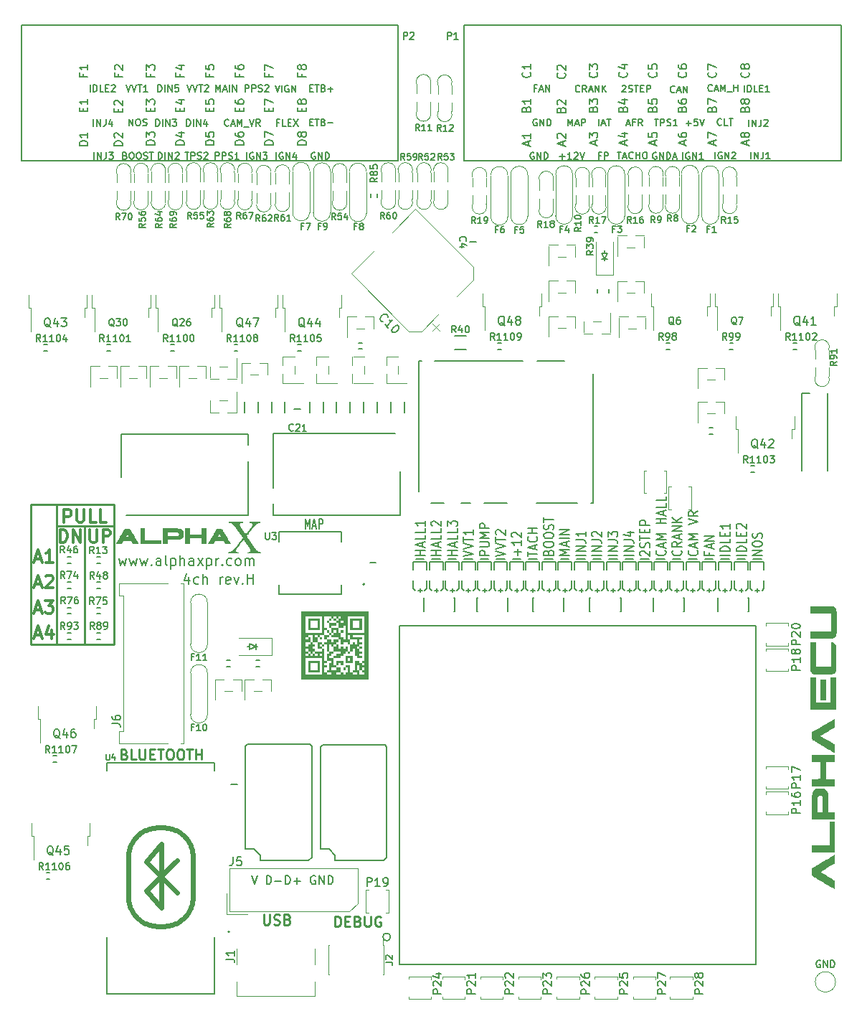
<source format=gto>
G04 #@! TF.GenerationSoftware,KiCad,Pcbnew,7.0.1-115-g2ece2719d0*
G04 #@! TF.CreationDate,2023-05-12T01:35:33+03:00*
G04 #@! TF.ProjectId,alphax_4ch,616c7068-6178-45f3-9463-682e6b696361,G*
G04 #@! TF.SameCoordinates,PX141f5e0PYa2cace0*
G04 #@! TF.FileFunction,Legend,Top*
G04 #@! TF.FilePolarity,Positive*
%FSLAX46Y46*%
G04 Gerber Fmt 4.6, Leading zero omitted, Abs format (unit mm)*
G04 Created by KiCad (PCBNEW 7.0.1-115-g2ece2719d0) date 2023-05-12 01:35:33*
%MOMM*%
%LPD*%
G01*
G04 APERTURE LIST*
%ADD10C,0.250000*%
%ADD11C,0.170000*%
%ADD12C,0.150000*%
%ADD13C,0.200000*%
%ADD14C,0.300000*%
%ADD15C,0.127000*%
%ADD16C,0.099060*%
%ADD17C,0.120000*%
%ADD18C,0.203200*%
%ADD19C,0.631031*%
G04 APERTURE END LIST*
D10*
X4000000Y58000000D02*
X4000000Y41500000D01*
X10800000Y41500000D02*
X10800000Y58000000D01*
X10800000Y55500000D02*
X4000000Y55500000D01*
X10800000Y58000000D02*
X1000000Y58000000D01*
X7300000Y41500000D02*
X7300000Y55500000D01*
X1000000Y58000000D02*
X1000000Y41500000D01*
X1000000Y41500000D02*
X10800000Y41500000D01*
D11*
X30297618Y103098953D02*
X30030952Y103098953D01*
X30030952Y102679905D02*
X30030952Y103479905D01*
X30030952Y103479905D02*
X30411904Y103479905D01*
X31097618Y102679905D02*
X30716666Y102679905D01*
X30716666Y102679905D02*
X30716666Y103479905D01*
X31364285Y103098953D02*
X31630951Y103098953D01*
X31745237Y102679905D02*
X31364285Y102679905D01*
X31364285Y102679905D02*
X31364285Y103479905D01*
X31364285Y103479905D02*
X31745237Y103479905D01*
X32011904Y103479905D02*
X32545238Y102679905D01*
X32545238Y103479905D02*
X32011904Y102679905D01*
X85765308Y102653317D02*
X85765308Y103453317D01*
X86146260Y102653317D02*
X86146260Y103453317D01*
X86146260Y103453317D02*
X86603403Y102653317D01*
X86603403Y102653317D02*
X86603403Y103453317D01*
X87212926Y103453317D02*
X87212926Y102881889D01*
X87212926Y102881889D02*
X87174831Y102767603D01*
X87174831Y102767603D02*
X87098640Y102691412D01*
X87098640Y102691412D02*
X86984355Y102653317D01*
X86984355Y102653317D02*
X86908164Y102653317D01*
X87555783Y103377127D02*
X87593879Y103415222D01*
X87593879Y103415222D02*
X87670069Y103453317D01*
X87670069Y103453317D02*
X87860545Y103453317D01*
X87860545Y103453317D02*
X87936736Y103415222D01*
X87936736Y103415222D02*
X87974831Y103377127D01*
X87974831Y103377127D02*
X88012926Y103300936D01*
X88012926Y103300936D02*
X88012926Y103224746D01*
X88012926Y103224746D02*
X87974831Y103110460D01*
X87974831Y103110460D02*
X87517688Y102653317D01*
X87517688Y102653317D02*
X88012926Y102653317D01*
D12*
X11338809Y108866667D02*
X11338809Y108533334D01*
X11862619Y108533334D02*
X10862619Y108533334D01*
X10862619Y108533334D02*
X10862619Y109009524D01*
X10957857Y109342858D02*
X10910238Y109390477D01*
X10910238Y109390477D02*
X10862619Y109485715D01*
X10862619Y109485715D02*
X10862619Y109723810D01*
X10862619Y109723810D02*
X10910238Y109819048D01*
X10910238Y109819048D02*
X10957857Y109866667D01*
X10957857Y109866667D02*
X11053095Y109914286D01*
X11053095Y109914286D02*
X11148333Y109914286D01*
X11148333Y109914286D02*
X11291190Y109866667D01*
X11291190Y109866667D02*
X11862619Y109295239D01*
X11862619Y109295239D02*
X11862619Y109914286D01*
D11*
X76993965Y106702148D02*
X76955869Y106664052D01*
X76955869Y106664052D02*
X76841584Y106625957D01*
X76841584Y106625957D02*
X76765393Y106625957D01*
X76765393Y106625957D02*
X76651107Y106664052D01*
X76651107Y106664052D02*
X76574917Y106740243D01*
X76574917Y106740243D02*
X76536822Y106816433D01*
X76536822Y106816433D02*
X76498726Y106968814D01*
X76498726Y106968814D02*
X76498726Y107083100D01*
X76498726Y107083100D02*
X76536822Y107235481D01*
X76536822Y107235481D02*
X76574917Y107311672D01*
X76574917Y107311672D02*
X76651107Y107387862D01*
X76651107Y107387862D02*
X76765393Y107425957D01*
X76765393Y107425957D02*
X76841584Y107425957D01*
X76841584Y107425957D02*
X76955869Y107387862D01*
X76955869Y107387862D02*
X76993965Y107349767D01*
X77298726Y106854529D02*
X77679679Y106854529D01*
X77222536Y106625957D02*
X77489203Y107425957D01*
X77489203Y107425957D02*
X77755869Y106625957D01*
X78022536Y106625957D02*
X78022536Y107425957D01*
X78022536Y107425957D02*
X78479679Y106625957D01*
X78479679Y106625957D02*
X78479679Y107425957D01*
D13*
X47539564Y52038096D02*
X46369564Y52038096D01*
X46926707Y52038096D02*
X46926707Y52609524D01*
X47539564Y52609524D02*
X46369564Y52609524D01*
X47205278Y53038096D02*
X47205278Y53514286D01*
X47539564Y52942858D02*
X46369564Y53276191D01*
X46369564Y53276191D02*
X47539564Y53609524D01*
X47539564Y54419048D02*
X47539564Y53942858D01*
X47539564Y53942858D02*
X46369564Y53942858D01*
X47539564Y55228572D02*
X47539564Y54752382D01*
X47539564Y54752382D02*
X46369564Y54752382D01*
X47539564Y56085715D02*
X47539564Y55514287D01*
X47539564Y55800001D02*
X46369564Y55800001D01*
X46369564Y55800001D02*
X46536707Y55704763D01*
X46536707Y55704763D02*
X46648135Y55609525D01*
X46648135Y55609525D02*
X46703850Y55514287D01*
X49434964Y52038096D02*
X48264964Y52038096D01*
X48822107Y52038096D02*
X48822107Y52609524D01*
X49434964Y52609524D02*
X48264964Y52609524D01*
X49100678Y53038096D02*
X49100678Y53514286D01*
X49434964Y52942858D02*
X48264964Y53276191D01*
X48264964Y53276191D02*
X49434964Y53609524D01*
X49434964Y54419048D02*
X49434964Y53942858D01*
X49434964Y53942858D02*
X48264964Y53942858D01*
X49434964Y55228572D02*
X49434964Y54752382D01*
X49434964Y54752382D02*
X48264964Y54752382D01*
X48376392Y55514287D02*
X48320678Y55561906D01*
X48320678Y55561906D02*
X48264964Y55657144D01*
X48264964Y55657144D02*
X48264964Y55895239D01*
X48264964Y55895239D02*
X48320678Y55990477D01*
X48320678Y55990477D02*
X48376392Y56038096D01*
X48376392Y56038096D02*
X48487821Y56085715D01*
X48487821Y56085715D02*
X48599250Y56085715D01*
X48599250Y56085715D02*
X48766392Y56038096D01*
X48766392Y56038096D02*
X49434964Y55466668D01*
X49434964Y55466668D02*
X49434964Y56085715D01*
X51330364Y52038096D02*
X50160364Y52038096D01*
X50717507Y52038096D02*
X50717507Y52609524D01*
X51330364Y52609524D02*
X50160364Y52609524D01*
X50996078Y53038096D02*
X50996078Y53514286D01*
X51330364Y52942858D02*
X50160364Y53276191D01*
X50160364Y53276191D02*
X51330364Y53609524D01*
X51330364Y54419048D02*
X51330364Y53942858D01*
X51330364Y53942858D02*
X50160364Y53942858D01*
X51330364Y55228572D02*
X51330364Y54752382D01*
X51330364Y54752382D02*
X50160364Y54752382D01*
X50160364Y55466668D02*
X50160364Y56085715D01*
X50160364Y56085715D02*
X50606078Y55752382D01*
X50606078Y55752382D02*
X50606078Y55895239D01*
X50606078Y55895239D02*
X50661792Y55990477D01*
X50661792Y55990477D02*
X50717507Y56038096D01*
X50717507Y56038096D02*
X50828935Y56085715D01*
X50828935Y56085715D02*
X51107507Y56085715D01*
X51107507Y56085715D02*
X51218935Y56038096D01*
X51218935Y56038096D02*
X51274650Y55990477D01*
X51274650Y55990477D02*
X51330364Y55895239D01*
X51330364Y55895239D02*
X51330364Y55609525D01*
X51330364Y55609525D02*
X51274650Y55514287D01*
X51274650Y55514287D02*
X51218935Y55466668D01*
X52055764Y51895239D02*
X53225764Y52228572D01*
X53225764Y52228572D02*
X52055764Y52561905D01*
X52055764Y52752382D02*
X53225764Y53085715D01*
X53225764Y53085715D02*
X52055764Y53419048D01*
X52055764Y53609525D02*
X52055764Y54180953D01*
X53225764Y53895239D02*
X52055764Y53895239D01*
X53225764Y55038096D02*
X53225764Y54466668D01*
X53225764Y54752382D02*
X52055764Y54752382D01*
X52055764Y54752382D02*
X52222907Y54657144D01*
X52222907Y54657144D02*
X52334335Y54561906D01*
X52334335Y54561906D02*
X52390050Y54466668D01*
X55121164Y52038096D02*
X53951164Y52038096D01*
X53951164Y52038096D02*
X53951164Y52419048D01*
X53951164Y52419048D02*
X54006878Y52514286D01*
X54006878Y52514286D02*
X54062592Y52561905D01*
X54062592Y52561905D02*
X54174021Y52609524D01*
X54174021Y52609524D02*
X54341164Y52609524D01*
X54341164Y52609524D02*
X54452592Y52561905D01*
X54452592Y52561905D02*
X54508307Y52514286D01*
X54508307Y52514286D02*
X54564021Y52419048D01*
X54564021Y52419048D02*
X54564021Y52038096D01*
X53951164Y53038096D02*
X54898307Y53038096D01*
X54898307Y53038096D02*
X55009735Y53085715D01*
X55009735Y53085715D02*
X55065450Y53133334D01*
X55065450Y53133334D02*
X55121164Y53228572D01*
X55121164Y53228572D02*
X55121164Y53419048D01*
X55121164Y53419048D02*
X55065450Y53514286D01*
X55065450Y53514286D02*
X55009735Y53561905D01*
X55009735Y53561905D02*
X54898307Y53609524D01*
X54898307Y53609524D02*
X53951164Y53609524D01*
X55121164Y54085715D02*
X53951164Y54085715D01*
X53951164Y54085715D02*
X54786878Y54419048D01*
X54786878Y54419048D02*
X53951164Y54752381D01*
X53951164Y54752381D02*
X55121164Y54752381D01*
X55121164Y55228572D02*
X53951164Y55228572D01*
X53951164Y55228572D02*
X53951164Y55609524D01*
X53951164Y55609524D02*
X54006878Y55704762D01*
X54006878Y55704762D02*
X54062592Y55752381D01*
X54062592Y55752381D02*
X54174021Y55800000D01*
X54174021Y55800000D02*
X54341164Y55800000D01*
X54341164Y55800000D02*
X54452592Y55752381D01*
X54452592Y55752381D02*
X54508307Y55704762D01*
X54508307Y55704762D02*
X54564021Y55609524D01*
X54564021Y55609524D02*
X54564021Y55228572D01*
X55846564Y51895239D02*
X57016564Y52228572D01*
X57016564Y52228572D02*
X55846564Y52561905D01*
X55846564Y52752382D02*
X57016564Y53085715D01*
X57016564Y53085715D02*
X55846564Y53419048D01*
X55846564Y53609525D02*
X55846564Y54180953D01*
X57016564Y53895239D02*
X55846564Y53895239D01*
X55957992Y54466668D02*
X55902278Y54514287D01*
X55902278Y54514287D02*
X55846564Y54609525D01*
X55846564Y54609525D02*
X55846564Y54847620D01*
X55846564Y54847620D02*
X55902278Y54942858D01*
X55902278Y54942858D02*
X55957992Y54990477D01*
X55957992Y54990477D02*
X56069421Y55038096D01*
X56069421Y55038096D02*
X56180850Y55038096D01*
X56180850Y55038096D02*
X56347992Y54990477D01*
X56347992Y54990477D02*
X57016564Y54419049D01*
X57016564Y54419049D02*
X57016564Y55038096D01*
X58466250Y52038096D02*
X58466250Y52800000D01*
X58911964Y52419048D02*
X58020535Y52419048D01*
X58911964Y53800000D02*
X58911964Y53228572D01*
X58911964Y53514286D02*
X57741964Y53514286D01*
X57741964Y53514286D02*
X57909107Y53419048D01*
X57909107Y53419048D02*
X58020535Y53323810D01*
X58020535Y53323810D02*
X58076250Y53228572D01*
X57853392Y54180953D02*
X57797678Y54228572D01*
X57797678Y54228572D02*
X57741964Y54323810D01*
X57741964Y54323810D02*
X57741964Y54561905D01*
X57741964Y54561905D02*
X57797678Y54657143D01*
X57797678Y54657143D02*
X57853392Y54704762D01*
X57853392Y54704762D02*
X57964821Y54752381D01*
X57964821Y54752381D02*
X58076250Y54752381D01*
X58076250Y54752381D02*
X58243392Y54704762D01*
X58243392Y54704762D02*
X58911964Y54133334D01*
X58911964Y54133334D02*
X58911964Y54752381D01*
X59637364Y51895239D02*
X59637364Y52466667D01*
X60807364Y52180953D02*
X59637364Y52180953D01*
X60473078Y52752382D02*
X60473078Y53228572D01*
X60807364Y52657144D02*
X59637364Y52990477D01*
X59637364Y52990477D02*
X60807364Y53323810D01*
X60695935Y54228572D02*
X60751650Y54180953D01*
X60751650Y54180953D02*
X60807364Y54038096D01*
X60807364Y54038096D02*
X60807364Y53942858D01*
X60807364Y53942858D02*
X60751650Y53800001D01*
X60751650Y53800001D02*
X60640221Y53704763D01*
X60640221Y53704763D02*
X60528792Y53657144D01*
X60528792Y53657144D02*
X60305935Y53609525D01*
X60305935Y53609525D02*
X60138792Y53609525D01*
X60138792Y53609525D02*
X59915935Y53657144D01*
X59915935Y53657144D02*
X59804507Y53704763D01*
X59804507Y53704763D02*
X59693078Y53800001D01*
X59693078Y53800001D02*
X59637364Y53942858D01*
X59637364Y53942858D02*
X59637364Y54038096D01*
X59637364Y54038096D02*
X59693078Y54180953D01*
X59693078Y54180953D02*
X59748792Y54228572D01*
X60807364Y54657144D02*
X59637364Y54657144D01*
X60194507Y54657144D02*
X60194507Y55228572D01*
X60807364Y55228572D02*
X59637364Y55228572D01*
X62089907Y52371429D02*
X62145621Y52514286D01*
X62145621Y52514286D02*
X62201335Y52561905D01*
X62201335Y52561905D02*
X62312764Y52609524D01*
X62312764Y52609524D02*
X62479907Y52609524D01*
X62479907Y52609524D02*
X62591335Y52561905D01*
X62591335Y52561905D02*
X62647050Y52514286D01*
X62647050Y52514286D02*
X62702764Y52419048D01*
X62702764Y52419048D02*
X62702764Y52038096D01*
X62702764Y52038096D02*
X61532764Y52038096D01*
X61532764Y52038096D02*
X61532764Y52371429D01*
X61532764Y52371429D02*
X61588478Y52466667D01*
X61588478Y52466667D02*
X61644192Y52514286D01*
X61644192Y52514286D02*
X61755621Y52561905D01*
X61755621Y52561905D02*
X61867050Y52561905D01*
X61867050Y52561905D02*
X61978478Y52514286D01*
X61978478Y52514286D02*
X62034192Y52466667D01*
X62034192Y52466667D02*
X62089907Y52371429D01*
X62089907Y52371429D02*
X62089907Y52038096D01*
X61532764Y53228572D02*
X61532764Y53419048D01*
X61532764Y53419048D02*
X61588478Y53514286D01*
X61588478Y53514286D02*
X61699907Y53609524D01*
X61699907Y53609524D02*
X61922764Y53657143D01*
X61922764Y53657143D02*
X62312764Y53657143D01*
X62312764Y53657143D02*
X62535621Y53609524D01*
X62535621Y53609524D02*
X62647050Y53514286D01*
X62647050Y53514286D02*
X62702764Y53419048D01*
X62702764Y53419048D02*
X62702764Y53228572D01*
X62702764Y53228572D02*
X62647050Y53133334D01*
X62647050Y53133334D02*
X62535621Y53038096D01*
X62535621Y53038096D02*
X62312764Y52990477D01*
X62312764Y52990477D02*
X61922764Y52990477D01*
X61922764Y52990477D02*
X61699907Y53038096D01*
X61699907Y53038096D02*
X61588478Y53133334D01*
X61588478Y53133334D02*
X61532764Y53228572D01*
X61532764Y54276191D02*
X61532764Y54466667D01*
X61532764Y54466667D02*
X61588478Y54561905D01*
X61588478Y54561905D02*
X61699907Y54657143D01*
X61699907Y54657143D02*
X61922764Y54704762D01*
X61922764Y54704762D02*
X62312764Y54704762D01*
X62312764Y54704762D02*
X62535621Y54657143D01*
X62535621Y54657143D02*
X62647050Y54561905D01*
X62647050Y54561905D02*
X62702764Y54466667D01*
X62702764Y54466667D02*
X62702764Y54276191D01*
X62702764Y54276191D02*
X62647050Y54180953D01*
X62647050Y54180953D02*
X62535621Y54085715D01*
X62535621Y54085715D02*
X62312764Y54038096D01*
X62312764Y54038096D02*
X61922764Y54038096D01*
X61922764Y54038096D02*
X61699907Y54085715D01*
X61699907Y54085715D02*
X61588478Y54180953D01*
X61588478Y54180953D02*
X61532764Y54276191D01*
X62647050Y55085715D02*
X62702764Y55228572D01*
X62702764Y55228572D02*
X62702764Y55466667D01*
X62702764Y55466667D02*
X62647050Y55561905D01*
X62647050Y55561905D02*
X62591335Y55609524D01*
X62591335Y55609524D02*
X62479907Y55657143D01*
X62479907Y55657143D02*
X62368478Y55657143D01*
X62368478Y55657143D02*
X62257050Y55609524D01*
X62257050Y55609524D02*
X62201335Y55561905D01*
X62201335Y55561905D02*
X62145621Y55466667D01*
X62145621Y55466667D02*
X62089907Y55276191D01*
X62089907Y55276191D02*
X62034192Y55180953D01*
X62034192Y55180953D02*
X61978478Y55133334D01*
X61978478Y55133334D02*
X61867050Y55085715D01*
X61867050Y55085715D02*
X61755621Y55085715D01*
X61755621Y55085715D02*
X61644192Y55133334D01*
X61644192Y55133334D02*
X61588478Y55180953D01*
X61588478Y55180953D02*
X61532764Y55276191D01*
X61532764Y55276191D02*
X61532764Y55514286D01*
X61532764Y55514286D02*
X61588478Y55657143D01*
X61532764Y55942858D02*
X61532764Y56514286D01*
X62702764Y56228572D02*
X61532764Y56228572D01*
X64598164Y52038096D02*
X63428164Y52038096D01*
X63428164Y52038096D02*
X64263878Y52371429D01*
X64263878Y52371429D02*
X63428164Y52704762D01*
X63428164Y52704762D02*
X64598164Y52704762D01*
X64263878Y53133334D02*
X64263878Y53609524D01*
X64598164Y53038096D02*
X63428164Y53371429D01*
X63428164Y53371429D02*
X64598164Y53704762D01*
X64598164Y54038096D02*
X63428164Y54038096D01*
X64598164Y54514286D02*
X63428164Y54514286D01*
X63428164Y54514286D02*
X64598164Y55085714D01*
X64598164Y55085714D02*
X63428164Y55085714D01*
X66493564Y52038096D02*
X65323564Y52038096D01*
X66493564Y52514286D02*
X65323564Y52514286D01*
X65323564Y52514286D02*
X66493564Y53085714D01*
X66493564Y53085714D02*
X65323564Y53085714D01*
X65323564Y53847619D02*
X66159278Y53847619D01*
X66159278Y53847619D02*
X66326421Y53800000D01*
X66326421Y53800000D02*
X66437850Y53704762D01*
X66437850Y53704762D02*
X66493564Y53561905D01*
X66493564Y53561905D02*
X66493564Y53466667D01*
X66493564Y54847619D02*
X66493564Y54276191D01*
X66493564Y54561905D02*
X65323564Y54561905D01*
X65323564Y54561905D02*
X65490707Y54466667D01*
X65490707Y54466667D02*
X65602135Y54371429D01*
X65602135Y54371429D02*
X65657850Y54276191D01*
X68388964Y52038096D02*
X67218964Y52038096D01*
X68388964Y52514286D02*
X67218964Y52514286D01*
X67218964Y52514286D02*
X68388964Y53085714D01*
X68388964Y53085714D02*
X67218964Y53085714D01*
X67218964Y53847619D02*
X68054678Y53847619D01*
X68054678Y53847619D02*
X68221821Y53800000D01*
X68221821Y53800000D02*
X68333250Y53704762D01*
X68333250Y53704762D02*
X68388964Y53561905D01*
X68388964Y53561905D02*
X68388964Y53466667D01*
X67330392Y54276191D02*
X67274678Y54323810D01*
X67274678Y54323810D02*
X67218964Y54419048D01*
X67218964Y54419048D02*
X67218964Y54657143D01*
X67218964Y54657143D02*
X67274678Y54752381D01*
X67274678Y54752381D02*
X67330392Y54800000D01*
X67330392Y54800000D02*
X67441821Y54847619D01*
X67441821Y54847619D02*
X67553250Y54847619D01*
X67553250Y54847619D02*
X67720392Y54800000D01*
X67720392Y54800000D02*
X68388964Y54228572D01*
X68388964Y54228572D02*
X68388964Y54847619D01*
X70284364Y52038096D02*
X69114364Y52038096D01*
X70284364Y52514286D02*
X69114364Y52514286D01*
X69114364Y52514286D02*
X70284364Y53085714D01*
X70284364Y53085714D02*
X69114364Y53085714D01*
X69114364Y53847619D02*
X69950078Y53847619D01*
X69950078Y53847619D02*
X70117221Y53800000D01*
X70117221Y53800000D02*
X70228650Y53704762D01*
X70228650Y53704762D02*
X70284364Y53561905D01*
X70284364Y53561905D02*
X70284364Y53466667D01*
X69114364Y54228572D02*
X69114364Y54847619D01*
X69114364Y54847619D02*
X69560078Y54514286D01*
X69560078Y54514286D02*
X69560078Y54657143D01*
X69560078Y54657143D02*
X69615792Y54752381D01*
X69615792Y54752381D02*
X69671507Y54800000D01*
X69671507Y54800000D02*
X69782935Y54847619D01*
X69782935Y54847619D02*
X70061507Y54847619D01*
X70061507Y54847619D02*
X70172935Y54800000D01*
X70172935Y54800000D02*
X70228650Y54752381D01*
X70228650Y54752381D02*
X70284364Y54657143D01*
X70284364Y54657143D02*
X70284364Y54371429D01*
X70284364Y54371429D02*
X70228650Y54276191D01*
X70228650Y54276191D02*
X70172935Y54228572D01*
X72179764Y52038096D02*
X71009764Y52038096D01*
X72179764Y52514286D02*
X71009764Y52514286D01*
X71009764Y52514286D02*
X72179764Y53085714D01*
X72179764Y53085714D02*
X71009764Y53085714D01*
X71009764Y53847619D02*
X71845478Y53847619D01*
X71845478Y53847619D02*
X72012621Y53800000D01*
X72012621Y53800000D02*
X72124050Y53704762D01*
X72124050Y53704762D02*
X72179764Y53561905D01*
X72179764Y53561905D02*
X72179764Y53466667D01*
X71399764Y54752381D02*
X72179764Y54752381D01*
X70954050Y54514286D02*
X71789764Y54276191D01*
X71789764Y54276191D02*
X71789764Y54895238D01*
X73016592Y51990477D02*
X72960878Y52038096D01*
X72960878Y52038096D02*
X72905164Y52133334D01*
X72905164Y52133334D02*
X72905164Y52371429D01*
X72905164Y52371429D02*
X72960878Y52466667D01*
X72960878Y52466667D02*
X73016592Y52514286D01*
X73016592Y52514286D02*
X73128021Y52561905D01*
X73128021Y52561905D02*
X73239450Y52561905D01*
X73239450Y52561905D02*
X73406592Y52514286D01*
X73406592Y52514286D02*
X74075164Y51942858D01*
X74075164Y51942858D02*
X74075164Y52561905D01*
X74019450Y52942858D02*
X74075164Y53085715D01*
X74075164Y53085715D02*
X74075164Y53323810D01*
X74075164Y53323810D02*
X74019450Y53419048D01*
X74019450Y53419048D02*
X73963735Y53466667D01*
X73963735Y53466667D02*
X73852307Y53514286D01*
X73852307Y53514286D02*
X73740878Y53514286D01*
X73740878Y53514286D02*
X73629450Y53466667D01*
X73629450Y53466667D02*
X73573735Y53419048D01*
X73573735Y53419048D02*
X73518021Y53323810D01*
X73518021Y53323810D02*
X73462307Y53133334D01*
X73462307Y53133334D02*
X73406592Y53038096D01*
X73406592Y53038096D02*
X73350878Y52990477D01*
X73350878Y52990477D02*
X73239450Y52942858D01*
X73239450Y52942858D02*
X73128021Y52942858D01*
X73128021Y52942858D02*
X73016592Y52990477D01*
X73016592Y52990477D02*
X72960878Y53038096D01*
X72960878Y53038096D02*
X72905164Y53133334D01*
X72905164Y53133334D02*
X72905164Y53371429D01*
X72905164Y53371429D02*
X72960878Y53514286D01*
X72905164Y53800001D02*
X72905164Y54371429D01*
X74075164Y54085715D02*
X72905164Y54085715D01*
X73462307Y54704763D02*
X73462307Y55038096D01*
X74075164Y55180953D02*
X74075164Y54704763D01*
X74075164Y54704763D02*
X72905164Y54704763D01*
X72905164Y54704763D02*
X72905164Y55180953D01*
X74075164Y55609525D02*
X72905164Y55609525D01*
X72905164Y55609525D02*
X72905164Y55990477D01*
X72905164Y55990477D02*
X72960878Y56085715D01*
X72960878Y56085715D02*
X73016592Y56133334D01*
X73016592Y56133334D02*
X73128021Y56180953D01*
X73128021Y56180953D02*
X73295164Y56180953D01*
X73295164Y56180953D02*
X73406592Y56133334D01*
X73406592Y56133334D02*
X73462307Y56085715D01*
X73462307Y56085715D02*
X73518021Y55990477D01*
X73518021Y55990477D02*
X73518021Y55609525D01*
X75859135Y52609524D02*
X75914850Y52561905D01*
X75914850Y52561905D02*
X75970564Y52419048D01*
X75970564Y52419048D02*
X75970564Y52323810D01*
X75970564Y52323810D02*
X75914850Y52180953D01*
X75914850Y52180953D02*
X75803421Y52085715D01*
X75803421Y52085715D02*
X75691992Y52038096D01*
X75691992Y52038096D02*
X75469135Y51990477D01*
X75469135Y51990477D02*
X75301992Y51990477D01*
X75301992Y51990477D02*
X75079135Y52038096D01*
X75079135Y52038096D02*
X74967707Y52085715D01*
X74967707Y52085715D02*
X74856278Y52180953D01*
X74856278Y52180953D02*
X74800564Y52323810D01*
X74800564Y52323810D02*
X74800564Y52419048D01*
X74800564Y52419048D02*
X74856278Y52561905D01*
X74856278Y52561905D02*
X74911992Y52609524D01*
X75636278Y52990477D02*
X75636278Y53466667D01*
X75970564Y52895239D02*
X74800564Y53228572D01*
X74800564Y53228572D02*
X75970564Y53561905D01*
X75970564Y53895239D02*
X74800564Y53895239D01*
X74800564Y53895239D02*
X75636278Y54228572D01*
X75636278Y54228572D02*
X74800564Y54561905D01*
X74800564Y54561905D02*
X75970564Y54561905D01*
X75970564Y55800001D02*
X74800564Y55800001D01*
X75357707Y55800001D02*
X75357707Y56371429D01*
X75970564Y56371429D02*
X74800564Y56371429D01*
X75636278Y56800001D02*
X75636278Y57276191D01*
X75970564Y56704763D02*
X74800564Y57038096D01*
X74800564Y57038096D02*
X75970564Y57371429D01*
X75970564Y58180953D02*
X75970564Y57704763D01*
X75970564Y57704763D02*
X74800564Y57704763D01*
X75970564Y58990477D02*
X75970564Y58514287D01*
X75970564Y58514287D02*
X74800564Y58514287D01*
X77754535Y52609524D02*
X77810250Y52561905D01*
X77810250Y52561905D02*
X77865964Y52419048D01*
X77865964Y52419048D02*
X77865964Y52323810D01*
X77865964Y52323810D02*
X77810250Y52180953D01*
X77810250Y52180953D02*
X77698821Y52085715D01*
X77698821Y52085715D02*
X77587392Y52038096D01*
X77587392Y52038096D02*
X77364535Y51990477D01*
X77364535Y51990477D02*
X77197392Y51990477D01*
X77197392Y51990477D02*
X76974535Y52038096D01*
X76974535Y52038096D02*
X76863107Y52085715D01*
X76863107Y52085715D02*
X76751678Y52180953D01*
X76751678Y52180953D02*
X76695964Y52323810D01*
X76695964Y52323810D02*
X76695964Y52419048D01*
X76695964Y52419048D02*
X76751678Y52561905D01*
X76751678Y52561905D02*
X76807392Y52609524D01*
X77865964Y53609524D02*
X77308821Y53276191D01*
X77865964Y53038096D02*
X76695964Y53038096D01*
X76695964Y53038096D02*
X76695964Y53419048D01*
X76695964Y53419048D02*
X76751678Y53514286D01*
X76751678Y53514286D02*
X76807392Y53561905D01*
X76807392Y53561905D02*
X76918821Y53609524D01*
X76918821Y53609524D02*
X77085964Y53609524D01*
X77085964Y53609524D02*
X77197392Y53561905D01*
X77197392Y53561905D02*
X77253107Y53514286D01*
X77253107Y53514286D02*
X77308821Y53419048D01*
X77308821Y53419048D02*
X77308821Y53038096D01*
X77531678Y53990477D02*
X77531678Y54466667D01*
X77865964Y53895239D02*
X76695964Y54228572D01*
X76695964Y54228572D02*
X77865964Y54561905D01*
X77865964Y54895239D02*
X76695964Y54895239D01*
X76695964Y54895239D02*
X77865964Y55466667D01*
X77865964Y55466667D02*
X76695964Y55466667D01*
X77865964Y55942858D02*
X76695964Y55942858D01*
X77865964Y56514286D02*
X77197392Y56085715D01*
X76695964Y56514286D02*
X77364535Y55942858D01*
X79649935Y52609524D02*
X79705650Y52561905D01*
X79705650Y52561905D02*
X79761364Y52419048D01*
X79761364Y52419048D02*
X79761364Y52323810D01*
X79761364Y52323810D02*
X79705650Y52180953D01*
X79705650Y52180953D02*
X79594221Y52085715D01*
X79594221Y52085715D02*
X79482792Y52038096D01*
X79482792Y52038096D02*
X79259935Y51990477D01*
X79259935Y51990477D02*
X79092792Y51990477D01*
X79092792Y51990477D02*
X78869935Y52038096D01*
X78869935Y52038096D02*
X78758507Y52085715D01*
X78758507Y52085715D02*
X78647078Y52180953D01*
X78647078Y52180953D02*
X78591364Y52323810D01*
X78591364Y52323810D02*
X78591364Y52419048D01*
X78591364Y52419048D02*
X78647078Y52561905D01*
X78647078Y52561905D02*
X78702792Y52609524D01*
X79427078Y52990477D02*
X79427078Y53466667D01*
X79761364Y52895239D02*
X78591364Y53228572D01*
X78591364Y53228572D02*
X79761364Y53561905D01*
X79761364Y53895239D02*
X78591364Y53895239D01*
X78591364Y53895239D02*
X79427078Y54228572D01*
X79427078Y54228572D02*
X78591364Y54561905D01*
X78591364Y54561905D02*
X79761364Y54561905D01*
X78591364Y55657144D02*
X79761364Y55990477D01*
X79761364Y55990477D02*
X78591364Y56323810D01*
X79761364Y57228572D02*
X79204221Y56895239D01*
X79761364Y56657144D02*
X78591364Y56657144D01*
X78591364Y56657144D02*
X78591364Y57038096D01*
X78591364Y57038096D02*
X78647078Y57133334D01*
X78647078Y57133334D02*
X78702792Y57180953D01*
X78702792Y57180953D02*
X78814221Y57228572D01*
X78814221Y57228572D02*
X78981364Y57228572D01*
X78981364Y57228572D02*
X79092792Y57180953D01*
X79092792Y57180953D02*
X79148507Y57133334D01*
X79148507Y57133334D02*
X79204221Y57038096D01*
X79204221Y57038096D02*
X79204221Y56657144D01*
X81043907Y52371429D02*
X81043907Y52038096D01*
X81656764Y52038096D02*
X80486764Y52038096D01*
X80486764Y52038096D02*
X80486764Y52514286D01*
X81322478Y52847620D02*
X81322478Y53323810D01*
X81656764Y52752382D02*
X80486764Y53085715D01*
X80486764Y53085715D02*
X81656764Y53419048D01*
X81656764Y53752382D02*
X80486764Y53752382D01*
X80486764Y53752382D02*
X81656764Y54323810D01*
X81656764Y54323810D02*
X80486764Y54323810D01*
X83552164Y52038096D02*
X82382164Y52038096D01*
X83552164Y52514286D02*
X82382164Y52514286D01*
X82382164Y52514286D02*
X82382164Y52752381D01*
X82382164Y52752381D02*
X82437878Y52895238D01*
X82437878Y52895238D02*
X82549307Y52990476D01*
X82549307Y52990476D02*
X82660735Y53038095D01*
X82660735Y53038095D02*
X82883592Y53085714D01*
X82883592Y53085714D02*
X83050735Y53085714D01*
X83050735Y53085714D02*
X83273592Y53038095D01*
X83273592Y53038095D02*
X83385021Y52990476D01*
X83385021Y52990476D02*
X83496450Y52895238D01*
X83496450Y52895238D02*
X83552164Y52752381D01*
X83552164Y52752381D02*
X83552164Y52514286D01*
X83552164Y53990476D02*
X83552164Y53514286D01*
X83552164Y53514286D02*
X82382164Y53514286D01*
X82939307Y54323810D02*
X82939307Y54657143D01*
X83552164Y54800000D02*
X83552164Y54323810D01*
X83552164Y54323810D02*
X82382164Y54323810D01*
X82382164Y54323810D02*
X82382164Y54800000D01*
X83552164Y55752381D02*
X83552164Y55180953D01*
X83552164Y55466667D02*
X82382164Y55466667D01*
X82382164Y55466667D02*
X82549307Y55371429D01*
X82549307Y55371429D02*
X82660735Y55276191D01*
X82660735Y55276191D02*
X82716450Y55180953D01*
X85447564Y52038096D02*
X84277564Y52038096D01*
X85447564Y52514286D02*
X84277564Y52514286D01*
X84277564Y52514286D02*
X84277564Y52752381D01*
X84277564Y52752381D02*
X84333278Y52895238D01*
X84333278Y52895238D02*
X84444707Y52990476D01*
X84444707Y52990476D02*
X84556135Y53038095D01*
X84556135Y53038095D02*
X84778992Y53085714D01*
X84778992Y53085714D02*
X84946135Y53085714D01*
X84946135Y53085714D02*
X85168992Y53038095D01*
X85168992Y53038095D02*
X85280421Y52990476D01*
X85280421Y52990476D02*
X85391850Y52895238D01*
X85391850Y52895238D02*
X85447564Y52752381D01*
X85447564Y52752381D02*
X85447564Y52514286D01*
X85447564Y53990476D02*
X85447564Y53514286D01*
X85447564Y53514286D02*
X84277564Y53514286D01*
X84834707Y54323810D02*
X84834707Y54657143D01*
X85447564Y54800000D02*
X85447564Y54323810D01*
X85447564Y54323810D02*
X84277564Y54323810D01*
X84277564Y54323810D02*
X84277564Y54800000D01*
X84388992Y55180953D02*
X84333278Y55228572D01*
X84333278Y55228572D02*
X84277564Y55323810D01*
X84277564Y55323810D02*
X84277564Y55561905D01*
X84277564Y55561905D02*
X84333278Y55657143D01*
X84333278Y55657143D02*
X84388992Y55704762D01*
X84388992Y55704762D02*
X84500421Y55752381D01*
X84500421Y55752381D02*
X84611850Y55752381D01*
X84611850Y55752381D02*
X84778992Y55704762D01*
X84778992Y55704762D02*
X85447564Y55133334D01*
X85447564Y55133334D02*
X85447564Y55752381D01*
X87342964Y52038096D02*
X86172964Y52038096D01*
X86172964Y52038096D02*
X87342964Y52609524D01*
X87342964Y52609524D02*
X86172964Y52609524D01*
X86172964Y53276191D02*
X86172964Y53466667D01*
X86172964Y53466667D02*
X86228678Y53561905D01*
X86228678Y53561905D02*
X86340107Y53657143D01*
X86340107Y53657143D02*
X86562964Y53704762D01*
X86562964Y53704762D02*
X86952964Y53704762D01*
X86952964Y53704762D02*
X87175821Y53657143D01*
X87175821Y53657143D02*
X87287250Y53561905D01*
X87287250Y53561905D02*
X87342964Y53466667D01*
X87342964Y53466667D02*
X87342964Y53276191D01*
X87342964Y53276191D02*
X87287250Y53180953D01*
X87287250Y53180953D02*
X87175821Y53085715D01*
X87175821Y53085715D02*
X86952964Y53038096D01*
X86952964Y53038096D02*
X86562964Y53038096D01*
X86562964Y53038096D02*
X86340107Y53085715D01*
X86340107Y53085715D02*
X86228678Y53180953D01*
X86228678Y53180953D02*
X86172964Y53276191D01*
X87287250Y54085715D02*
X87342964Y54228572D01*
X87342964Y54228572D02*
X87342964Y54466667D01*
X87342964Y54466667D02*
X87287250Y54561905D01*
X87287250Y54561905D02*
X87231535Y54609524D01*
X87231535Y54609524D02*
X87120107Y54657143D01*
X87120107Y54657143D02*
X87008678Y54657143D01*
X87008678Y54657143D02*
X86897250Y54609524D01*
X86897250Y54609524D02*
X86841535Y54561905D01*
X86841535Y54561905D02*
X86785821Y54466667D01*
X86785821Y54466667D02*
X86730107Y54276191D01*
X86730107Y54276191D02*
X86674392Y54180953D01*
X86674392Y54180953D02*
X86618678Y54133334D01*
X86618678Y54133334D02*
X86507250Y54085715D01*
X86507250Y54085715D02*
X86395821Y54085715D01*
X86395821Y54085715D02*
X86284392Y54133334D01*
X86284392Y54133334D02*
X86228678Y54180953D01*
X86228678Y54180953D02*
X86172964Y54276191D01*
X86172964Y54276191D02*
X86172964Y54514286D01*
X86172964Y54514286D02*
X86228678Y54657143D01*
D11*
X60382159Y99541810D02*
X60305969Y99579905D01*
X60305969Y99579905D02*
X60191683Y99579905D01*
X60191683Y99579905D02*
X60077397Y99541810D01*
X60077397Y99541810D02*
X60001207Y99465620D01*
X60001207Y99465620D02*
X59963112Y99389429D01*
X59963112Y99389429D02*
X59925016Y99237048D01*
X59925016Y99237048D02*
X59925016Y99122762D01*
X59925016Y99122762D02*
X59963112Y98970381D01*
X59963112Y98970381D02*
X60001207Y98894191D01*
X60001207Y98894191D02*
X60077397Y98818000D01*
X60077397Y98818000D02*
X60191683Y98779905D01*
X60191683Y98779905D02*
X60267874Y98779905D01*
X60267874Y98779905D02*
X60382159Y98818000D01*
X60382159Y98818000D02*
X60420255Y98856096D01*
X60420255Y98856096D02*
X60420255Y99122762D01*
X60420255Y99122762D02*
X60267874Y99122762D01*
X60763112Y98779905D02*
X60763112Y99579905D01*
X60763112Y99579905D02*
X61220255Y98779905D01*
X61220255Y98779905D02*
X61220255Y99579905D01*
X61601207Y98779905D02*
X61601207Y99579905D01*
X61601207Y99579905D02*
X61791683Y99579905D01*
X61791683Y99579905D02*
X61905969Y99541810D01*
X61905969Y99541810D02*
X61982159Y99465620D01*
X61982159Y99465620D02*
X62020254Y99389429D01*
X62020254Y99389429D02*
X62058350Y99237048D01*
X62058350Y99237048D02*
X62058350Y99122762D01*
X62058350Y99122762D02*
X62020254Y98970381D01*
X62020254Y98970381D02*
X61982159Y98894191D01*
X61982159Y98894191D02*
X61905969Y98818000D01*
X61905969Y98818000D02*
X61791683Y98779905D01*
X61791683Y98779905D02*
X61601207Y98779905D01*
X19400000Y102679905D02*
X19400000Y103479905D01*
X19400000Y103479905D02*
X19590476Y103479905D01*
X19590476Y103479905D02*
X19704762Y103441810D01*
X19704762Y103441810D02*
X19780952Y103365620D01*
X19780952Y103365620D02*
X19819047Y103289429D01*
X19819047Y103289429D02*
X19857143Y103137048D01*
X19857143Y103137048D02*
X19857143Y103022762D01*
X19857143Y103022762D02*
X19819047Y102870381D01*
X19819047Y102870381D02*
X19780952Y102794191D01*
X19780952Y102794191D02*
X19704762Y102718000D01*
X19704762Y102718000D02*
X19590476Y102679905D01*
X19590476Y102679905D02*
X19400000Y102679905D01*
X20200000Y102679905D02*
X20200000Y103479905D01*
X20580952Y102679905D02*
X20580952Y103479905D01*
X20580952Y103479905D02*
X21038095Y102679905D01*
X21038095Y102679905D02*
X21038095Y103479905D01*
X21761904Y103213239D02*
X21761904Y102679905D01*
X21571428Y103518000D02*
X21380951Y102946572D01*
X21380951Y102946572D02*
X21876190Y102946572D01*
X26278571Y106729905D02*
X26278571Y107529905D01*
X26278571Y107529905D02*
X26583333Y107529905D01*
X26583333Y107529905D02*
X26659523Y107491810D01*
X26659523Y107491810D02*
X26697618Y107453715D01*
X26697618Y107453715D02*
X26735714Y107377524D01*
X26735714Y107377524D02*
X26735714Y107263239D01*
X26735714Y107263239D02*
X26697618Y107187048D01*
X26697618Y107187048D02*
X26659523Y107148953D01*
X26659523Y107148953D02*
X26583333Y107110858D01*
X26583333Y107110858D02*
X26278571Y107110858D01*
X27078571Y106729905D02*
X27078571Y107529905D01*
X27078571Y107529905D02*
X27383333Y107529905D01*
X27383333Y107529905D02*
X27459523Y107491810D01*
X27459523Y107491810D02*
X27497618Y107453715D01*
X27497618Y107453715D02*
X27535714Y107377524D01*
X27535714Y107377524D02*
X27535714Y107263239D01*
X27535714Y107263239D02*
X27497618Y107187048D01*
X27497618Y107187048D02*
X27459523Y107148953D01*
X27459523Y107148953D02*
X27383333Y107110858D01*
X27383333Y107110858D02*
X27078571Y107110858D01*
X27840475Y106768000D02*
X27954761Y106729905D01*
X27954761Y106729905D02*
X28145237Y106729905D01*
X28145237Y106729905D02*
X28221428Y106768000D01*
X28221428Y106768000D02*
X28259523Y106806096D01*
X28259523Y106806096D02*
X28297618Y106882286D01*
X28297618Y106882286D02*
X28297618Y106958477D01*
X28297618Y106958477D02*
X28259523Y107034667D01*
X28259523Y107034667D02*
X28221428Y107072762D01*
X28221428Y107072762D02*
X28145237Y107110858D01*
X28145237Y107110858D02*
X27992856Y107148953D01*
X27992856Y107148953D02*
X27916666Y107187048D01*
X27916666Y107187048D02*
X27878571Y107225143D01*
X27878571Y107225143D02*
X27840475Y107301334D01*
X27840475Y107301334D02*
X27840475Y107377524D01*
X27840475Y107377524D02*
X27878571Y107453715D01*
X27878571Y107453715D02*
X27916666Y107491810D01*
X27916666Y107491810D02*
X27992856Y107529905D01*
X27992856Y107529905D02*
X28183333Y107529905D01*
X28183333Y107529905D02*
X28297618Y107491810D01*
X28602380Y107453715D02*
X28640476Y107491810D01*
X28640476Y107491810D02*
X28716666Y107529905D01*
X28716666Y107529905D02*
X28907142Y107529905D01*
X28907142Y107529905D02*
X28983333Y107491810D01*
X28983333Y107491810D02*
X29021428Y107453715D01*
X29021428Y107453715D02*
X29059523Y107377524D01*
X29059523Y107377524D02*
X29059523Y107301334D01*
X29059523Y107301334D02*
X29021428Y107187048D01*
X29021428Y107187048D02*
X28564285Y106729905D01*
X28564285Y106729905D02*
X29059523Y106729905D01*
X12133333Y99198953D02*
X12247619Y99160858D01*
X12247619Y99160858D02*
X12285714Y99122762D01*
X12285714Y99122762D02*
X12323810Y99046572D01*
X12323810Y99046572D02*
X12323810Y98932286D01*
X12323810Y98932286D02*
X12285714Y98856096D01*
X12285714Y98856096D02*
X12247619Y98818000D01*
X12247619Y98818000D02*
X12171429Y98779905D01*
X12171429Y98779905D02*
X11866667Y98779905D01*
X11866667Y98779905D02*
X11866667Y99579905D01*
X11866667Y99579905D02*
X12133333Y99579905D01*
X12133333Y99579905D02*
X12209524Y99541810D01*
X12209524Y99541810D02*
X12247619Y99503715D01*
X12247619Y99503715D02*
X12285714Y99427524D01*
X12285714Y99427524D02*
X12285714Y99351334D01*
X12285714Y99351334D02*
X12247619Y99275143D01*
X12247619Y99275143D02*
X12209524Y99237048D01*
X12209524Y99237048D02*
X12133333Y99198953D01*
X12133333Y99198953D02*
X11866667Y99198953D01*
X12819048Y99579905D02*
X12971429Y99579905D01*
X12971429Y99579905D02*
X13047619Y99541810D01*
X13047619Y99541810D02*
X13123810Y99465620D01*
X13123810Y99465620D02*
X13161905Y99313239D01*
X13161905Y99313239D02*
X13161905Y99046572D01*
X13161905Y99046572D02*
X13123810Y98894191D01*
X13123810Y98894191D02*
X13047619Y98818000D01*
X13047619Y98818000D02*
X12971429Y98779905D01*
X12971429Y98779905D02*
X12819048Y98779905D01*
X12819048Y98779905D02*
X12742857Y98818000D01*
X12742857Y98818000D02*
X12666667Y98894191D01*
X12666667Y98894191D02*
X12628571Y99046572D01*
X12628571Y99046572D02*
X12628571Y99313239D01*
X12628571Y99313239D02*
X12666667Y99465620D01*
X12666667Y99465620D02*
X12742857Y99541810D01*
X12742857Y99541810D02*
X12819048Y99579905D01*
X13657143Y99579905D02*
X13809524Y99579905D01*
X13809524Y99579905D02*
X13885714Y99541810D01*
X13885714Y99541810D02*
X13961905Y99465620D01*
X13961905Y99465620D02*
X14000000Y99313239D01*
X14000000Y99313239D02*
X14000000Y99046572D01*
X14000000Y99046572D02*
X13961905Y98894191D01*
X13961905Y98894191D02*
X13885714Y98818000D01*
X13885714Y98818000D02*
X13809524Y98779905D01*
X13809524Y98779905D02*
X13657143Y98779905D01*
X13657143Y98779905D02*
X13580952Y98818000D01*
X13580952Y98818000D02*
X13504762Y98894191D01*
X13504762Y98894191D02*
X13466666Y99046572D01*
X13466666Y99046572D02*
X13466666Y99313239D01*
X13466666Y99313239D02*
X13504762Y99465620D01*
X13504762Y99465620D02*
X13580952Y99541810D01*
X13580952Y99541810D02*
X13657143Y99579905D01*
X14304761Y98818000D02*
X14419047Y98779905D01*
X14419047Y98779905D02*
X14609523Y98779905D01*
X14609523Y98779905D02*
X14685714Y98818000D01*
X14685714Y98818000D02*
X14723809Y98856096D01*
X14723809Y98856096D02*
X14761904Y98932286D01*
X14761904Y98932286D02*
X14761904Y99008477D01*
X14761904Y99008477D02*
X14723809Y99084667D01*
X14723809Y99084667D02*
X14685714Y99122762D01*
X14685714Y99122762D02*
X14609523Y99160858D01*
X14609523Y99160858D02*
X14457142Y99198953D01*
X14457142Y99198953D02*
X14380952Y99237048D01*
X14380952Y99237048D02*
X14342857Y99275143D01*
X14342857Y99275143D02*
X14304761Y99351334D01*
X14304761Y99351334D02*
X14304761Y99427524D01*
X14304761Y99427524D02*
X14342857Y99503715D01*
X14342857Y99503715D02*
X14380952Y99541810D01*
X14380952Y99541810D02*
X14457142Y99579905D01*
X14457142Y99579905D02*
X14647619Y99579905D01*
X14647619Y99579905D02*
X14761904Y99541810D01*
X14990476Y99579905D02*
X15447619Y99579905D01*
X15219047Y98779905D02*
X15219047Y99579905D01*
D13*
X19657143Y49444858D02*
X19657143Y48644858D01*
X19371428Y49902000D02*
X19085714Y49044858D01*
X19085714Y49044858D02*
X19828571Y49044858D01*
X20800000Y48702000D02*
X20685714Y48644858D01*
X20685714Y48644858D02*
X20457142Y48644858D01*
X20457142Y48644858D02*
X20342857Y48702000D01*
X20342857Y48702000D02*
X20285714Y48759143D01*
X20285714Y48759143D02*
X20228571Y48873429D01*
X20228571Y48873429D02*
X20228571Y49216286D01*
X20228571Y49216286D02*
X20285714Y49330572D01*
X20285714Y49330572D02*
X20342857Y49387715D01*
X20342857Y49387715D02*
X20457142Y49444858D01*
X20457142Y49444858D02*
X20685714Y49444858D01*
X20685714Y49444858D02*
X20800000Y49387715D01*
X21314285Y48644858D02*
X21314285Y49844858D01*
X21828571Y48644858D02*
X21828571Y49273429D01*
X21828571Y49273429D02*
X21771428Y49387715D01*
X21771428Y49387715D02*
X21657142Y49444858D01*
X21657142Y49444858D02*
X21485713Y49444858D01*
X21485713Y49444858D02*
X21371428Y49387715D01*
X21371428Y49387715D02*
X21314285Y49330572D01*
X23314285Y48644858D02*
X23314285Y49444858D01*
X23314285Y49216286D02*
X23371428Y49330572D01*
X23371428Y49330572D02*
X23428571Y49387715D01*
X23428571Y49387715D02*
X23542856Y49444858D01*
X23542856Y49444858D02*
X23657142Y49444858D01*
X24514285Y48702000D02*
X24399999Y48644858D01*
X24399999Y48644858D02*
X24171428Y48644858D01*
X24171428Y48644858D02*
X24057142Y48702000D01*
X24057142Y48702000D02*
X23999999Y48816286D01*
X23999999Y48816286D02*
X23999999Y49273429D01*
X23999999Y49273429D02*
X24057142Y49387715D01*
X24057142Y49387715D02*
X24171428Y49444858D01*
X24171428Y49444858D02*
X24399999Y49444858D01*
X24399999Y49444858D02*
X24514285Y49387715D01*
X24514285Y49387715D02*
X24571428Y49273429D01*
X24571428Y49273429D02*
X24571428Y49159143D01*
X24571428Y49159143D02*
X23999999Y49044858D01*
X24971427Y49444858D02*
X25257141Y48644858D01*
X25257141Y48644858D02*
X25542856Y49444858D01*
X25999999Y48759143D02*
X26057142Y48702000D01*
X26057142Y48702000D02*
X25999999Y48644858D01*
X25999999Y48644858D02*
X25942856Y48702000D01*
X25942856Y48702000D02*
X25999999Y48759143D01*
X25999999Y48759143D02*
X25999999Y48644858D01*
X26571428Y48644858D02*
X26571428Y49844858D01*
X26571428Y49273429D02*
X27257142Y49273429D01*
X27257142Y48644858D02*
X27257142Y49844858D01*
D12*
X27042857Y14237381D02*
X27376190Y13237381D01*
X27376190Y13237381D02*
X27709523Y14237381D01*
X28804762Y13237381D02*
X28804762Y14237381D01*
X28804762Y14237381D02*
X29042857Y14237381D01*
X29042857Y14237381D02*
X29185714Y14189762D01*
X29185714Y14189762D02*
X29280952Y14094524D01*
X29280952Y14094524D02*
X29328571Y13999286D01*
X29328571Y13999286D02*
X29376190Y13808810D01*
X29376190Y13808810D02*
X29376190Y13665953D01*
X29376190Y13665953D02*
X29328571Y13475477D01*
X29328571Y13475477D02*
X29280952Y13380239D01*
X29280952Y13380239D02*
X29185714Y13285000D01*
X29185714Y13285000D02*
X29042857Y13237381D01*
X29042857Y13237381D02*
X28804762Y13237381D01*
X29804762Y13618334D02*
X30566667Y13618334D01*
X31042857Y13237381D02*
X31042857Y14237381D01*
X31042857Y14237381D02*
X31280952Y14237381D01*
X31280952Y14237381D02*
X31423809Y14189762D01*
X31423809Y14189762D02*
X31519047Y14094524D01*
X31519047Y14094524D02*
X31566666Y13999286D01*
X31566666Y13999286D02*
X31614285Y13808810D01*
X31614285Y13808810D02*
X31614285Y13665953D01*
X31614285Y13665953D02*
X31566666Y13475477D01*
X31566666Y13475477D02*
X31519047Y13380239D01*
X31519047Y13380239D02*
X31423809Y13285000D01*
X31423809Y13285000D02*
X31280952Y13237381D01*
X31280952Y13237381D02*
X31042857Y13237381D01*
X32042857Y13618334D02*
X32804762Y13618334D01*
X32423809Y13237381D02*
X32423809Y13999286D01*
X34566666Y14189762D02*
X34471428Y14237381D01*
X34471428Y14237381D02*
X34328571Y14237381D01*
X34328571Y14237381D02*
X34185714Y14189762D01*
X34185714Y14189762D02*
X34090476Y14094524D01*
X34090476Y14094524D02*
X34042857Y13999286D01*
X34042857Y13999286D02*
X33995238Y13808810D01*
X33995238Y13808810D02*
X33995238Y13665953D01*
X33995238Y13665953D02*
X34042857Y13475477D01*
X34042857Y13475477D02*
X34090476Y13380239D01*
X34090476Y13380239D02*
X34185714Y13285000D01*
X34185714Y13285000D02*
X34328571Y13237381D01*
X34328571Y13237381D02*
X34423809Y13237381D01*
X34423809Y13237381D02*
X34566666Y13285000D01*
X34566666Y13285000D02*
X34614285Y13332620D01*
X34614285Y13332620D02*
X34614285Y13665953D01*
X34614285Y13665953D02*
X34423809Y13665953D01*
X35042857Y13237381D02*
X35042857Y14237381D01*
X35042857Y14237381D02*
X35614285Y13237381D01*
X35614285Y13237381D02*
X35614285Y14237381D01*
X36090476Y13237381D02*
X36090476Y14237381D01*
X36090476Y14237381D02*
X36328571Y14237381D01*
X36328571Y14237381D02*
X36471428Y14189762D01*
X36471428Y14189762D02*
X36566666Y14094524D01*
X36566666Y14094524D02*
X36614285Y13999286D01*
X36614285Y13999286D02*
X36661904Y13808810D01*
X36661904Y13808810D02*
X36661904Y13665953D01*
X36661904Y13665953D02*
X36614285Y13475477D01*
X36614285Y13475477D02*
X36566666Y13380239D01*
X36566666Y13380239D02*
X36471428Y13285000D01*
X36471428Y13285000D02*
X36328571Y13237381D01*
X36328571Y13237381D02*
X36090476Y13237381D01*
D14*
X4905085Y55919129D02*
X4905085Y57419129D01*
X4905085Y57419129D02*
X5476514Y57419129D01*
X5476514Y57419129D02*
X5619371Y57347700D01*
X5619371Y57347700D02*
X5690800Y57276272D01*
X5690800Y57276272D02*
X5762228Y57133415D01*
X5762228Y57133415D02*
X5762228Y56919129D01*
X5762228Y56919129D02*
X5690800Y56776272D01*
X5690800Y56776272D02*
X5619371Y56704843D01*
X5619371Y56704843D02*
X5476514Y56633415D01*
X5476514Y56633415D02*
X4905085Y56633415D01*
X6405085Y57419129D02*
X6405085Y56204843D01*
X6405085Y56204843D02*
X6476514Y56061986D01*
X6476514Y56061986D02*
X6547943Y55990557D01*
X6547943Y55990557D02*
X6690800Y55919129D01*
X6690800Y55919129D02*
X6976514Y55919129D01*
X6976514Y55919129D02*
X7119371Y55990557D01*
X7119371Y55990557D02*
X7190800Y56061986D01*
X7190800Y56061986D02*
X7262228Y56204843D01*
X7262228Y56204843D02*
X7262228Y57419129D01*
X8690800Y55919129D02*
X7976514Y55919129D01*
X7976514Y55919129D02*
X7976514Y57419129D01*
X9905086Y55919129D02*
X9190800Y55919129D01*
X9190800Y55919129D02*
X9190800Y57419129D01*
D11*
X70802030Y107432244D02*
X70840126Y107470339D01*
X70840126Y107470339D02*
X70916316Y107508434D01*
X70916316Y107508434D02*
X71106792Y107508434D01*
X71106792Y107508434D02*
X71182983Y107470339D01*
X71182983Y107470339D02*
X71221078Y107432244D01*
X71221078Y107432244D02*
X71259173Y107356053D01*
X71259173Y107356053D02*
X71259173Y107279863D01*
X71259173Y107279863D02*
X71221078Y107165577D01*
X71221078Y107165577D02*
X70763935Y106708434D01*
X70763935Y106708434D02*
X71259173Y106708434D01*
X71563935Y106746529D02*
X71678221Y106708434D01*
X71678221Y106708434D02*
X71868697Y106708434D01*
X71868697Y106708434D02*
X71944888Y106746529D01*
X71944888Y106746529D02*
X71982983Y106784625D01*
X71982983Y106784625D02*
X72021078Y106860815D01*
X72021078Y106860815D02*
X72021078Y106937006D01*
X72021078Y106937006D02*
X71982983Y107013196D01*
X71982983Y107013196D02*
X71944888Y107051291D01*
X71944888Y107051291D02*
X71868697Y107089387D01*
X71868697Y107089387D02*
X71716316Y107127482D01*
X71716316Y107127482D02*
X71640126Y107165577D01*
X71640126Y107165577D02*
X71602031Y107203672D01*
X71602031Y107203672D02*
X71563935Y107279863D01*
X71563935Y107279863D02*
X71563935Y107356053D01*
X71563935Y107356053D02*
X71602031Y107432244D01*
X71602031Y107432244D02*
X71640126Y107470339D01*
X71640126Y107470339D02*
X71716316Y107508434D01*
X71716316Y107508434D02*
X71906793Y107508434D01*
X71906793Y107508434D02*
X72021078Y107470339D01*
X72249650Y107508434D02*
X72706793Y107508434D01*
X72478221Y106708434D02*
X72478221Y107508434D01*
X72973460Y107127482D02*
X73240126Y107127482D01*
X73354412Y106708434D02*
X72973460Y106708434D01*
X72973460Y106708434D02*
X72973460Y107508434D01*
X72973460Y107508434D02*
X73354412Y107508434D01*
X73697270Y106708434D02*
X73697270Y107508434D01*
X73697270Y107508434D02*
X74002032Y107508434D01*
X74002032Y107508434D02*
X74078222Y107470339D01*
X74078222Y107470339D02*
X74116317Y107432244D01*
X74116317Y107432244D02*
X74154413Y107356053D01*
X74154413Y107356053D02*
X74154413Y107241768D01*
X74154413Y107241768D02*
X74116317Y107165577D01*
X74116317Y107165577D02*
X74078222Y107127482D01*
X74078222Y107127482D02*
X74002032Y107089387D01*
X74002032Y107089387D02*
X73697270Y107089387D01*
X65796228Y106784625D02*
X65758132Y106746529D01*
X65758132Y106746529D02*
X65643847Y106708434D01*
X65643847Y106708434D02*
X65567656Y106708434D01*
X65567656Y106708434D02*
X65453370Y106746529D01*
X65453370Y106746529D02*
X65377180Y106822720D01*
X65377180Y106822720D02*
X65339085Y106898910D01*
X65339085Y106898910D02*
X65300989Y107051291D01*
X65300989Y107051291D02*
X65300989Y107165577D01*
X65300989Y107165577D02*
X65339085Y107317958D01*
X65339085Y107317958D02*
X65377180Y107394149D01*
X65377180Y107394149D02*
X65453370Y107470339D01*
X65453370Y107470339D02*
X65567656Y107508434D01*
X65567656Y107508434D02*
X65643847Y107508434D01*
X65643847Y107508434D02*
X65758132Y107470339D01*
X65758132Y107470339D02*
X65796228Y107432244D01*
X66596228Y106708434D02*
X66329561Y107089387D01*
X66139085Y106708434D02*
X66139085Y107508434D01*
X66139085Y107508434D02*
X66443847Y107508434D01*
X66443847Y107508434D02*
X66520037Y107470339D01*
X66520037Y107470339D02*
X66558132Y107432244D01*
X66558132Y107432244D02*
X66596228Y107356053D01*
X66596228Y107356053D02*
X66596228Y107241768D01*
X66596228Y107241768D02*
X66558132Y107165577D01*
X66558132Y107165577D02*
X66520037Y107127482D01*
X66520037Y107127482D02*
X66443847Y107089387D01*
X66443847Y107089387D02*
X66139085Y107089387D01*
X66900989Y106937006D02*
X67281942Y106937006D01*
X66824799Y106708434D02*
X67091466Y107508434D01*
X67091466Y107508434D02*
X67358132Y106708434D01*
X67624799Y106708434D02*
X67624799Y107508434D01*
X67624799Y107508434D02*
X68081942Y106708434D01*
X68081942Y106708434D02*
X68081942Y107508434D01*
X68462894Y106708434D02*
X68462894Y107508434D01*
X68920037Y106708434D02*
X68577179Y107165577D01*
X68920037Y107508434D02*
X68462894Y107051291D01*
X64398735Y102699244D02*
X64398735Y103499244D01*
X64398735Y103499244D02*
X64665401Y102927816D01*
X64665401Y102927816D02*
X64932068Y103499244D01*
X64932068Y103499244D02*
X64932068Y102699244D01*
X65274925Y102927816D02*
X65655878Y102927816D01*
X65198735Y102699244D02*
X65465402Y103499244D01*
X65465402Y103499244D02*
X65732068Y102699244D01*
X65998735Y102699244D02*
X65998735Y103499244D01*
X65998735Y103499244D02*
X66303497Y103499244D01*
X66303497Y103499244D02*
X66379687Y103461149D01*
X66379687Y103461149D02*
X66417782Y103423054D01*
X66417782Y103423054D02*
X66455878Y103346863D01*
X66455878Y103346863D02*
X66455878Y103232578D01*
X66455878Y103232578D02*
X66417782Y103156387D01*
X66417782Y103156387D02*
X66379687Y103118292D01*
X66379687Y103118292D02*
X66303497Y103080197D01*
X66303497Y103080197D02*
X65998735Y103080197D01*
X63430476Y99094667D02*
X64040000Y99094667D01*
X63735238Y98789905D02*
X63735238Y99399429D01*
X64839999Y98789905D02*
X64382856Y98789905D01*
X64611428Y98789905D02*
X64611428Y99589905D01*
X64611428Y99589905D02*
X64535237Y99475620D01*
X64535237Y99475620D02*
X64459047Y99399429D01*
X64459047Y99399429D02*
X64382856Y99361334D01*
X65144761Y99513715D02*
X65182857Y99551810D01*
X65182857Y99551810D02*
X65259047Y99589905D01*
X65259047Y99589905D02*
X65449523Y99589905D01*
X65449523Y99589905D02*
X65525714Y99551810D01*
X65525714Y99551810D02*
X65563809Y99513715D01*
X65563809Y99513715D02*
X65601904Y99437524D01*
X65601904Y99437524D02*
X65601904Y99361334D01*
X65601904Y99361334D02*
X65563809Y99247048D01*
X65563809Y99247048D02*
X65106666Y98789905D01*
X65106666Y98789905D02*
X65601904Y98789905D01*
X65830476Y99589905D02*
X66097143Y98789905D01*
X66097143Y98789905D02*
X66363809Y99589905D01*
X77941683Y98769662D02*
X77941683Y99569662D01*
X78741682Y99531567D02*
X78665492Y99569662D01*
X78665492Y99569662D02*
X78551206Y99569662D01*
X78551206Y99569662D02*
X78436920Y99531567D01*
X78436920Y99531567D02*
X78360730Y99455377D01*
X78360730Y99455377D02*
X78322635Y99379186D01*
X78322635Y99379186D02*
X78284539Y99226805D01*
X78284539Y99226805D02*
X78284539Y99112519D01*
X78284539Y99112519D02*
X78322635Y98960138D01*
X78322635Y98960138D02*
X78360730Y98883948D01*
X78360730Y98883948D02*
X78436920Y98807757D01*
X78436920Y98807757D02*
X78551206Y98769662D01*
X78551206Y98769662D02*
X78627397Y98769662D01*
X78627397Y98769662D02*
X78741682Y98807757D01*
X78741682Y98807757D02*
X78779778Y98845853D01*
X78779778Y98845853D02*
X78779778Y99112519D01*
X78779778Y99112519D02*
X78627397Y99112519D01*
X79122635Y98769662D02*
X79122635Y99569662D01*
X79122635Y99569662D02*
X79579778Y98769662D01*
X79579778Y98769662D02*
X79579778Y99569662D01*
X80379777Y98769662D02*
X79922634Y98769662D01*
X80151206Y98769662D02*
X80151206Y99569662D01*
X80151206Y99569662D02*
X80075015Y99455377D01*
X80075015Y99455377D02*
X79998825Y99379186D01*
X79998825Y99379186D02*
X79922634Y99341091D01*
X71336567Y102946302D02*
X71717520Y102946302D01*
X71260377Y102717730D02*
X71527044Y103517730D01*
X71527044Y103517730D02*
X71793710Y102717730D01*
X72327043Y103136778D02*
X72060377Y103136778D01*
X72060377Y102717730D02*
X72060377Y103517730D01*
X72060377Y103517730D02*
X72441329Y103517730D01*
X73203234Y102717730D02*
X72936567Y103098683D01*
X72746091Y102717730D02*
X72746091Y103517730D01*
X72746091Y103517730D02*
X73050853Y103517730D01*
X73050853Y103517730D02*
X73127043Y103479635D01*
X73127043Y103479635D02*
X73165138Y103441540D01*
X73165138Y103441540D02*
X73203234Y103365349D01*
X73203234Y103365349D02*
X73203234Y103251064D01*
X73203234Y103251064D02*
X73165138Y103174873D01*
X73165138Y103174873D02*
X73127043Y103136778D01*
X73127043Y103136778D02*
X73050853Y103098683D01*
X73050853Y103098683D02*
X72746091Y103098683D01*
X7983333Y106729905D02*
X7983333Y107529905D01*
X8364285Y106729905D02*
X8364285Y107529905D01*
X8364285Y107529905D02*
X8554761Y107529905D01*
X8554761Y107529905D02*
X8669047Y107491810D01*
X8669047Y107491810D02*
X8745237Y107415620D01*
X8745237Y107415620D02*
X8783332Y107339429D01*
X8783332Y107339429D02*
X8821428Y107187048D01*
X8821428Y107187048D02*
X8821428Y107072762D01*
X8821428Y107072762D02*
X8783332Y106920381D01*
X8783332Y106920381D02*
X8745237Y106844191D01*
X8745237Y106844191D02*
X8669047Y106768000D01*
X8669047Y106768000D02*
X8554761Y106729905D01*
X8554761Y106729905D02*
X8364285Y106729905D01*
X9545237Y106729905D02*
X9164285Y106729905D01*
X9164285Y106729905D02*
X9164285Y107529905D01*
X9811904Y107148953D02*
X10078570Y107148953D01*
X10192856Y106729905D02*
X9811904Y106729905D01*
X9811904Y106729905D02*
X9811904Y107529905D01*
X9811904Y107529905D02*
X10192856Y107529905D01*
X10497618Y107453715D02*
X10535714Y107491810D01*
X10535714Y107491810D02*
X10611904Y107529905D01*
X10611904Y107529905D02*
X10802380Y107529905D01*
X10802380Y107529905D02*
X10878571Y107491810D01*
X10878571Y107491810D02*
X10916666Y107453715D01*
X10916666Y107453715D02*
X10954761Y107377524D01*
X10954761Y107377524D02*
X10954761Y107301334D01*
X10954761Y107301334D02*
X10916666Y107187048D01*
X10916666Y107187048D02*
X10459523Y106729905D01*
X10459523Y106729905D02*
X10954761Y106729905D01*
X60665768Y107148953D02*
X60399102Y107148953D01*
X60399102Y106729905D02*
X60399102Y107529905D01*
X60399102Y107529905D02*
X60780054Y107529905D01*
X61046720Y106958477D02*
X61427673Y106958477D01*
X60970530Y106729905D02*
X61237197Y107529905D01*
X61237197Y107529905D02*
X61503863Y106729905D01*
X61770530Y106729905D02*
X61770530Y107529905D01*
X61770530Y107529905D02*
X62227673Y106729905D01*
X62227673Y106729905D02*
X62227673Y107529905D01*
X8445238Y98779905D02*
X8445238Y99579905D01*
X8826190Y98779905D02*
X8826190Y99579905D01*
X8826190Y99579905D02*
X9283333Y98779905D01*
X9283333Y98779905D02*
X9283333Y99579905D01*
X9892856Y99579905D02*
X9892856Y99008477D01*
X9892856Y99008477D02*
X9854761Y98894191D01*
X9854761Y98894191D02*
X9778570Y98818000D01*
X9778570Y98818000D02*
X9664285Y98779905D01*
X9664285Y98779905D02*
X9588094Y98779905D01*
X10197618Y99579905D02*
X10692856Y99579905D01*
X10692856Y99579905D02*
X10426190Y99275143D01*
X10426190Y99275143D02*
X10540475Y99275143D01*
X10540475Y99275143D02*
X10616666Y99237048D01*
X10616666Y99237048D02*
X10654761Y99198953D01*
X10654761Y99198953D02*
X10692856Y99122762D01*
X10692856Y99122762D02*
X10692856Y98932286D01*
X10692856Y98932286D02*
X10654761Y98856096D01*
X10654761Y98856096D02*
X10616666Y98818000D01*
X10616666Y98818000D02*
X10540475Y98779905D01*
X10540475Y98779905D02*
X10311904Y98779905D01*
X10311904Y98779905D02*
X10235713Y98818000D01*
X10235713Y98818000D02*
X10197618Y98856096D01*
X60725366Y103491810D02*
X60649176Y103529905D01*
X60649176Y103529905D02*
X60534890Y103529905D01*
X60534890Y103529905D02*
X60420604Y103491810D01*
X60420604Y103491810D02*
X60344414Y103415620D01*
X60344414Y103415620D02*
X60306319Y103339429D01*
X60306319Y103339429D02*
X60268223Y103187048D01*
X60268223Y103187048D02*
X60268223Y103072762D01*
X60268223Y103072762D02*
X60306319Y102920381D01*
X60306319Y102920381D02*
X60344414Y102844191D01*
X60344414Y102844191D02*
X60420604Y102768000D01*
X60420604Y102768000D02*
X60534890Y102729905D01*
X60534890Y102729905D02*
X60611081Y102729905D01*
X60611081Y102729905D02*
X60725366Y102768000D01*
X60725366Y102768000D02*
X60763462Y102806096D01*
X60763462Y102806096D02*
X60763462Y103072762D01*
X60763462Y103072762D02*
X60611081Y103072762D01*
X61106319Y102729905D02*
X61106319Y103529905D01*
X61106319Y103529905D02*
X61563462Y102729905D01*
X61563462Y102729905D02*
X61563462Y103529905D01*
X61944414Y102729905D02*
X61944414Y103529905D01*
X61944414Y103529905D02*
X62134890Y103529905D01*
X62134890Y103529905D02*
X62249176Y103491810D01*
X62249176Y103491810D02*
X62325366Y103415620D01*
X62325366Y103415620D02*
X62363461Y103339429D01*
X62363461Y103339429D02*
X62401557Y103187048D01*
X62401557Y103187048D02*
X62401557Y103072762D01*
X62401557Y103072762D02*
X62363461Y102920381D01*
X62363461Y102920381D02*
X62325366Y102844191D01*
X62325366Y102844191D02*
X62249176Y102768000D01*
X62249176Y102768000D02*
X62134890Y102729905D01*
X62134890Y102729905D02*
X61944414Y102729905D01*
X81423810Y106842257D02*
X81385714Y106804161D01*
X81385714Y106804161D02*
X81271429Y106766066D01*
X81271429Y106766066D02*
X81195238Y106766066D01*
X81195238Y106766066D02*
X81080952Y106804161D01*
X81080952Y106804161D02*
X81004762Y106880352D01*
X81004762Y106880352D02*
X80966667Y106956542D01*
X80966667Y106956542D02*
X80928571Y107108923D01*
X80928571Y107108923D02*
X80928571Y107223209D01*
X80928571Y107223209D02*
X80966667Y107375590D01*
X80966667Y107375590D02*
X81004762Y107451781D01*
X81004762Y107451781D02*
X81080952Y107527971D01*
X81080952Y107527971D02*
X81195238Y107566066D01*
X81195238Y107566066D02*
X81271429Y107566066D01*
X81271429Y107566066D02*
X81385714Y107527971D01*
X81385714Y107527971D02*
X81423810Y107489876D01*
X81728571Y106994638D02*
X82109524Y106994638D01*
X81652381Y106766066D02*
X81919048Y107566066D01*
X81919048Y107566066D02*
X82185714Y106766066D01*
X82452381Y106766066D02*
X82452381Y107566066D01*
X82452381Y107566066D02*
X82719047Y106994638D01*
X82719047Y106994638D02*
X82985714Y107566066D01*
X82985714Y107566066D02*
X82985714Y106766066D01*
X83176191Y106689876D02*
X83785714Y106689876D01*
X83976191Y106766066D02*
X83976191Y107566066D01*
X83976191Y107185114D02*
X84433334Y107185114D01*
X84433334Y106766066D02*
X84433334Y107566066D01*
X16050000Y98779905D02*
X16050000Y99579905D01*
X16050000Y99579905D02*
X16240476Y99579905D01*
X16240476Y99579905D02*
X16354762Y99541810D01*
X16354762Y99541810D02*
X16430952Y99465620D01*
X16430952Y99465620D02*
X16469047Y99389429D01*
X16469047Y99389429D02*
X16507143Y99237048D01*
X16507143Y99237048D02*
X16507143Y99122762D01*
X16507143Y99122762D02*
X16469047Y98970381D01*
X16469047Y98970381D02*
X16430952Y98894191D01*
X16430952Y98894191D02*
X16354762Y98818000D01*
X16354762Y98818000D02*
X16240476Y98779905D01*
X16240476Y98779905D02*
X16050000Y98779905D01*
X16850000Y98779905D02*
X16850000Y99579905D01*
X17230952Y98779905D02*
X17230952Y99579905D01*
X17230952Y99579905D02*
X17688095Y98779905D01*
X17688095Y98779905D02*
X17688095Y99579905D01*
X18030951Y99503715D02*
X18069047Y99541810D01*
X18069047Y99541810D02*
X18145237Y99579905D01*
X18145237Y99579905D02*
X18335713Y99579905D01*
X18335713Y99579905D02*
X18411904Y99541810D01*
X18411904Y99541810D02*
X18449999Y99503715D01*
X18449999Y99503715D02*
X18488094Y99427524D01*
X18488094Y99427524D02*
X18488094Y99351334D01*
X18488094Y99351334D02*
X18449999Y99237048D01*
X18449999Y99237048D02*
X17992856Y98779905D01*
X17992856Y98779905D02*
X18488094Y98779905D01*
X12254762Y107529905D02*
X12521429Y106729905D01*
X12521429Y106729905D02*
X12788095Y107529905D01*
X12940476Y107529905D02*
X13207143Y106729905D01*
X13207143Y106729905D02*
X13473809Y107529905D01*
X13626190Y107529905D02*
X14083333Y107529905D01*
X13854761Y106729905D02*
X13854761Y107529905D01*
X14769047Y106729905D02*
X14311904Y106729905D01*
X14540476Y106729905D02*
X14540476Y107529905D01*
X14540476Y107529905D02*
X14464285Y107415620D01*
X14464285Y107415620D02*
X14388095Y107339429D01*
X14388095Y107339429D02*
X14311904Y107301334D01*
X34540476Y99541810D02*
X34464286Y99579905D01*
X34464286Y99579905D02*
X34350000Y99579905D01*
X34350000Y99579905D02*
X34235714Y99541810D01*
X34235714Y99541810D02*
X34159524Y99465620D01*
X34159524Y99465620D02*
X34121429Y99389429D01*
X34121429Y99389429D02*
X34083333Y99237048D01*
X34083333Y99237048D02*
X34083333Y99122762D01*
X34083333Y99122762D02*
X34121429Y98970381D01*
X34121429Y98970381D02*
X34159524Y98894191D01*
X34159524Y98894191D02*
X34235714Y98818000D01*
X34235714Y98818000D02*
X34350000Y98779905D01*
X34350000Y98779905D02*
X34426191Y98779905D01*
X34426191Y98779905D02*
X34540476Y98818000D01*
X34540476Y98818000D02*
X34578572Y98856096D01*
X34578572Y98856096D02*
X34578572Y99122762D01*
X34578572Y99122762D02*
X34426191Y99122762D01*
X34921429Y98779905D02*
X34921429Y99579905D01*
X34921429Y99579905D02*
X35378572Y98779905D01*
X35378572Y98779905D02*
X35378572Y99579905D01*
X35759524Y98779905D02*
X35759524Y99579905D01*
X35759524Y99579905D02*
X35950000Y99579905D01*
X35950000Y99579905D02*
X36064286Y99541810D01*
X36064286Y99541810D02*
X36140476Y99465620D01*
X36140476Y99465620D02*
X36178571Y99389429D01*
X36178571Y99389429D02*
X36216667Y99237048D01*
X36216667Y99237048D02*
X36216667Y99122762D01*
X36216667Y99122762D02*
X36178571Y98970381D01*
X36178571Y98970381D02*
X36140476Y98894191D01*
X36140476Y98894191D02*
X36064286Y98818000D01*
X36064286Y98818000D02*
X35950000Y98779905D01*
X35950000Y98779905D02*
X35759524Y98779905D01*
D14*
X1485714Y51612143D02*
X2200000Y51612143D01*
X1342857Y51183572D02*
X1842857Y52683572D01*
X1842857Y52683572D02*
X2342857Y51183572D01*
X3628571Y51183572D02*
X2771428Y51183572D01*
X3199999Y51183572D02*
X3199999Y52683572D01*
X3199999Y52683572D02*
X3057142Y52469286D01*
X3057142Y52469286D02*
X2914285Y52326429D01*
X2914285Y52326429D02*
X2771428Y52255000D01*
D11*
X19454762Y107529905D02*
X19721429Y106729905D01*
X19721429Y106729905D02*
X19988095Y107529905D01*
X20140476Y107529905D02*
X20407143Y106729905D01*
X20407143Y106729905D02*
X20673809Y107529905D01*
X20826190Y107529905D02*
X21283333Y107529905D01*
X21054761Y106729905D02*
X21054761Y107529905D01*
X21511904Y107453715D02*
X21550000Y107491810D01*
X21550000Y107491810D02*
X21626190Y107529905D01*
X21626190Y107529905D02*
X21816666Y107529905D01*
X21816666Y107529905D02*
X21892857Y107491810D01*
X21892857Y107491810D02*
X21930952Y107453715D01*
X21930952Y107453715D02*
X21969047Y107377524D01*
X21969047Y107377524D02*
X21969047Y107301334D01*
X21969047Y107301334D02*
X21930952Y107187048D01*
X21930952Y107187048D02*
X21473809Y106729905D01*
X21473809Y106729905D02*
X21969047Y106729905D01*
X94175237Y4201604D02*
X94097142Y4240652D01*
X94097142Y4240652D02*
X93979999Y4240652D01*
X93979999Y4240652D02*
X93862856Y4201604D01*
X93862856Y4201604D02*
X93784761Y4123509D01*
X93784761Y4123509D02*
X93745714Y4045414D01*
X93745714Y4045414D02*
X93706666Y3889223D01*
X93706666Y3889223D02*
X93706666Y3772080D01*
X93706666Y3772080D02*
X93745714Y3615890D01*
X93745714Y3615890D02*
X93784761Y3537795D01*
X93784761Y3537795D02*
X93862856Y3459699D01*
X93862856Y3459699D02*
X93979999Y3420652D01*
X93979999Y3420652D02*
X94058095Y3420652D01*
X94058095Y3420652D02*
X94175237Y3459699D01*
X94175237Y3459699D02*
X94214285Y3498747D01*
X94214285Y3498747D02*
X94214285Y3772080D01*
X94214285Y3772080D02*
X94058095Y3772080D01*
X94565714Y3420652D02*
X94565714Y4240652D01*
X94565714Y4240652D02*
X95034285Y3420652D01*
X95034285Y3420652D02*
X95034285Y4240652D01*
X95424762Y3420652D02*
X95424762Y4240652D01*
X95424762Y4240652D02*
X95620000Y4240652D01*
X95620000Y4240652D02*
X95737143Y4201604D01*
X95737143Y4201604D02*
X95815238Y4123509D01*
X95815238Y4123509D02*
X95854285Y4045414D01*
X95854285Y4045414D02*
X95893333Y3889223D01*
X95893333Y3889223D02*
X95893333Y3772080D01*
X95893333Y3772080D02*
X95854285Y3615890D01*
X95854285Y3615890D02*
X95815238Y3537795D01*
X95815238Y3537795D02*
X95737143Y3459699D01*
X95737143Y3459699D02*
X95620000Y3420652D01*
X95620000Y3420652D02*
X95424762Y3420652D01*
X86015238Y98799905D02*
X86015238Y99599905D01*
X86396190Y98799905D02*
X86396190Y99599905D01*
X86396190Y99599905D02*
X86853333Y98799905D01*
X86853333Y98799905D02*
X86853333Y99599905D01*
X87462856Y99599905D02*
X87462856Y99028477D01*
X87462856Y99028477D02*
X87424761Y98914191D01*
X87424761Y98914191D02*
X87348570Y98838000D01*
X87348570Y98838000D02*
X87234285Y98799905D01*
X87234285Y98799905D02*
X87158094Y98799905D01*
X88262856Y98799905D02*
X87805713Y98799905D01*
X88034285Y98799905D02*
X88034285Y99599905D01*
X88034285Y99599905D02*
X87958094Y99485620D01*
X87958094Y99485620D02*
X87881904Y99409429D01*
X87881904Y99409429D02*
X87805713Y99371334D01*
X12571429Y102729905D02*
X12571429Y103529905D01*
X12571429Y103529905D02*
X13028572Y102729905D01*
X13028572Y102729905D02*
X13028572Y103529905D01*
X13561905Y103529905D02*
X13714286Y103529905D01*
X13714286Y103529905D02*
X13790476Y103491810D01*
X13790476Y103491810D02*
X13866667Y103415620D01*
X13866667Y103415620D02*
X13904762Y103263239D01*
X13904762Y103263239D02*
X13904762Y102996572D01*
X13904762Y102996572D02*
X13866667Y102844191D01*
X13866667Y102844191D02*
X13790476Y102768000D01*
X13790476Y102768000D02*
X13714286Y102729905D01*
X13714286Y102729905D02*
X13561905Y102729905D01*
X13561905Y102729905D02*
X13485714Y102768000D01*
X13485714Y102768000D02*
X13409524Y102844191D01*
X13409524Y102844191D02*
X13371428Y102996572D01*
X13371428Y102996572D02*
X13371428Y103263239D01*
X13371428Y103263239D02*
X13409524Y103415620D01*
X13409524Y103415620D02*
X13485714Y103491810D01*
X13485714Y103491810D02*
X13561905Y103529905D01*
X14209523Y102768000D02*
X14323809Y102729905D01*
X14323809Y102729905D02*
X14514285Y102729905D01*
X14514285Y102729905D02*
X14590476Y102768000D01*
X14590476Y102768000D02*
X14628571Y102806096D01*
X14628571Y102806096D02*
X14666666Y102882286D01*
X14666666Y102882286D02*
X14666666Y102958477D01*
X14666666Y102958477D02*
X14628571Y103034667D01*
X14628571Y103034667D02*
X14590476Y103072762D01*
X14590476Y103072762D02*
X14514285Y103110858D01*
X14514285Y103110858D02*
X14361904Y103148953D01*
X14361904Y103148953D02*
X14285714Y103187048D01*
X14285714Y103187048D02*
X14247619Y103225143D01*
X14247619Y103225143D02*
X14209523Y103301334D01*
X14209523Y103301334D02*
X14209523Y103377524D01*
X14209523Y103377524D02*
X14247619Y103453715D01*
X14247619Y103453715D02*
X14285714Y103491810D01*
X14285714Y103491810D02*
X14361904Y103529905D01*
X14361904Y103529905D02*
X14552381Y103529905D01*
X14552381Y103529905D02*
X14666666Y103491810D01*
X33928571Y103148953D02*
X34195237Y103148953D01*
X34309523Y102729905D02*
X33928571Y102729905D01*
X33928571Y102729905D02*
X33928571Y103529905D01*
X33928571Y103529905D02*
X34309523Y103529905D01*
X34538095Y103529905D02*
X34995238Y103529905D01*
X34766666Y102729905D02*
X34766666Y103529905D01*
X35528571Y103148953D02*
X35642857Y103110858D01*
X35642857Y103110858D02*
X35680952Y103072762D01*
X35680952Y103072762D02*
X35719048Y102996572D01*
X35719048Y102996572D02*
X35719048Y102882286D01*
X35719048Y102882286D02*
X35680952Y102806096D01*
X35680952Y102806096D02*
X35642857Y102768000D01*
X35642857Y102768000D02*
X35566667Y102729905D01*
X35566667Y102729905D02*
X35261905Y102729905D01*
X35261905Y102729905D02*
X35261905Y103529905D01*
X35261905Y103529905D02*
X35528571Y103529905D01*
X35528571Y103529905D02*
X35604762Y103491810D01*
X35604762Y103491810D02*
X35642857Y103453715D01*
X35642857Y103453715D02*
X35680952Y103377524D01*
X35680952Y103377524D02*
X35680952Y103301334D01*
X35680952Y103301334D02*
X35642857Y103225143D01*
X35642857Y103225143D02*
X35604762Y103187048D01*
X35604762Y103187048D02*
X35528571Y103148953D01*
X35528571Y103148953D02*
X35261905Y103148953D01*
X36061905Y103034667D02*
X36671429Y103034667D01*
X33928571Y107148953D02*
X34195237Y107148953D01*
X34309523Y106729905D02*
X33928571Y106729905D01*
X33928571Y106729905D02*
X33928571Y107529905D01*
X33928571Y107529905D02*
X34309523Y107529905D01*
X34538095Y107529905D02*
X34995238Y107529905D01*
X34766666Y106729905D02*
X34766666Y107529905D01*
X35528571Y107148953D02*
X35642857Y107110858D01*
X35642857Y107110858D02*
X35680952Y107072762D01*
X35680952Y107072762D02*
X35719048Y106996572D01*
X35719048Y106996572D02*
X35719048Y106882286D01*
X35719048Y106882286D02*
X35680952Y106806096D01*
X35680952Y106806096D02*
X35642857Y106768000D01*
X35642857Y106768000D02*
X35566667Y106729905D01*
X35566667Y106729905D02*
X35261905Y106729905D01*
X35261905Y106729905D02*
X35261905Y107529905D01*
X35261905Y107529905D02*
X35528571Y107529905D01*
X35528571Y107529905D02*
X35604762Y107491810D01*
X35604762Y107491810D02*
X35642857Y107453715D01*
X35642857Y107453715D02*
X35680952Y107377524D01*
X35680952Y107377524D02*
X35680952Y107301334D01*
X35680952Y107301334D02*
X35642857Y107225143D01*
X35642857Y107225143D02*
X35604762Y107187048D01*
X35604762Y107187048D02*
X35528571Y107148953D01*
X35528571Y107148953D02*
X35261905Y107148953D01*
X36061905Y107034667D02*
X36671429Y107034667D01*
X36366667Y106729905D02*
X36366667Y107339429D01*
X24350000Y102756096D02*
X24311904Y102718000D01*
X24311904Y102718000D02*
X24197619Y102679905D01*
X24197619Y102679905D02*
X24121428Y102679905D01*
X24121428Y102679905D02*
X24007142Y102718000D01*
X24007142Y102718000D02*
X23930952Y102794191D01*
X23930952Y102794191D02*
X23892857Y102870381D01*
X23892857Y102870381D02*
X23854761Y103022762D01*
X23854761Y103022762D02*
X23854761Y103137048D01*
X23854761Y103137048D02*
X23892857Y103289429D01*
X23892857Y103289429D02*
X23930952Y103365620D01*
X23930952Y103365620D02*
X24007142Y103441810D01*
X24007142Y103441810D02*
X24121428Y103479905D01*
X24121428Y103479905D02*
X24197619Y103479905D01*
X24197619Y103479905D02*
X24311904Y103441810D01*
X24311904Y103441810D02*
X24350000Y103403715D01*
X24654761Y102908477D02*
X25035714Y102908477D01*
X24578571Y102679905D02*
X24845238Y103479905D01*
X24845238Y103479905D02*
X25111904Y102679905D01*
X25378571Y102679905D02*
X25378571Y103479905D01*
X25378571Y103479905D02*
X25645237Y102908477D01*
X25645237Y102908477D02*
X25911904Y103479905D01*
X25911904Y103479905D02*
X25911904Y102679905D01*
X26102381Y102603715D02*
X26711904Y102603715D01*
X26788095Y103479905D02*
X27054762Y102679905D01*
X27054762Y102679905D02*
X27321428Y103479905D01*
X28045238Y102679905D02*
X27778571Y103060858D01*
X27588095Y102679905D02*
X27588095Y103479905D01*
X27588095Y103479905D02*
X27892857Y103479905D01*
X27892857Y103479905D02*
X27969047Y103441810D01*
X27969047Y103441810D02*
X28007142Y103403715D01*
X28007142Y103403715D02*
X28045238Y103327524D01*
X28045238Y103327524D02*
X28045238Y103213239D01*
X28045238Y103213239D02*
X28007142Y103137048D01*
X28007142Y103137048D02*
X27969047Y103098953D01*
X27969047Y103098953D02*
X27892857Y103060858D01*
X27892857Y103060858D02*
X27588095Y103060858D01*
X22778571Y98779905D02*
X22778571Y99579905D01*
X22778571Y99579905D02*
X23083333Y99579905D01*
X23083333Y99579905D02*
X23159523Y99541810D01*
X23159523Y99541810D02*
X23197618Y99503715D01*
X23197618Y99503715D02*
X23235714Y99427524D01*
X23235714Y99427524D02*
X23235714Y99313239D01*
X23235714Y99313239D02*
X23197618Y99237048D01*
X23197618Y99237048D02*
X23159523Y99198953D01*
X23159523Y99198953D02*
X23083333Y99160858D01*
X23083333Y99160858D02*
X22778571Y99160858D01*
X23578571Y98779905D02*
X23578571Y99579905D01*
X23578571Y99579905D02*
X23883333Y99579905D01*
X23883333Y99579905D02*
X23959523Y99541810D01*
X23959523Y99541810D02*
X23997618Y99503715D01*
X23997618Y99503715D02*
X24035714Y99427524D01*
X24035714Y99427524D02*
X24035714Y99313239D01*
X24035714Y99313239D02*
X23997618Y99237048D01*
X23997618Y99237048D02*
X23959523Y99198953D01*
X23959523Y99198953D02*
X23883333Y99160858D01*
X23883333Y99160858D02*
X23578571Y99160858D01*
X24340475Y98818000D02*
X24454761Y98779905D01*
X24454761Y98779905D02*
X24645237Y98779905D01*
X24645237Y98779905D02*
X24721428Y98818000D01*
X24721428Y98818000D02*
X24759523Y98856096D01*
X24759523Y98856096D02*
X24797618Y98932286D01*
X24797618Y98932286D02*
X24797618Y99008477D01*
X24797618Y99008477D02*
X24759523Y99084667D01*
X24759523Y99084667D02*
X24721428Y99122762D01*
X24721428Y99122762D02*
X24645237Y99160858D01*
X24645237Y99160858D02*
X24492856Y99198953D01*
X24492856Y99198953D02*
X24416666Y99237048D01*
X24416666Y99237048D02*
X24378571Y99275143D01*
X24378571Y99275143D02*
X24340475Y99351334D01*
X24340475Y99351334D02*
X24340475Y99427524D01*
X24340475Y99427524D02*
X24378571Y99503715D01*
X24378571Y99503715D02*
X24416666Y99541810D01*
X24416666Y99541810D02*
X24492856Y99579905D01*
X24492856Y99579905D02*
X24683333Y99579905D01*
X24683333Y99579905D02*
X24797618Y99541810D01*
X25559523Y98779905D02*
X25102380Y98779905D01*
X25330952Y98779905D02*
X25330952Y99579905D01*
X25330952Y99579905D02*
X25254761Y99465620D01*
X25254761Y99465620D02*
X25178571Y99389429D01*
X25178571Y99389429D02*
X25102380Y99351334D01*
X19189523Y99569905D02*
X19646666Y99569905D01*
X19418094Y98769905D02*
X19418094Y99569905D01*
X19913333Y98769905D02*
X19913333Y99569905D01*
X19913333Y99569905D02*
X20218095Y99569905D01*
X20218095Y99569905D02*
X20294285Y99531810D01*
X20294285Y99531810D02*
X20332380Y99493715D01*
X20332380Y99493715D02*
X20370476Y99417524D01*
X20370476Y99417524D02*
X20370476Y99303239D01*
X20370476Y99303239D02*
X20332380Y99227048D01*
X20332380Y99227048D02*
X20294285Y99188953D01*
X20294285Y99188953D02*
X20218095Y99150858D01*
X20218095Y99150858D02*
X19913333Y99150858D01*
X20675237Y98808000D02*
X20789523Y98769905D01*
X20789523Y98769905D02*
X20979999Y98769905D01*
X20979999Y98769905D02*
X21056190Y98808000D01*
X21056190Y98808000D02*
X21094285Y98846096D01*
X21094285Y98846096D02*
X21132380Y98922286D01*
X21132380Y98922286D02*
X21132380Y98998477D01*
X21132380Y98998477D02*
X21094285Y99074667D01*
X21094285Y99074667D02*
X21056190Y99112762D01*
X21056190Y99112762D02*
X20979999Y99150858D01*
X20979999Y99150858D02*
X20827618Y99188953D01*
X20827618Y99188953D02*
X20751428Y99227048D01*
X20751428Y99227048D02*
X20713333Y99265143D01*
X20713333Y99265143D02*
X20675237Y99341334D01*
X20675237Y99341334D02*
X20675237Y99417524D01*
X20675237Y99417524D02*
X20713333Y99493715D01*
X20713333Y99493715D02*
X20751428Y99531810D01*
X20751428Y99531810D02*
X20827618Y99569905D01*
X20827618Y99569905D02*
X21018095Y99569905D01*
X21018095Y99569905D02*
X21132380Y99531810D01*
X21437142Y99493715D02*
X21475238Y99531810D01*
X21475238Y99531810D02*
X21551428Y99569905D01*
X21551428Y99569905D02*
X21741904Y99569905D01*
X21741904Y99569905D02*
X21818095Y99531810D01*
X21818095Y99531810D02*
X21856190Y99493715D01*
X21856190Y99493715D02*
X21894285Y99417524D01*
X21894285Y99417524D02*
X21894285Y99341334D01*
X21894285Y99341334D02*
X21856190Y99227048D01*
X21856190Y99227048D02*
X21399047Y98769905D01*
X21399047Y98769905D02*
X21894285Y98769905D01*
D14*
X1485714Y42612143D02*
X2200000Y42612143D01*
X1342857Y42183572D02*
X1842857Y43683572D01*
X1842857Y43683572D02*
X2342857Y42183572D01*
X3485714Y43183572D02*
X3485714Y42183572D01*
X3128571Y43755000D02*
X2771428Y42683572D01*
X2771428Y42683572D02*
X3699999Y42683572D01*
D11*
X78348177Y103022492D02*
X78957701Y103022492D01*
X78652939Y102717730D02*
X78652939Y103327254D01*
X79719605Y103517730D02*
X79338653Y103517730D01*
X79338653Y103517730D02*
X79300557Y103136778D01*
X79300557Y103136778D02*
X79338653Y103174873D01*
X79338653Y103174873D02*
X79414843Y103212968D01*
X79414843Y103212968D02*
X79605319Y103212968D01*
X79605319Y103212968D02*
X79681510Y103174873D01*
X79681510Y103174873D02*
X79719605Y103136778D01*
X79719605Y103136778D02*
X79757700Y103060587D01*
X79757700Y103060587D02*
X79757700Y102870111D01*
X79757700Y102870111D02*
X79719605Y102793921D01*
X79719605Y102793921D02*
X79681510Y102755825D01*
X79681510Y102755825D02*
X79605319Y102717730D01*
X79605319Y102717730D02*
X79414843Y102717730D01*
X79414843Y102717730D02*
X79338653Y102755825D01*
X79338653Y102755825D02*
X79300557Y102793921D01*
X79986272Y103517730D02*
X80252939Y102717730D01*
X80252939Y102717730D02*
X80519605Y103517730D01*
X68054267Y102727156D02*
X68054267Y103527156D01*
X68397123Y102955728D02*
X68778076Y102955728D01*
X68320933Y102727156D02*
X68587600Y103527156D01*
X68587600Y103527156D02*
X68854266Y102727156D01*
X69006647Y103527156D02*
X69463790Y103527156D01*
X69235218Y102727156D02*
X69235218Y103527156D01*
X85217520Y106717881D02*
X85217520Y107517881D01*
X85598472Y106717881D02*
X85598472Y107517881D01*
X85598472Y107517881D02*
X85788948Y107517881D01*
X85788948Y107517881D02*
X85903234Y107479786D01*
X85903234Y107479786D02*
X85979424Y107403596D01*
X85979424Y107403596D02*
X86017519Y107327405D01*
X86017519Y107327405D02*
X86055615Y107175024D01*
X86055615Y107175024D02*
X86055615Y107060738D01*
X86055615Y107060738D02*
X86017519Y106908357D01*
X86017519Y106908357D02*
X85979424Y106832167D01*
X85979424Y106832167D02*
X85903234Y106755976D01*
X85903234Y106755976D02*
X85788948Y106717881D01*
X85788948Y106717881D02*
X85598472Y106717881D01*
X86779424Y106717881D02*
X86398472Y106717881D01*
X86398472Y106717881D02*
X86398472Y107517881D01*
X87046091Y107136929D02*
X87312757Y107136929D01*
X87427043Y106717881D02*
X87046091Y106717881D01*
X87046091Y106717881D02*
X87046091Y107517881D01*
X87046091Y107517881D02*
X87427043Y107517881D01*
X88188948Y106717881D02*
X87731805Y106717881D01*
X87960377Y106717881D02*
X87960377Y107517881D01*
X87960377Y107517881D02*
X87884186Y107403596D01*
X87884186Y107403596D02*
X87807996Y107327405D01*
X87807996Y107327405D02*
X87731805Y107289310D01*
X29950000Y98779905D02*
X29950000Y99579905D01*
X30749999Y99541810D02*
X30673809Y99579905D01*
X30673809Y99579905D02*
X30559523Y99579905D01*
X30559523Y99579905D02*
X30445237Y99541810D01*
X30445237Y99541810D02*
X30369047Y99465620D01*
X30369047Y99465620D02*
X30330952Y99389429D01*
X30330952Y99389429D02*
X30292856Y99237048D01*
X30292856Y99237048D02*
X30292856Y99122762D01*
X30292856Y99122762D02*
X30330952Y98970381D01*
X30330952Y98970381D02*
X30369047Y98894191D01*
X30369047Y98894191D02*
X30445237Y98818000D01*
X30445237Y98818000D02*
X30559523Y98779905D01*
X30559523Y98779905D02*
X30635714Y98779905D01*
X30635714Y98779905D02*
X30749999Y98818000D01*
X30749999Y98818000D02*
X30788095Y98856096D01*
X30788095Y98856096D02*
X30788095Y99122762D01*
X30788095Y99122762D02*
X30635714Y99122762D01*
X31130952Y98779905D02*
X31130952Y99579905D01*
X31130952Y99579905D02*
X31588095Y98779905D01*
X31588095Y98779905D02*
X31588095Y99579905D01*
X32311904Y99313239D02*
X32311904Y98779905D01*
X32121428Y99618000D02*
X31930951Y99046572D01*
X31930951Y99046572D02*
X32426190Y99046572D01*
D10*
X28485714Y9644858D02*
X28485714Y8673429D01*
X28485714Y8673429D02*
X28542857Y8559143D01*
X28542857Y8559143D02*
X28600000Y8502000D01*
X28600000Y8502000D02*
X28714285Y8444858D01*
X28714285Y8444858D02*
X28942857Y8444858D01*
X28942857Y8444858D02*
X29057142Y8502000D01*
X29057142Y8502000D02*
X29114285Y8559143D01*
X29114285Y8559143D02*
X29171428Y8673429D01*
X29171428Y8673429D02*
X29171428Y9644858D01*
X29685714Y8502000D02*
X29857143Y8444858D01*
X29857143Y8444858D02*
X30142857Y8444858D01*
X30142857Y8444858D02*
X30257143Y8502000D01*
X30257143Y8502000D02*
X30314285Y8559143D01*
X30314285Y8559143D02*
X30371428Y8673429D01*
X30371428Y8673429D02*
X30371428Y8787715D01*
X30371428Y8787715D02*
X30314285Y8902000D01*
X30314285Y8902000D02*
X30257143Y8959143D01*
X30257143Y8959143D02*
X30142857Y9016286D01*
X30142857Y9016286D02*
X29914285Y9073429D01*
X29914285Y9073429D02*
X29800000Y9130572D01*
X29800000Y9130572D02*
X29742857Y9187715D01*
X29742857Y9187715D02*
X29685714Y9302000D01*
X29685714Y9302000D02*
X29685714Y9416286D01*
X29685714Y9416286D02*
X29742857Y9530572D01*
X29742857Y9530572D02*
X29800000Y9587715D01*
X29800000Y9587715D02*
X29914285Y9644858D01*
X29914285Y9644858D02*
X30200000Y9644858D01*
X30200000Y9644858D02*
X30371428Y9587715D01*
X31285714Y9073429D02*
X31457142Y9016286D01*
X31457142Y9016286D02*
X31514285Y8959143D01*
X31514285Y8959143D02*
X31571428Y8844858D01*
X31571428Y8844858D02*
X31571428Y8673429D01*
X31571428Y8673429D02*
X31514285Y8559143D01*
X31514285Y8559143D02*
X31457142Y8502000D01*
X31457142Y8502000D02*
X31342857Y8444858D01*
X31342857Y8444858D02*
X30885714Y8444858D01*
X30885714Y8444858D02*
X30885714Y9644858D01*
X30885714Y9644858D02*
X31285714Y9644858D01*
X31285714Y9644858D02*
X31400000Y9587715D01*
X31400000Y9587715D02*
X31457142Y9530572D01*
X31457142Y9530572D02*
X31514285Y9416286D01*
X31514285Y9416286D02*
X31514285Y9302000D01*
X31514285Y9302000D02*
X31457142Y9187715D01*
X31457142Y9187715D02*
X31400000Y9130572D01*
X31400000Y9130572D02*
X31285714Y9073429D01*
X31285714Y9073429D02*
X30885714Y9073429D01*
X36914286Y8244858D02*
X36914286Y9444858D01*
X36914286Y9444858D02*
X37200000Y9444858D01*
X37200000Y9444858D02*
X37371429Y9387715D01*
X37371429Y9387715D02*
X37485714Y9273429D01*
X37485714Y9273429D02*
X37542857Y9159143D01*
X37542857Y9159143D02*
X37600000Y8930572D01*
X37600000Y8930572D02*
X37600000Y8759143D01*
X37600000Y8759143D02*
X37542857Y8530572D01*
X37542857Y8530572D02*
X37485714Y8416286D01*
X37485714Y8416286D02*
X37371429Y8302000D01*
X37371429Y8302000D02*
X37200000Y8244858D01*
X37200000Y8244858D02*
X36914286Y8244858D01*
X38114286Y8873429D02*
X38514286Y8873429D01*
X38685714Y8244858D02*
X38114286Y8244858D01*
X38114286Y8244858D02*
X38114286Y9444858D01*
X38114286Y9444858D02*
X38685714Y9444858D01*
X39600000Y8873429D02*
X39771428Y8816286D01*
X39771428Y8816286D02*
X39828571Y8759143D01*
X39828571Y8759143D02*
X39885714Y8644858D01*
X39885714Y8644858D02*
X39885714Y8473429D01*
X39885714Y8473429D02*
X39828571Y8359143D01*
X39828571Y8359143D02*
X39771428Y8302000D01*
X39771428Y8302000D02*
X39657143Y8244858D01*
X39657143Y8244858D02*
X39200000Y8244858D01*
X39200000Y8244858D02*
X39200000Y9444858D01*
X39200000Y9444858D02*
X39600000Y9444858D01*
X39600000Y9444858D02*
X39714286Y9387715D01*
X39714286Y9387715D02*
X39771428Y9330572D01*
X39771428Y9330572D02*
X39828571Y9216286D01*
X39828571Y9216286D02*
X39828571Y9102000D01*
X39828571Y9102000D02*
X39771428Y8987715D01*
X39771428Y8987715D02*
X39714286Y8930572D01*
X39714286Y8930572D02*
X39600000Y8873429D01*
X39600000Y8873429D02*
X39200000Y8873429D01*
X40400000Y9444858D02*
X40400000Y8473429D01*
X40400000Y8473429D02*
X40457143Y8359143D01*
X40457143Y8359143D02*
X40514286Y8302000D01*
X40514286Y8302000D02*
X40628571Y8244858D01*
X40628571Y8244858D02*
X40857143Y8244858D01*
X40857143Y8244858D02*
X40971428Y8302000D01*
X40971428Y8302000D02*
X41028571Y8359143D01*
X41028571Y8359143D02*
X41085714Y8473429D01*
X41085714Y8473429D02*
X41085714Y9444858D01*
X42285714Y9387715D02*
X42171429Y9444858D01*
X42171429Y9444858D02*
X42000000Y9444858D01*
X42000000Y9444858D02*
X41828571Y9387715D01*
X41828571Y9387715D02*
X41714286Y9273429D01*
X41714286Y9273429D02*
X41657143Y9159143D01*
X41657143Y9159143D02*
X41600000Y8930572D01*
X41600000Y8930572D02*
X41600000Y8759143D01*
X41600000Y8759143D02*
X41657143Y8530572D01*
X41657143Y8530572D02*
X41714286Y8416286D01*
X41714286Y8416286D02*
X41828571Y8302000D01*
X41828571Y8302000D02*
X42000000Y8244858D01*
X42000000Y8244858D02*
X42114286Y8244858D01*
X42114286Y8244858D02*
X42285714Y8302000D01*
X42285714Y8302000D02*
X42342857Y8359143D01*
X42342857Y8359143D02*
X42342857Y8759143D01*
X42342857Y8759143D02*
X42114286Y8759143D01*
D11*
X82538484Y102836862D02*
X82500388Y102798766D01*
X82500388Y102798766D02*
X82386103Y102760671D01*
X82386103Y102760671D02*
X82309912Y102760671D01*
X82309912Y102760671D02*
X82195626Y102798766D01*
X82195626Y102798766D02*
X82119436Y102874957D01*
X82119436Y102874957D02*
X82081341Y102951147D01*
X82081341Y102951147D02*
X82043245Y103103528D01*
X82043245Y103103528D02*
X82043245Y103217814D01*
X82043245Y103217814D02*
X82081341Y103370195D01*
X82081341Y103370195D02*
X82119436Y103446386D01*
X82119436Y103446386D02*
X82195626Y103522576D01*
X82195626Y103522576D02*
X82309912Y103560671D01*
X82309912Y103560671D02*
X82386103Y103560671D01*
X82386103Y103560671D02*
X82500388Y103522576D01*
X82500388Y103522576D02*
X82538484Y103484481D01*
X83262293Y102760671D02*
X82881341Y102760671D01*
X82881341Y102760671D02*
X82881341Y103560671D01*
X83414674Y103560671D02*
X83871817Y103560671D01*
X83643245Y102760671D02*
X83643245Y103560671D01*
X29823810Y107479905D02*
X30090477Y106679905D01*
X30090477Y106679905D02*
X30357143Y107479905D01*
X30623810Y106679905D02*
X30623810Y107479905D01*
X31423809Y107441810D02*
X31347619Y107479905D01*
X31347619Y107479905D02*
X31233333Y107479905D01*
X31233333Y107479905D02*
X31119047Y107441810D01*
X31119047Y107441810D02*
X31042857Y107365620D01*
X31042857Y107365620D02*
X31004762Y107289429D01*
X31004762Y107289429D02*
X30966666Y107137048D01*
X30966666Y107137048D02*
X30966666Y107022762D01*
X30966666Y107022762D02*
X31004762Y106870381D01*
X31004762Y106870381D02*
X31042857Y106794191D01*
X31042857Y106794191D02*
X31119047Y106718000D01*
X31119047Y106718000D02*
X31233333Y106679905D01*
X31233333Y106679905D02*
X31309524Y106679905D01*
X31309524Y106679905D02*
X31423809Y106718000D01*
X31423809Y106718000D02*
X31461905Y106756096D01*
X31461905Y106756096D02*
X31461905Y107022762D01*
X31461905Y107022762D02*
X31309524Y107022762D01*
X31804762Y106679905D02*
X31804762Y107479905D01*
X31804762Y107479905D02*
X32261905Y106679905D01*
X32261905Y106679905D02*
X32261905Y107479905D01*
X81775461Y98834318D02*
X81775461Y99634318D01*
X82575460Y99596223D02*
X82499270Y99634318D01*
X82499270Y99634318D02*
X82384984Y99634318D01*
X82384984Y99634318D02*
X82270698Y99596223D01*
X82270698Y99596223D02*
X82194508Y99520033D01*
X82194508Y99520033D02*
X82156413Y99443842D01*
X82156413Y99443842D02*
X82118317Y99291461D01*
X82118317Y99291461D02*
X82118317Y99177175D01*
X82118317Y99177175D02*
X82156413Y99024794D01*
X82156413Y99024794D02*
X82194508Y98948604D01*
X82194508Y98948604D02*
X82270698Y98872413D01*
X82270698Y98872413D02*
X82384984Y98834318D01*
X82384984Y98834318D02*
X82461175Y98834318D01*
X82461175Y98834318D02*
X82575460Y98872413D01*
X82575460Y98872413D02*
X82613556Y98910509D01*
X82613556Y98910509D02*
X82613556Y99177175D01*
X82613556Y99177175D02*
X82461175Y99177175D01*
X82956413Y98834318D02*
X82956413Y99634318D01*
X82956413Y99634318D02*
X83413556Y98834318D01*
X83413556Y98834318D02*
X83413556Y99634318D01*
X83756412Y99558128D02*
X83794508Y99596223D01*
X83794508Y99596223D02*
X83870698Y99634318D01*
X83870698Y99634318D02*
X84061174Y99634318D01*
X84061174Y99634318D02*
X84137365Y99596223D01*
X84137365Y99596223D02*
X84175460Y99558128D01*
X84175460Y99558128D02*
X84213555Y99481937D01*
X84213555Y99481937D02*
X84213555Y99405747D01*
X84213555Y99405747D02*
X84175460Y99291461D01*
X84175460Y99291461D02*
X83718317Y98834318D01*
X83718317Y98834318D02*
X84213555Y98834318D01*
D14*
X7957142Y55083572D02*
X7957142Y53869286D01*
X7957142Y53869286D02*
X8028571Y53726429D01*
X8028571Y53726429D02*
X8100000Y53655000D01*
X8100000Y53655000D02*
X8242857Y53583572D01*
X8242857Y53583572D02*
X8528571Y53583572D01*
X8528571Y53583572D02*
X8671428Y53655000D01*
X8671428Y53655000D02*
X8742857Y53726429D01*
X8742857Y53726429D02*
X8814285Y53869286D01*
X8814285Y53869286D02*
X8814285Y55083572D01*
X9528571Y53583572D02*
X9528571Y55083572D01*
X9528571Y55083572D02*
X10100000Y55083572D01*
X10100000Y55083572D02*
X10242857Y55012143D01*
X10242857Y55012143D02*
X10314286Y54940715D01*
X10314286Y54940715D02*
X10385714Y54797858D01*
X10385714Y54797858D02*
X10385714Y54583572D01*
X10385714Y54583572D02*
X10314286Y54440715D01*
X10314286Y54440715D02*
X10242857Y54369286D01*
X10242857Y54369286D02*
X10100000Y54297858D01*
X10100000Y54297858D02*
X9528571Y54297858D01*
X1485714Y45612143D02*
X2200000Y45612143D01*
X1342857Y45183572D02*
X1842857Y46683572D01*
X1842857Y46683572D02*
X2342857Y45183572D01*
X2699999Y46683572D02*
X3628571Y46683572D01*
X3628571Y46683572D02*
X3128571Y46112143D01*
X3128571Y46112143D02*
X3342856Y46112143D01*
X3342856Y46112143D02*
X3485714Y46040715D01*
X3485714Y46040715D02*
X3557142Y45969286D01*
X3557142Y45969286D02*
X3628571Y45826429D01*
X3628571Y45826429D02*
X3628571Y45469286D01*
X3628571Y45469286D02*
X3557142Y45326429D01*
X3557142Y45326429D02*
X3485714Y45255000D01*
X3485714Y45255000D02*
X3342856Y45183572D01*
X3342856Y45183572D02*
X2914285Y45183572D01*
X2914285Y45183572D02*
X2771428Y45255000D01*
X2771428Y45255000D02*
X2699999Y45326429D01*
D11*
X70215810Y99612847D02*
X70672953Y99612847D01*
X70444381Y98812847D02*
X70444381Y99612847D01*
X70901524Y99041419D02*
X71282477Y99041419D01*
X70825334Y98812847D02*
X71092001Y99612847D01*
X71092001Y99612847D02*
X71358667Y98812847D01*
X72082477Y98889038D02*
X72044381Y98850942D01*
X72044381Y98850942D02*
X71930096Y98812847D01*
X71930096Y98812847D02*
X71853905Y98812847D01*
X71853905Y98812847D02*
X71739619Y98850942D01*
X71739619Y98850942D02*
X71663429Y98927133D01*
X71663429Y98927133D02*
X71625334Y99003323D01*
X71625334Y99003323D02*
X71587238Y99155704D01*
X71587238Y99155704D02*
X71587238Y99269990D01*
X71587238Y99269990D02*
X71625334Y99422371D01*
X71625334Y99422371D02*
X71663429Y99498562D01*
X71663429Y99498562D02*
X71739619Y99574752D01*
X71739619Y99574752D02*
X71853905Y99612847D01*
X71853905Y99612847D02*
X71930096Y99612847D01*
X71930096Y99612847D02*
X72044381Y99574752D01*
X72044381Y99574752D02*
X72082477Y99536657D01*
X72425334Y98812847D02*
X72425334Y99612847D01*
X72425334Y99231895D02*
X72882477Y99231895D01*
X72882477Y98812847D02*
X72882477Y99612847D01*
X73415810Y99612847D02*
X73568191Y99612847D01*
X73568191Y99612847D02*
X73644381Y99574752D01*
X73644381Y99574752D02*
X73720572Y99498562D01*
X73720572Y99498562D02*
X73758667Y99346181D01*
X73758667Y99346181D02*
X73758667Y99079514D01*
X73758667Y99079514D02*
X73720572Y98927133D01*
X73720572Y98927133D02*
X73644381Y98850942D01*
X73644381Y98850942D02*
X73568191Y98812847D01*
X73568191Y98812847D02*
X73415810Y98812847D01*
X73415810Y98812847D02*
X73339619Y98850942D01*
X73339619Y98850942D02*
X73263429Y98927133D01*
X73263429Y98927133D02*
X73225333Y99079514D01*
X73225333Y99079514D02*
X73225333Y99346181D01*
X73225333Y99346181D02*
X73263429Y99498562D01*
X73263429Y99498562D02*
X73339619Y99574752D01*
X73339619Y99574752D02*
X73415810Y99612847D01*
X74830349Y99531810D02*
X74754159Y99569905D01*
X74754159Y99569905D02*
X74639873Y99569905D01*
X74639873Y99569905D02*
X74525587Y99531810D01*
X74525587Y99531810D02*
X74449397Y99455620D01*
X74449397Y99455620D02*
X74411302Y99379429D01*
X74411302Y99379429D02*
X74373206Y99227048D01*
X74373206Y99227048D02*
X74373206Y99112762D01*
X74373206Y99112762D02*
X74411302Y98960381D01*
X74411302Y98960381D02*
X74449397Y98884191D01*
X74449397Y98884191D02*
X74525587Y98808000D01*
X74525587Y98808000D02*
X74639873Y98769905D01*
X74639873Y98769905D02*
X74716064Y98769905D01*
X74716064Y98769905D02*
X74830349Y98808000D01*
X74830349Y98808000D02*
X74868445Y98846096D01*
X74868445Y98846096D02*
X74868445Y99112762D01*
X74868445Y99112762D02*
X74716064Y99112762D01*
X75211302Y98769905D02*
X75211302Y99569905D01*
X75211302Y99569905D02*
X75668445Y98769905D01*
X75668445Y98769905D02*
X75668445Y99569905D01*
X76049397Y98769905D02*
X76049397Y99569905D01*
X76049397Y99569905D02*
X76239873Y99569905D01*
X76239873Y99569905D02*
X76354159Y99531810D01*
X76354159Y99531810D02*
X76430349Y99455620D01*
X76430349Y99455620D02*
X76468444Y99379429D01*
X76468444Y99379429D02*
X76506540Y99227048D01*
X76506540Y99227048D02*
X76506540Y99112762D01*
X76506540Y99112762D02*
X76468444Y98960381D01*
X76468444Y98960381D02*
X76430349Y98884191D01*
X76430349Y98884191D02*
X76354159Y98808000D01*
X76354159Y98808000D02*
X76239873Y98769905D01*
X76239873Y98769905D02*
X76049397Y98769905D01*
X76811301Y98998477D02*
X77192254Y98998477D01*
X76735111Y98769905D02*
X77001778Y99569905D01*
X77001778Y99569905D02*
X77268444Y98769905D01*
D13*
X11371429Y51644858D02*
X11600001Y50844858D01*
X11600001Y50844858D02*
X11828572Y51416286D01*
X11828572Y51416286D02*
X12057143Y50844858D01*
X12057143Y50844858D02*
X12285715Y51644858D01*
X12628572Y51644858D02*
X12857144Y50844858D01*
X12857144Y50844858D02*
X13085715Y51416286D01*
X13085715Y51416286D02*
X13314286Y50844858D01*
X13314286Y50844858D02*
X13542858Y51644858D01*
X13885715Y51644858D02*
X14114287Y50844858D01*
X14114287Y50844858D02*
X14342858Y51416286D01*
X14342858Y51416286D02*
X14571429Y50844858D01*
X14571429Y50844858D02*
X14800001Y51644858D01*
X15257144Y50959143D02*
X15314287Y50902000D01*
X15314287Y50902000D02*
X15257144Y50844858D01*
X15257144Y50844858D02*
X15200001Y50902000D01*
X15200001Y50902000D02*
X15257144Y50959143D01*
X15257144Y50959143D02*
X15257144Y50844858D01*
X16342859Y50844858D02*
X16342859Y51473429D01*
X16342859Y51473429D02*
X16285716Y51587715D01*
X16285716Y51587715D02*
X16171430Y51644858D01*
X16171430Y51644858D02*
X15942859Y51644858D01*
X15942859Y51644858D02*
X15828573Y51587715D01*
X16342859Y50902000D02*
X16228573Y50844858D01*
X16228573Y50844858D02*
X15942859Y50844858D01*
X15942859Y50844858D02*
X15828573Y50902000D01*
X15828573Y50902000D02*
X15771430Y51016286D01*
X15771430Y51016286D02*
X15771430Y51130572D01*
X15771430Y51130572D02*
X15828573Y51244858D01*
X15828573Y51244858D02*
X15942859Y51302000D01*
X15942859Y51302000D02*
X16228573Y51302000D01*
X16228573Y51302000D02*
X16342859Y51359143D01*
X17085715Y50844858D02*
X16971430Y50902000D01*
X16971430Y50902000D02*
X16914287Y51016286D01*
X16914287Y51016286D02*
X16914287Y52044858D01*
X17542858Y51644858D02*
X17542858Y50444858D01*
X17542858Y51587715D02*
X17657144Y51644858D01*
X17657144Y51644858D02*
X17885715Y51644858D01*
X17885715Y51644858D02*
X18000001Y51587715D01*
X18000001Y51587715D02*
X18057144Y51530572D01*
X18057144Y51530572D02*
X18114286Y51416286D01*
X18114286Y51416286D02*
X18114286Y51073429D01*
X18114286Y51073429D02*
X18057144Y50959143D01*
X18057144Y50959143D02*
X18000001Y50902000D01*
X18000001Y50902000D02*
X17885715Y50844858D01*
X17885715Y50844858D02*
X17657144Y50844858D01*
X17657144Y50844858D02*
X17542858Y50902000D01*
X18628572Y50844858D02*
X18628572Y52044858D01*
X19142858Y50844858D02*
X19142858Y51473429D01*
X19142858Y51473429D02*
X19085715Y51587715D01*
X19085715Y51587715D02*
X18971429Y51644858D01*
X18971429Y51644858D02*
X18800000Y51644858D01*
X18800000Y51644858D02*
X18685715Y51587715D01*
X18685715Y51587715D02*
X18628572Y51530572D01*
X20228572Y50844858D02*
X20228572Y51473429D01*
X20228572Y51473429D02*
X20171429Y51587715D01*
X20171429Y51587715D02*
X20057143Y51644858D01*
X20057143Y51644858D02*
X19828572Y51644858D01*
X19828572Y51644858D02*
X19714286Y51587715D01*
X20228572Y50902000D02*
X20114286Y50844858D01*
X20114286Y50844858D02*
X19828572Y50844858D01*
X19828572Y50844858D02*
X19714286Y50902000D01*
X19714286Y50902000D02*
X19657143Y51016286D01*
X19657143Y51016286D02*
X19657143Y51130572D01*
X19657143Y51130572D02*
X19714286Y51244858D01*
X19714286Y51244858D02*
X19828572Y51302000D01*
X19828572Y51302000D02*
X20114286Y51302000D01*
X20114286Y51302000D02*
X20228572Y51359143D01*
X20685714Y50844858D02*
X21314286Y51644858D01*
X20685714Y51644858D02*
X21314286Y50844858D01*
X21771429Y51644858D02*
X21771429Y50444858D01*
X21771429Y51587715D02*
X21885715Y51644858D01*
X21885715Y51644858D02*
X22114286Y51644858D01*
X22114286Y51644858D02*
X22228572Y51587715D01*
X22228572Y51587715D02*
X22285715Y51530572D01*
X22285715Y51530572D02*
X22342857Y51416286D01*
X22342857Y51416286D02*
X22342857Y51073429D01*
X22342857Y51073429D02*
X22285715Y50959143D01*
X22285715Y50959143D02*
X22228572Y50902000D01*
X22228572Y50902000D02*
X22114286Y50844858D01*
X22114286Y50844858D02*
X21885715Y50844858D01*
X21885715Y50844858D02*
X21771429Y50902000D01*
X22857143Y50844858D02*
X22857143Y51644858D01*
X22857143Y51416286D02*
X22914286Y51530572D01*
X22914286Y51530572D02*
X22971429Y51587715D01*
X22971429Y51587715D02*
X23085714Y51644858D01*
X23085714Y51644858D02*
X23200000Y51644858D01*
X23600000Y50959143D02*
X23657143Y50902000D01*
X23657143Y50902000D02*
X23600000Y50844858D01*
X23600000Y50844858D02*
X23542857Y50902000D01*
X23542857Y50902000D02*
X23600000Y50959143D01*
X23600000Y50959143D02*
X23600000Y50844858D01*
X24685715Y50902000D02*
X24571429Y50844858D01*
X24571429Y50844858D02*
X24342857Y50844858D01*
X24342857Y50844858D02*
X24228572Y50902000D01*
X24228572Y50902000D02*
X24171429Y50959143D01*
X24171429Y50959143D02*
X24114286Y51073429D01*
X24114286Y51073429D02*
X24114286Y51416286D01*
X24114286Y51416286D02*
X24171429Y51530572D01*
X24171429Y51530572D02*
X24228572Y51587715D01*
X24228572Y51587715D02*
X24342857Y51644858D01*
X24342857Y51644858D02*
X24571429Y51644858D01*
X24571429Y51644858D02*
X24685715Y51587715D01*
X25371428Y50844858D02*
X25257143Y50902000D01*
X25257143Y50902000D02*
X25200000Y50959143D01*
X25200000Y50959143D02*
X25142857Y51073429D01*
X25142857Y51073429D02*
X25142857Y51416286D01*
X25142857Y51416286D02*
X25200000Y51530572D01*
X25200000Y51530572D02*
X25257143Y51587715D01*
X25257143Y51587715D02*
X25371428Y51644858D01*
X25371428Y51644858D02*
X25542857Y51644858D01*
X25542857Y51644858D02*
X25657143Y51587715D01*
X25657143Y51587715D02*
X25714286Y51530572D01*
X25714286Y51530572D02*
X25771428Y51416286D01*
X25771428Y51416286D02*
X25771428Y51073429D01*
X25771428Y51073429D02*
X25714286Y50959143D01*
X25714286Y50959143D02*
X25657143Y50902000D01*
X25657143Y50902000D02*
X25542857Y50844858D01*
X25542857Y50844858D02*
X25371428Y50844858D01*
X26285714Y50844858D02*
X26285714Y51644858D01*
X26285714Y51530572D02*
X26342857Y51587715D01*
X26342857Y51587715D02*
X26457142Y51644858D01*
X26457142Y51644858D02*
X26628571Y51644858D01*
X26628571Y51644858D02*
X26742857Y51587715D01*
X26742857Y51587715D02*
X26800000Y51473429D01*
X26800000Y51473429D02*
X26800000Y50844858D01*
X26800000Y51473429D02*
X26857142Y51587715D01*
X26857142Y51587715D02*
X26971428Y51644858D01*
X26971428Y51644858D02*
X27142857Y51644858D01*
X27142857Y51644858D02*
X27257142Y51587715D01*
X27257142Y51587715D02*
X27314285Y51473429D01*
X27314285Y51473429D02*
X27314285Y50844858D01*
D11*
X26450000Y98779905D02*
X26450000Y99579905D01*
X27249999Y99541810D02*
X27173809Y99579905D01*
X27173809Y99579905D02*
X27059523Y99579905D01*
X27059523Y99579905D02*
X26945237Y99541810D01*
X26945237Y99541810D02*
X26869047Y99465620D01*
X26869047Y99465620D02*
X26830952Y99389429D01*
X26830952Y99389429D02*
X26792856Y99237048D01*
X26792856Y99237048D02*
X26792856Y99122762D01*
X26792856Y99122762D02*
X26830952Y98970381D01*
X26830952Y98970381D02*
X26869047Y98894191D01*
X26869047Y98894191D02*
X26945237Y98818000D01*
X26945237Y98818000D02*
X27059523Y98779905D01*
X27059523Y98779905D02*
X27135714Y98779905D01*
X27135714Y98779905D02*
X27249999Y98818000D01*
X27249999Y98818000D02*
X27288095Y98856096D01*
X27288095Y98856096D02*
X27288095Y99122762D01*
X27288095Y99122762D02*
X27135714Y99122762D01*
X27630952Y98779905D02*
X27630952Y99579905D01*
X27630952Y99579905D02*
X28088095Y98779905D01*
X28088095Y98779905D02*
X28088095Y99579905D01*
X28392856Y99579905D02*
X28888094Y99579905D01*
X28888094Y99579905D02*
X28621428Y99275143D01*
X28621428Y99275143D02*
X28735713Y99275143D01*
X28735713Y99275143D02*
X28811904Y99237048D01*
X28811904Y99237048D02*
X28849999Y99198953D01*
X28849999Y99198953D02*
X28888094Y99122762D01*
X28888094Y99122762D02*
X28888094Y98932286D01*
X28888094Y98932286D02*
X28849999Y98856096D01*
X28849999Y98856096D02*
X28811904Y98818000D01*
X28811904Y98818000D02*
X28735713Y98779905D01*
X28735713Y98779905D02*
X28507142Y98779905D01*
X28507142Y98779905D02*
X28430951Y98818000D01*
X28430951Y98818000D02*
X28392856Y98856096D01*
X15750000Y102679905D02*
X15750000Y103479905D01*
X15750000Y103479905D02*
X15940476Y103479905D01*
X15940476Y103479905D02*
X16054762Y103441810D01*
X16054762Y103441810D02*
X16130952Y103365620D01*
X16130952Y103365620D02*
X16169047Y103289429D01*
X16169047Y103289429D02*
X16207143Y103137048D01*
X16207143Y103137048D02*
X16207143Y103022762D01*
X16207143Y103022762D02*
X16169047Y102870381D01*
X16169047Y102870381D02*
X16130952Y102794191D01*
X16130952Y102794191D02*
X16054762Y102718000D01*
X16054762Y102718000D02*
X15940476Y102679905D01*
X15940476Y102679905D02*
X15750000Y102679905D01*
X16550000Y102679905D02*
X16550000Y103479905D01*
X16930952Y102679905D02*
X16930952Y103479905D01*
X16930952Y103479905D02*
X17388095Y102679905D01*
X17388095Y102679905D02*
X17388095Y103479905D01*
X17692856Y103479905D02*
X18188094Y103479905D01*
X18188094Y103479905D02*
X17921428Y103175143D01*
X17921428Y103175143D02*
X18035713Y103175143D01*
X18035713Y103175143D02*
X18111904Y103137048D01*
X18111904Y103137048D02*
X18149999Y103098953D01*
X18149999Y103098953D02*
X18188094Y103022762D01*
X18188094Y103022762D02*
X18188094Y102832286D01*
X18188094Y102832286D02*
X18149999Y102756096D01*
X18149999Y102756096D02*
X18111904Y102718000D01*
X18111904Y102718000D02*
X18035713Y102679905D01*
X18035713Y102679905D02*
X17807142Y102679905D01*
X17807142Y102679905D02*
X17730951Y102718000D01*
X17730951Y102718000D02*
X17692856Y102756096D01*
X74609523Y103529905D02*
X75066666Y103529905D01*
X74838094Y102729905D02*
X74838094Y103529905D01*
X75333333Y102729905D02*
X75333333Y103529905D01*
X75333333Y103529905D02*
X75638095Y103529905D01*
X75638095Y103529905D02*
X75714285Y103491810D01*
X75714285Y103491810D02*
X75752380Y103453715D01*
X75752380Y103453715D02*
X75790476Y103377524D01*
X75790476Y103377524D02*
X75790476Y103263239D01*
X75790476Y103263239D02*
X75752380Y103187048D01*
X75752380Y103187048D02*
X75714285Y103148953D01*
X75714285Y103148953D02*
X75638095Y103110858D01*
X75638095Y103110858D02*
X75333333Y103110858D01*
X76095237Y102768000D02*
X76209523Y102729905D01*
X76209523Y102729905D02*
X76399999Y102729905D01*
X76399999Y102729905D02*
X76476190Y102768000D01*
X76476190Y102768000D02*
X76514285Y102806096D01*
X76514285Y102806096D02*
X76552380Y102882286D01*
X76552380Y102882286D02*
X76552380Y102958477D01*
X76552380Y102958477D02*
X76514285Y103034667D01*
X76514285Y103034667D02*
X76476190Y103072762D01*
X76476190Y103072762D02*
X76399999Y103110858D01*
X76399999Y103110858D02*
X76247618Y103148953D01*
X76247618Y103148953D02*
X76171428Y103187048D01*
X76171428Y103187048D02*
X76133333Y103225143D01*
X76133333Y103225143D02*
X76095237Y103301334D01*
X76095237Y103301334D02*
X76095237Y103377524D01*
X76095237Y103377524D02*
X76133333Y103453715D01*
X76133333Y103453715D02*
X76171428Y103491810D01*
X76171428Y103491810D02*
X76247618Y103529905D01*
X76247618Y103529905D02*
X76438095Y103529905D01*
X76438095Y103529905D02*
X76552380Y103491810D01*
X77314285Y102729905D02*
X76857142Y102729905D01*
X77085714Y102729905D02*
X77085714Y103529905D01*
X77085714Y103529905D02*
X77009523Y103415620D01*
X77009523Y103415620D02*
X76933333Y103339429D01*
X76933333Y103339429D02*
X76857142Y103301334D01*
X22830953Y106729905D02*
X22830953Y107529905D01*
X22830953Y107529905D02*
X23097619Y106958477D01*
X23097619Y106958477D02*
X23364286Y107529905D01*
X23364286Y107529905D02*
X23364286Y106729905D01*
X23707143Y106958477D02*
X24088096Y106958477D01*
X23630953Y106729905D02*
X23897620Y107529905D01*
X23897620Y107529905D02*
X24164286Y106729905D01*
X24430953Y106729905D02*
X24430953Y107529905D01*
X24811905Y106729905D02*
X24811905Y107529905D01*
X24811905Y107529905D02*
X25269048Y106729905D01*
X25269048Y106729905D02*
X25269048Y107529905D01*
X68304285Y99188953D02*
X68037619Y99188953D01*
X68037619Y98769905D02*
X68037619Y99569905D01*
X68037619Y99569905D02*
X68418571Y99569905D01*
X68723333Y98769905D02*
X68723333Y99569905D01*
X68723333Y99569905D02*
X69028095Y99569905D01*
X69028095Y99569905D02*
X69104285Y99531810D01*
X69104285Y99531810D02*
X69142380Y99493715D01*
X69142380Y99493715D02*
X69180476Y99417524D01*
X69180476Y99417524D02*
X69180476Y99303239D01*
X69180476Y99303239D02*
X69142380Y99227048D01*
X69142380Y99227048D02*
X69104285Y99188953D01*
X69104285Y99188953D02*
X69028095Y99150858D01*
X69028095Y99150858D02*
X68723333Y99150858D01*
X8395238Y102679905D02*
X8395238Y103479905D01*
X8776190Y102679905D02*
X8776190Y103479905D01*
X8776190Y103479905D02*
X9233333Y102679905D01*
X9233333Y102679905D02*
X9233333Y103479905D01*
X9842856Y103479905D02*
X9842856Y102908477D01*
X9842856Y102908477D02*
X9804761Y102794191D01*
X9804761Y102794191D02*
X9728570Y102718000D01*
X9728570Y102718000D02*
X9614285Y102679905D01*
X9614285Y102679905D02*
X9538094Y102679905D01*
X10566666Y103213239D02*
X10566666Y102679905D01*
X10376190Y103518000D02*
X10185713Y102946572D01*
X10185713Y102946572D02*
X10680952Y102946572D01*
D13*
X33390476Y55144858D02*
X33390476Y56344858D01*
X33390476Y56344858D02*
X33657142Y55487715D01*
X33657142Y55487715D02*
X33923809Y56344858D01*
X33923809Y56344858D02*
X33923809Y55144858D01*
X34266666Y55487715D02*
X34647619Y55487715D01*
X34190476Y55144858D02*
X34457143Y56344858D01*
X34457143Y56344858D02*
X34723809Y55144858D01*
X34990476Y55144858D02*
X34990476Y56344858D01*
X34990476Y56344858D02*
X35295238Y56344858D01*
X35295238Y56344858D02*
X35371428Y56287715D01*
X35371428Y56287715D02*
X35409523Y56230572D01*
X35409523Y56230572D02*
X35447619Y56116286D01*
X35447619Y56116286D02*
X35447619Y55944858D01*
X35447619Y55944858D02*
X35409523Y55830572D01*
X35409523Y55830572D02*
X35371428Y55773429D01*
X35371428Y55773429D02*
X35295238Y55716286D01*
X35295238Y55716286D02*
X34990476Y55716286D01*
D14*
X1485714Y48612143D02*
X2200000Y48612143D01*
X1342857Y48183572D02*
X1842857Y49683572D01*
X1842857Y49683572D02*
X2342857Y48183572D01*
X2771428Y49540715D02*
X2842856Y49612143D01*
X2842856Y49612143D02*
X2985714Y49683572D01*
X2985714Y49683572D02*
X3342856Y49683572D01*
X3342856Y49683572D02*
X3485714Y49612143D01*
X3485714Y49612143D02*
X3557142Y49540715D01*
X3557142Y49540715D02*
X3628571Y49397858D01*
X3628571Y49397858D02*
X3628571Y49255000D01*
X3628571Y49255000D02*
X3557142Y49040715D01*
X3557142Y49040715D02*
X2699999Y48183572D01*
X2699999Y48183572D02*
X3628571Y48183572D01*
D11*
X16000000Y106729905D02*
X16000000Y107529905D01*
X16000000Y107529905D02*
X16190476Y107529905D01*
X16190476Y107529905D02*
X16304762Y107491810D01*
X16304762Y107491810D02*
X16380952Y107415620D01*
X16380952Y107415620D02*
X16419047Y107339429D01*
X16419047Y107339429D02*
X16457143Y107187048D01*
X16457143Y107187048D02*
X16457143Y107072762D01*
X16457143Y107072762D02*
X16419047Y106920381D01*
X16419047Y106920381D02*
X16380952Y106844191D01*
X16380952Y106844191D02*
X16304762Y106768000D01*
X16304762Y106768000D02*
X16190476Y106729905D01*
X16190476Y106729905D02*
X16000000Y106729905D01*
X16800000Y106729905D02*
X16800000Y107529905D01*
X17180952Y106729905D02*
X17180952Y107529905D01*
X17180952Y107529905D02*
X17638095Y106729905D01*
X17638095Y106729905D02*
X17638095Y107529905D01*
X18399999Y107529905D02*
X18019047Y107529905D01*
X18019047Y107529905D02*
X17980951Y107148953D01*
X17980951Y107148953D02*
X18019047Y107187048D01*
X18019047Y107187048D02*
X18095237Y107225143D01*
X18095237Y107225143D02*
X18285713Y107225143D01*
X18285713Y107225143D02*
X18361904Y107187048D01*
X18361904Y107187048D02*
X18399999Y107148953D01*
X18399999Y107148953D02*
X18438094Y107072762D01*
X18438094Y107072762D02*
X18438094Y106882286D01*
X18438094Y106882286D02*
X18399999Y106806096D01*
X18399999Y106806096D02*
X18361904Y106768000D01*
X18361904Y106768000D02*
X18285713Y106729905D01*
X18285713Y106729905D02*
X18095237Y106729905D01*
X18095237Y106729905D02*
X18019047Y106768000D01*
X18019047Y106768000D02*
X17980951Y106806096D01*
D10*
X12028571Y28573429D02*
X12199999Y28516286D01*
X12199999Y28516286D02*
X12257142Y28459143D01*
X12257142Y28459143D02*
X12314285Y28344858D01*
X12314285Y28344858D02*
X12314285Y28173429D01*
X12314285Y28173429D02*
X12257142Y28059143D01*
X12257142Y28059143D02*
X12199999Y28002000D01*
X12199999Y28002000D02*
X12085714Y27944858D01*
X12085714Y27944858D02*
X11628571Y27944858D01*
X11628571Y27944858D02*
X11628571Y29144858D01*
X11628571Y29144858D02*
X12028571Y29144858D01*
X12028571Y29144858D02*
X12142857Y29087715D01*
X12142857Y29087715D02*
X12199999Y29030572D01*
X12199999Y29030572D02*
X12257142Y28916286D01*
X12257142Y28916286D02*
X12257142Y28802000D01*
X12257142Y28802000D02*
X12199999Y28687715D01*
X12199999Y28687715D02*
X12142857Y28630572D01*
X12142857Y28630572D02*
X12028571Y28573429D01*
X12028571Y28573429D02*
X11628571Y28573429D01*
X13399999Y27944858D02*
X12828571Y27944858D01*
X12828571Y27944858D02*
X12828571Y29144858D01*
X13800000Y29144858D02*
X13800000Y28173429D01*
X13800000Y28173429D02*
X13857143Y28059143D01*
X13857143Y28059143D02*
X13914286Y28002000D01*
X13914286Y28002000D02*
X14028571Y27944858D01*
X14028571Y27944858D02*
X14257143Y27944858D01*
X14257143Y27944858D02*
X14371428Y28002000D01*
X14371428Y28002000D02*
X14428571Y28059143D01*
X14428571Y28059143D02*
X14485714Y28173429D01*
X14485714Y28173429D02*
X14485714Y29144858D01*
X15057143Y28573429D02*
X15457143Y28573429D01*
X15628571Y27944858D02*
X15057143Y27944858D01*
X15057143Y27944858D02*
X15057143Y29144858D01*
X15057143Y29144858D02*
X15628571Y29144858D01*
X15971428Y29144858D02*
X16657143Y29144858D01*
X16314285Y27944858D02*
X16314285Y29144858D01*
X17285714Y29144858D02*
X17514286Y29144858D01*
X17514286Y29144858D02*
X17628571Y29087715D01*
X17628571Y29087715D02*
X17742857Y28973429D01*
X17742857Y28973429D02*
X17800000Y28744858D01*
X17800000Y28744858D02*
X17800000Y28344858D01*
X17800000Y28344858D02*
X17742857Y28116286D01*
X17742857Y28116286D02*
X17628571Y28002000D01*
X17628571Y28002000D02*
X17514286Y27944858D01*
X17514286Y27944858D02*
X17285714Y27944858D01*
X17285714Y27944858D02*
X17171429Y28002000D01*
X17171429Y28002000D02*
X17057143Y28116286D01*
X17057143Y28116286D02*
X17000000Y28344858D01*
X17000000Y28344858D02*
X17000000Y28744858D01*
X17000000Y28744858D02*
X17057143Y28973429D01*
X17057143Y28973429D02*
X17171429Y29087715D01*
X17171429Y29087715D02*
X17285714Y29144858D01*
X18542857Y29144858D02*
X18771429Y29144858D01*
X18771429Y29144858D02*
X18885714Y29087715D01*
X18885714Y29087715D02*
X19000000Y28973429D01*
X19000000Y28973429D02*
X19057143Y28744858D01*
X19057143Y28744858D02*
X19057143Y28344858D01*
X19057143Y28344858D02*
X19000000Y28116286D01*
X19000000Y28116286D02*
X18885714Y28002000D01*
X18885714Y28002000D02*
X18771429Y27944858D01*
X18771429Y27944858D02*
X18542857Y27944858D01*
X18542857Y27944858D02*
X18428572Y28002000D01*
X18428572Y28002000D02*
X18314286Y28116286D01*
X18314286Y28116286D02*
X18257143Y28344858D01*
X18257143Y28344858D02*
X18257143Y28744858D01*
X18257143Y28744858D02*
X18314286Y28973429D01*
X18314286Y28973429D02*
X18428572Y29087715D01*
X18428572Y29087715D02*
X18542857Y29144858D01*
X19400000Y29144858D02*
X20085715Y29144858D01*
X19742857Y27944858D02*
X19742857Y29144858D01*
X20485715Y27944858D02*
X20485715Y29144858D01*
X20485715Y28573429D02*
X21171429Y28573429D01*
X21171429Y27944858D02*
X21171429Y29144858D01*
D14*
X4457142Y53583572D02*
X4457142Y55083572D01*
X4457142Y55083572D02*
X4814285Y55083572D01*
X4814285Y55083572D02*
X5028571Y55012143D01*
X5028571Y55012143D02*
X5171428Y54869286D01*
X5171428Y54869286D02*
X5242857Y54726429D01*
X5242857Y54726429D02*
X5314285Y54440715D01*
X5314285Y54440715D02*
X5314285Y54226429D01*
X5314285Y54226429D02*
X5242857Y53940715D01*
X5242857Y53940715D02*
X5171428Y53797858D01*
X5171428Y53797858D02*
X5028571Y53655000D01*
X5028571Y53655000D02*
X4814285Y53583572D01*
X4814285Y53583572D02*
X4457142Y53583572D01*
X5957142Y53583572D02*
X5957142Y55083572D01*
X5957142Y55083572D02*
X6814285Y53583572D01*
X6814285Y53583572D02*
X6814285Y55083572D01*
D15*
G04 #@! TO.C,R8*
X76623000Y91452825D02*
X76369000Y91815682D01*
X76187571Y91452825D02*
X76187571Y92214825D01*
X76187571Y92214825D02*
X76477857Y92214825D01*
X76477857Y92214825D02*
X76550428Y92178539D01*
X76550428Y92178539D02*
X76586714Y92142253D01*
X76586714Y92142253D02*
X76623000Y92069682D01*
X76623000Y92069682D02*
X76623000Y91960825D01*
X76623000Y91960825D02*
X76586714Y91888253D01*
X76586714Y91888253D02*
X76550428Y91851968D01*
X76550428Y91851968D02*
X76477857Y91815682D01*
X76477857Y91815682D02*
X76187571Y91815682D01*
X77058428Y91888253D02*
X76985857Y91924539D01*
X76985857Y91924539D02*
X76949571Y91960825D01*
X76949571Y91960825D02*
X76913285Y92033396D01*
X76913285Y92033396D02*
X76913285Y92069682D01*
X76913285Y92069682D02*
X76949571Y92142253D01*
X76949571Y92142253D02*
X76985857Y92178539D01*
X76985857Y92178539D02*
X77058428Y92214825D01*
X77058428Y92214825D02*
X77203571Y92214825D01*
X77203571Y92214825D02*
X77276143Y92178539D01*
X77276143Y92178539D02*
X77312428Y92142253D01*
X77312428Y92142253D02*
X77348714Y92069682D01*
X77348714Y92069682D02*
X77348714Y92033396D01*
X77348714Y92033396D02*
X77312428Y91960825D01*
X77312428Y91960825D02*
X77276143Y91924539D01*
X77276143Y91924539D02*
X77203571Y91888253D01*
X77203571Y91888253D02*
X77058428Y91888253D01*
X77058428Y91888253D02*
X76985857Y91851968D01*
X76985857Y91851968D02*
X76949571Y91815682D01*
X76949571Y91815682D02*
X76913285Y91743110D01*
X76913285Y91743110D02*
X76913285Y91597968D01*
X76913285Y91597968D02*
X76949571Y91525396D01*
X76949571Y91525396D02*
X76985857Y91489110D01*
X76985857Y91489110D02*
X77058428Y91452825D01*
X77058428Y91452825D02*
X77203571Y91452825D01*
X77203571Y91452825D02*
X77276143Y91489110D01*
X77276143Y91489110D02*
X77312428Y91525396D01*
X77312428Y91525396D02*
X77348714Y91597968D01*
X77348714Y91597968D02*
X77348714Y91743110D01*
X77348714Y91743110D02*
X77312428Y91815682D01*
X77312428Y91815682D02*
X77276143Y91851968D01*
X77276143Y91851968D02*
X77203571Y91888253D01*
D12*
G04 #@! TO.C,P18*
X91812619Y38485715D02*
X90812619Y38485715D01*
X90812619Y38485715D02*
X90812619Y38866667D01*
X90812619Y38866667D02*
X90860238Y38961905D01*
X90860238Y38961905D02*
X90907857Y39009524D01*
X90907857Y39009524D02*
X91003095Y39057143D01*
X91003095Y39057143D02*
X91145952Y39057143D01*
X91145952Y39057143D02*
X91241190Y39009524D01*
X91241190Y39009524D02*
X91288809Y38961905D01*
X91288809Y38961905D02*
X91336428Y38866667D01*
X91336428Y38866667D02*
X91336428Y38485715D01*
X91812619Y40009524D02*
X91812619Y39438096D01*
X91812619Y39723810D02*
X90812619Y39723810D01*
X90812619Y39723810D02*
X90955476Y39628572D01*
X90955476Y39628572D02*
X91050714Y39533334D01*
X91050714Y39533334D02*
X91098333Y39438096D01*
X91241190Y40580953D02*
X91193571Y40485715D01*
X91193571Y40485715D02*
X91145952Y40438096D01*
X91145952Y40438096D02*
X91050714Y40390477D01*
X91050714Y40390477D02*
X91003095Y40390477D01*
X91003095Y40390477D02*
X90907857Y40438096D01*
X90907857Y40438096D02*
X90860238Y40485715D01*
X90860238Y40485715D02*
X90812619Y40580953D01*
X90812619Y40580953D02*
X90812619Y40771429D01*
X90812619Y40771429D02*
X90860238Y40866667D01*
X90860238Y40866667D02*
X90907857Y40914286D01*
X90907857Y40914286D02*
X91003095Y40961905D01*
X91003095Y40961905D02*
X91050714Y40961905D01*
X91050714Y40961905D02*
X91145952Y40914286D01*
X91145952Y40914286D02*
X91193571Y40866667D01*
X91193571Y40866667D02*
X91241190Y40771429D01*
X91241190Y40771429D02*
X91241190Y40580953D01*
X91241190Y40580953D02*
X91288809Y40485715D01*
X91288809Y40485715D02*
X91336428Y40438096D01*
X91336428Y40438096D02*
X91431666Y40390477D01*
X91431666Y40390477D02*
X91622142Y40390477D01*
X91622142Y40390477D02*
X91717380Y40438096D01*
X91717380Y40438096D02*
X91765000Y40485715D01*
X91765000Y40485715D02*
X91812619Y40580953D01*
X91812619Y40580953D02*
X91812619Y40771429D01*
X91812619Y40771429D02*
X91765000Y40866667D01*
X91765000Y40866667D02*
X91717380Y40914286D01*
X91717380Y40914286D02*
X91622142Y40961905D01*
X91622142Y40961905D02*
X91431666Y40961905D01*
X91431666Y40961905D02*
X91336428Y40914286D01*
X91336428Y40914286D02*
X91288809Y40866667D01*
X91288809Y40866667D02*
X91241190Y40771429D01*
D15*
G04 #@! TO.C,F10*
X20223143Y31746628D02*
X19969143Y31746628D01*
X19969143Y31347485D02*
X19969143Y32109485D01*
X19969143Y32109485D02*
X20332000Y32109485D01*
X21021429Y31347485D02*
X20586000Y31347485D01*
X20803715Y31347485D02*
X20803715Y32109485D01*
X20803715Y32109485D02*
X20731143Y32000628D01*
X20731143Y32000628D02*
X20658572Y31928056D01*
X20658572Y31928056D02*
X20586000Y31891770D01*
X21493143Y32109485D02*
X21565714Y32109485D01*
X21565714Y32109485D02*
X21638286Y32073199D01*
X21638286Y32073199D02*
X21674572Y32036913D01*
X21674572Y32036913D02*
X21710857Y31964342D01*
X21710857Y31964342D02*
X21747143Y31819199D01*
X21747143Y31819199D02*
X21747143Y31637770D01*
X21747143Y31637770D02*
X21710857Y31492628D01*
X21710857Y31492628D02*
X21674572Y31420056D01*
X21674572Y31420056D02*
X21638286Y31383770D01*
X21638286Y31383770D02*
X21565714Y31347485D01*
X21565714Y31347485D02*
X21493143Y31347485D01*
X21493143Y31347485D02*
X21420572Y31383770D01*
X21420572Y31383770D02*
X21384286Y31420056D01*
X21384286Y31420056D02*
X21348000Y31492628D01*
X21348000Y31492628D02*
X21311714Y31637770D01*
X21311714Y31637770D02*
X21311714Y31819199D01*
X21311714Y31819199D02*
X21348000Y31964342D01*
X21348000Y31964342D02*
X21384286Y32036913D01*
X21384286Y32036913D02*
X21420572Y32073199D01*
X21420572Y32073199D02*
X21493143Y32109485D01*
D12*
G04 #@! TO.C,P23*
X62462619Y285715D02*
X61462619Y285715D01*
X61462619Y285715D02*
X61462619Y666667D01*
X61462619Y666667D02*
X61510238Y761905D01*
X61510238Y761905D02*
X61557857Y809524D01*
X61557857Y809524D02*
X61653095Y857143D01*
X61653095Y857143D02*
X61795952Y857143D01*
X61795952Y857143D02*
X61891190Y809524D01*
X61891190Y809524D02*
X61938809Y761905D01*
X61938809Y761905D02*
X61986428Y666667D01*
X61986428Y666667D02*
X61986428Y285715D01*
X61557857Y1238096D02*
X61510238Y1285715D01*
X61510238Y1285715D02*
X61462619Y1380953D01*
X61462619Y1380953D02*
X61462619Y1619048D01*
X61462619Y1619048D02*
X61510238Y1714286D01*
X61510238Y1714286D02*
X61557857Y1761905D01*
X61557857Y1761905D02*
X61653095Y1809524D01*
X61653095Y1809524D02*
X61748333Y1809524D01*
X61748333Y1809524D02*
X61891190Y1761905D01*
X61891190Y1761905D02*
X62462619Y1190477D01*
X62462619Y1190477D02*
X62462619Y1809524D01*
X61462619Y2142858D02*
X61462619Y2761905D01*
X61462619Y2761905D02*
X61843571Y2428572D01*
X61843571Y2428572D02*
X61843571Y2571429D01*
X61843571Y2571429D02*
X61891190Y2666667D01*
X61891190Y2666667D02*
X61938809Y2714286D01*
X61938809Y2714286D02*
X62034047Y2761905D01*
X62034047Y2761905D02*
X62272142Y2761905D01*
X62272142Y2761905D02*
X62367380Y2714286D01*
X62367380Y2714286D02*
X62415000Y2666667D01*
X62415000Y2666667D02*
X62462619Y2571429D01*
X62462619Y2571429D02*
X62462619Y2285715D01*
X62462619Y2285715D02*
X62415000Y2190477D01*
X62415000Y2190477D02*
X62367380Y2142858D01*
D11*
G04 #@! TO.C,R1105*
X32128250Y77254175D02*
X31854917Y77644651D01*
X31659679Y77254175D02*
X31659679Y78074175D01*
X31659679Y78074175D02*
X31972060Y78074175D01*
X31972060Y78074175D02*
X32050155Y78035127D01*
X32050155Y78035127D02*
X32089202Y77996080D01*
X32089202Y77996080D02*
X32128250Y77917984D01*
X32128250Y77917984D02*
X32128250Y77800842D01*
X32128250Y77800842D02*
X32089202Y77722746D01*
X32089202Y77722746D02*
X32050155Y77683699D01*
X32050155Y77683699D02*
X31972060Y77644651D01*
X31972060Y77644651D02*
X31659679Y77644651D01*
X32909202Y77254175D02*
X32440631Y77254175D01*
X32674917Y77254175D02*
X32674917Y78074175D01*
X32674917Y78074175D02*
X32596821Y77957032D01*
X32596821Y77957032D02*
X32518726Y77878937D01*
X32518726Y77878937D02*
X32440631Y77839889D01*
X33690154Y77254175D02*
X33221583Y77254175D01*
X33455869Y77254175D02*
X33455869Y78074175D01*
X33455869Y78074175D02*
X33377773Y77957032D01*
X33377773Y77957032D02*
X33299678Y77878937D01*
X33299678Y77878937D02*
X33221583Y77839889D01*
X34197773Y78074175D02*
X34275868Y78074175D01*
X34275868Y78074175D02*
X34353964Y78035127D01*
X34353964Y78035127D02*
X34393011Y77996080D01*
X34393011Y77996080D02*
X34432059Y77917984D01*
X34432059Y77917984D02*
X34471106Y77761794D01*
X34471106Y77761794D02*
X34471106Y77566556D01*
X34471106Y77566556D02*
X34432059Y77410365D01*
X34432059Y77410365D02*
X34393011Y77332270D01*
X34393011Y77332270D02*
X34353964Y77293222D01*
X34353964Y77293222D02*
X34275868Y77254175D01*
X34275868Y77254175D02*
X34197773Y77254175D01*
X34197773Y77254175D02*
X34119678Y77293222D01*
X34119678Y77293222D02*
X34080630Y77332270D01*
X34080630Y77332270D02*
X34041583Y77410365D01*
X34041583Y77410365D02*
X34002535Y77566556D01*
X34002535Y77566556D02*
X34002535Y77761794D01*
X34002535Y77761794D02*
X34041583Y77917984D01*
X34041583Y77917984D02*
X34080630Y77996080D01*
X34080630Y77996080D02*
X34119678Y78035127D01*
X34119678Y78035127D02*
X34197773Y78074175D01*
X35213011Y78074175D02*
X34822535Y78074175D01*
X34822535Y78074175D02*
X34783487Y77683699D01*
X34783487Y77683699D02*
X34822535Y77722746D01*
X34822535Y77722746D02*
X34900630Y77761794D01*
X34900630Y77761794D02*
X35095868Y77761794D01*
X35095868Y77761794D02*
X35173963Y77722746D01*
X35173963Y77722746D02*
X35213011Y77683699D01*
X35213011Y77683699D02*
X35252058Y77605603D01*
X35252058Y77605603D02*
X35252058Y77410365D01*
X35252058Y77410365D02*
X35213011Y77332270D01*
X35213011Y77332270D02*
X35173963Y77293222D01*
X35173963Y77293222D02*
X35095868Y77254175D01*
X35095868Y77254175D02*
X34900630Y77254175D01*
X34900630Y77254175D02*
X34822535Y77293222D01*
X34822535Y77293222D02*
X34783487Y77332270D01*
G04 #@! TO.C,R93*
X4996163Y43303981D02*
X4722830Y43694457D01*
X4527592Y43303981D02*
X4527592Y44123981D01*
X4527592Y44123981D02*
X4839973Y44123981D01*
X4839973Y44123981D02*
X4918068Y44084933D01*
X4918068Y44084933D02*
X4957115Y44045886D01*
X4957115Y44045886D02*
X4996163Y43967790D01*
X4996163Y43967790D02*
X4996163Y43850648D01*
X4996163Y43850648D02*
X4957115Y43772552D01*
X4957115Y43772552D02*
X4918068Y43733505D01*
X4918068Y43733505D02*
X4839973Y43694457D01*
X4839973Y43694457D02*
X4527592Y43694457D01*
X5386639Y43303981D02*
X5542830Y43303981D01*
X5542830Y43303981D02*
X5620925Y43343028D01*
X5620925Y43343028D02*
X5659973Y43382076D01*
X5659973Y43382076D02*
X5738068Y43499219D01*
X5738068Y43499219D02*
X5777115Y43655409D01*
X5777115Y43655409D02*
X5777115Y43967790D01*
X5777115Y43967790D02*
X5738068Y44045886D01*
X5738068Y44045886D02*
X5699020Y44084933D01*
X5699020Y44084933D02*
X5620925Y44123981D01*
X5620925Y44123981D02*
X5464734Y44123981D01*
X5464734Y44123981D02*
X5386639Y44084933D01*
X5386639Y44084933D02*
X5347592Y44045886D01*
X5347592Y44045886D02*
X5308544Y43967790D01*
X5308544Y43967790D02*
X5308544Y43772552D01*
X5308544Y43772552D02*
X5347592Y43694457D01*
X5347592Y43694457D02*
X5386639Y43655409D01*
X5386639Y43655409D02*
X5464734Y43616362D01*
X5464734Y43616362D02*
X5620925Y43616362D01*
X5620925Y43616362D02*
X5699020Y43655409D01*
X5699020Y43655409D02*
X5738068Y43694457D01*
X5738068Y43694457D02*
X5777115Y43772552D01*
X6050448Y44123981D02*
X6558067Y44123981D01*
X6558067Y44123981D02*
X6284734Y43811600D01*
X6284734Y43811600D02*
X6401877Y43811600D01*
X6401877Y43811600D02*
X6479972Y43772552D01*
X6479972Y43772552D02*
X6519020Y43733505D01*
X6519020Y43733505D02*
X6558067Y43655409D01*
X6558067Y43655409D02*
X6558067Y43460171D01*
X6558067Y43460171D02*
X6519020Y43382076D01*
X6519020Y43382076D02*
X6479972Y43343028D01*
X6479972Y43343028D02*
X6401877Y43303981D01*
X6401877Y43303981D02*
X6167591Y43303981D01*
X6167591Y43303981D02*
X6089496Y43343028D01*
X6089496Y43343028D02*
X6050448Y43382076D01*
D15*
G04 #@! TO.C,R59*
X45110143Y98697485D02*
X44856143Y99060342D01*
X44674714Y98697485D02*
X44674714Y99459485D01*
X44674714Y99459485D02*
X44965000Y99459485D01*
X44965000Y99459485D02*
X45037571Y99423199D01*
X45037571Y99423199D02*
X45073857Y99386913D01*
X45073857Y99386913D02*
X45110143Y99314342D01*
X45110143Y99314342D02*
X45110143Y99205485D01*
X45110143Y99205485D02*
X45073857Y99132913D01*
X45073857Y99132913D02*
X45037571Y99096628D01*
X45037571Y99096628D02*
X44965000Y99060342D01*
X44965000Y99060342D02*
X44674714Y99060342D01*
X45799571Y99459485D02*
X45436714Y99459485D01*
X45436714Y99459485D02*
X45400428Y99096628D01*
X45400428Y99096628D02*
X45436714Y99132913D01*
X45436714Y99132913D02*
X45509286Y99169199D01*
X45509286Y99169199D02*
X45690714Y99169199D01*
X45690714Y99169199D02*
X45763286Y99132913D01*
X45763286Y99132913D02*
X45799571Y99096628D01*
X45799571Y99096628D02*
X45835857Y99024056D01*
X45835857Y99024056D02*
X45835857Y98842628D01*
X45835857Y98842628D02*
X45799571Y98770056D01*
X45799571Y98770056D02*
X45763286Y98733770D01*
X45763286Y98733770D02*
X45690714Y98697485D01*
X45690714Y98697485D02*
X45509286Y98697485D01*
X45509286Y98697485D02*
X45436714Y98733770D01*
X45436714Y98733770D02*
X45400428Y98770056D01*
X46198714Y98697485D02*
X46343857Y98697485D01*
X46343857Y98697485D02*
X46416428Y98733770D01*
X46416428Y98733770D02*
X46452714Y98770056D01*
X46452714Y98770056D02*
X46525285Y98878913D01*
X46525285Y98878913D02*
X46561571Y99024056D01*
X46561571Y99024056D02*
X46561571Y99314342D01*
X46561571Y99314342D02*
X46525285Y99386913D01*
X46525285Y99386913D02*
X46489000Y99423199D01*
X46489000Y99423199D02*
X46416428Y99459485D01*
X46416428Y99459485D02*
X46271285Y99459485D01*
X46271285Y99459485D02*
X46198714Y99423199D01*
X46198714Y99423199D02*
X46162428Y99386913D01*
X46162428Y99386913D02*
X46126142Y99314342D01*
X46126142Y99314342D02*
X46126142Y99132913D01*
X46126142Y99132913D02*
X46162428Y99060342D01*
X46162428Y99060342D02*
X46198714Y99024056D01*
X46198714Y99024056D02*
X46271285Y98987770D01*
X46271285Y98987770D02*
X46416428Y98987770D01*
X46416428Y98987770D02*
X46489000Y99024056D01*
X46489000Y99024056D02*
X46525285Y99060342D01*
X46525285Y99060342D02*
X46561571Y99132913D01*
G04 #@! TO.C,R9*
X74673000Y91297485D02*
X74419000Y91660342D01*
X74237571Y91297485D02*
X74237571Y92059485D01*
X74237571Y92059485D02*
X74527857Y92059485D01*
X74527857Y92059485D02*
X74600428Y92023199D01*
X74600428Y92023199D02*
X74636714Y91986913D01*
X74636714Y91986913D02*
X74673000Y91914342D01*
X74673000Y91914342D02*
X74673000Y91805485D01*
X74673000Y91805485D02*
X74636714Y91732913D01*
X74636714Y91732913D02*
X74600428Y91696628D01*
X74600428Y91696628D02*
X74527857Y91660342D01*
X74527857Y91660342D02*
X74237571Y91660342D01*
X75035857Y91297485D02*
X75181000Y91297485D01*
X75181000Y91297485D02*
X75253571Y91333770D01*
X75253571Y91333770D02*
X75289857Y91370056D01*
X75289857Y91370056D02*
X75362428Y91478913D01*
X75362428Y91478913D02*
X75398714Y91624056D01*
X75398714Y91624056D02*
X75398714Y91914342D01*
X75398714Y91914342D02*
X75362428Y91986913D01*
X75362428Y91986913D02*
X75326143Y92023199D01*
X75326143Y92023199D02*
X75253571Y92059485D01*
X75253571Y92059485D02*
X75108428Y92059485D01*
X75108428Y92059485D02*
X75035857Y92023199D01*
X75035857Y92023199D02*
X74999571Y91986913D01*
X74999571Y91986913D02*
X74963285Y91914342D01*
X74963285Y91914342D02*
X74963285Y91732913D01*
X74963285Y91732913D02*
X74999571Y91660342D01*
X74999571Y91660342D02*
X75035857Y91624056D01*
X75035857Y91624056D02*
X75108428Y91587770D01*
X75108428Y91587770D02*
X75253571Y91587770D01*
X75253571Y91587770D02*
X75326143Y91624056D01*
X75326143Y91624056D02*
X75362428Y91660342D01*
X75362428Y91660342D02*
X75398714Y91732913D01*
G04 #@! TO.C,R68*
X24572515Y91140144D02*
X24209658Y90886144D01*
X24572515Y90704715D02*
X23810515Y90704715D01*
X23810515Y90704715D02*
X23810515Y90995001D01*
X23810515Y90995001D02*
X23846801Y91067572D01*
X23846801Y91067572D02*
X23883087Y91103858D01*
X23883087Y91103858D02*
X23955658Y91140144D01*
X23955658Y91140144D02*
X24064515Y91140144D01*
X24064515Y91140144D02*
X24137087Y91103858D01*
X24137087Y91103858D02*
X24173372Y91067572D01*
X24173372Y91067572D02*
X24209658Y90995001D01*
X24209658Y90995001D02*
X24209658Y90704715D01*
X23810515Y91793286D02*
X23810515Y91648144D01*
X23810515Y91648144D02*
X23846801Y91575572D01*
X23846801Y91575572D02*
X23883087Y91539286D01*
X23883087Y91539286D02*
X23991944Y91466715D01*
X23991944Y91466715D02*
X24137087Y91430429D01*
X24137087Y91430429D02*
X24427372Y91430429D01*
X24427372Y91430429D02*
X24499944Y91466715D01*
X24499944Y91466715D02*
X24536230Y91503001D01*
X24536230Y91503001D02*
X24572515Y91575572D01*
X24572515Y91575572D02*
X24572515Y91720715D01*
X24572515Y91720715D02*
X24536230Y91793286D01*
X24536230Y91793286D02*
X24499944Y91829572D01*
X24499944Y91829572D02*
X24427372Y91865858D01*
X24427372Y91865858D02*
X24245944Y91865858D01*
X24245944Y91865858D02*
X24173372Y91829572D01*
X24173372Y91829572D02*
X24137087Y91793286D01*
X24137087Y91793286D02*
X24100801Y91720715D01*
X24100801Y91720715D02*
X24100801Y91575572D01*
X24100801Y91575572D02*
X24137087Y91503001D01*
X24137087Y91503001D02*
X24173372Y91466715D01*
X24173372Y91466715D02*
X24245944Y91430429D01*
X24137087Y92301286D02*
X24100801Y92228715D01*
X24100801Y92228715D02*
X24064515Y92192429D01*
X24064515Y92192429D02*
X23991944Y92156143D01*
X23991944Y92156143D02*
X23955658Y92156143D01*
X23955658Y92156143D02*
X23883087Y92192429D01*
X23883087Y92192429D02*
X23846801Y92228715D01*
X23846801Y92228715D02*
X23810515Y92301286D01*
X23810515Y92301286D02*
X23810515Y92446429D01*
X23810515Y92446429D02*
X23846801Y92519000D01*
X23846801Y92519000D02*
X23883087Y92555286D01*
X23883087Y92555286D02*
X23955658Y92591572D01*
X23955658Y92591572D02*
X23991944Y92591572D01*
X23991944Y92591572D02*
X24064515Y92555286D01*
X24064515Y92555286D02*
X24100801Y92519000D01*
X24100801Y92519000D02*
X24137087Y92446429D01*
X24137087Y92446429D02*
X24137087Y92301286D01*
X24137087Y92301286D02*
X24173372Y92228715D01*
X24173372Y92228715D02*
X24209658Y92192429D01*
X24209658Y92192429D02*
X24282230Y92156143D01*
X24282230Y92156143D02*
X24427372Y92156143D01*
X24427372Y92156143D02*
X24499944Y92192429D01*
X24499944Y92192429D02*
X24536230Y92228715D01*
X24536230Y92228715D02*
X24572515Y92301286D01*
X24572515Y92301286D02*
X24572515Y92446429D01*
X24572515Y92446429D02*
X24536230Y92519000D01*
X24536230Y92519000D02*
X24499944Y92555286D01*
X24499944Y92555286D02*
X24427372Y92591572D01*
X24427372Y92591572D02*
X24282230Y92591572D01*
X24282230Y92591572D02*
X24209658Y92555286D01*
X24209658Y92555286D02*
X24173372Y92519000D01*
X24173372Y92519000D02*
X24137087Y92446429D01*
D12*
G04 #@! TO.C,Q47*
X26033571Y78942143D02*
X25938333Y78989762D01*
X25938333Y78989762D02*
X25843095Y79085000D01*
X25843095Y79085000D02*
X25700238Y79227858D01*
X25700238Y79227858D02*
X25605000Y79275477D01*
X25605000Y79275477D02*
X25509762Y79275477D01*
X25557381Y79037381D02*
X25462143Y79085000D01*
X25462143Y79085000D02*
X25366905Y79180239D01*
X25366905Y79180239D02*
X25319286Y79370715D01*
X25319286Y79370715D02*
X25319286Y79704048D01*
X25319286Y79704048D02*
X25366905Y79894524D01*
X25366905Y79894524D02*
X25462143Y79989762D01*
X25462143Y79989762D02*
X25557381Y80037381D01*
X25557381Y80037381D02*
X25747857Y80037381D01*
X25747857Y80037381D02*
X25843095Y79989762D01*
X25843095Y79989762D02*
X25938333Y79894524D01*
X25938333Y79894524D02*
X25985952Y79704048D01*
X25985952Y79704048D02*
X25985952Y79370715D01*
X25985952Y79370715D02*
X25938333Y79180239D01*
X25938333Y79180239D02*
X25843095Y79085000D01*
X25843095Y79085000D02*
X25747857Y79037381D01*
X25747857Y79037381D02*
X25557381Y79037381D01*
X26843095Y79704048D02*
X26843095Y79037381D01*
X26605000Y80085000D02*
X26366905Y79370715D01*
X26366905Y79370715D02*
X26985952Y79370715D01*
X27271667Y80037381D02*
X27938333Y80037381D01*
X27938333Y80037381D02*
X27509762Y79037381D01*
G04 #@! TO.C,J5*
X24866666Y16437381D02*
X24866666Y15723096D01*
X24866666Y15723096D02*
X24819047Y15580239D01*
X24819047Y15580239D02*
X24723809Y15485000D01*
X24723809Y15485000D02*
X24580952Y15437381D01*
X24580952Y15437381D02*
X24485714Y15437381D01*
X25819047Y16437381D02*
X25342857Y16437381D01*
X25342857Y16437381D02*
X25295238Y15961191D01*
X25295238Y15961191D02*
X25342857Y16008810D01*
X25342857Y16008810D02*
X25438095Y16056429D01*
X25438095Y16056429D02*
X25676190Y16056429D01*
X25676190Y16056429D02*
X25771428Y16008810D01*
X25771428Y16008810D02*
X25819047Y15961191D01*
X25819047Y15961191D02*
X25866666Y15865953D01*
X25866666Y15865953D02*
X25866666Y15627858D01*
X25866666Y15627858D02*
X25819047Y15532620D01*
X25819047Y15532620D02*
X25771428Y15485000D01*
X25771428Y15485000D02*
X25676190Y15437381D01*
X25676190Y15437381D02*
X25438095Y15437381D01*
X25438095Y15437381D02*
X25342857Y15485000D01*
X25342857Y15485000D02*
X25295238Y15532620D01*
D15*
G04 #@! TO.C,F4*
X63746000Y90546628D02*
X63492000Y90546628D01*
X63492000Y90147485D02*
X63492000Y90909485D01*
X63492000Y90909485D02*
X63854857Y90909485D01*
X64471715Y90655485D02*
X64471715Y90147485D01*
X64290286Y90945770D02*
X64108857Y90401485D01*
X64108857Y90401485D02*
X64580572Y90401485D01*
G04 #@! TO.C,R91*
X96122515Y74920144D02*
X95759658Y74666144D01*
X96122515Y74484715D02*
X95360515Y74484715D01*
X95360515Y74484715D02*
X95360515Y74775001D01*
X95360515Y74775001D02*
X95396801Y74847572D01*
X95396801Y74847572D02*
X95433087Y74883858D01*
X95433087Y74883858D02*
X95505658Y74920144D01*
X95505658Y74920144D02*
X95614515Y74920144D01*
X95614515Y74920144D02*
X95687087Y74883858D01*
X95687087Y74883858D02*
X95723372Y74847572D01*
X95723372Y74847572D02*
X95759658Y74775001D01*
X95759658Y74775001D02*
X95759658Y74484715D01*
X96122515Y75283001D02*
X96122515Y75428144D01*
X96122515Y75428144D02*
X96086230Y75500715D01*
X96086230Y75500715D02*
X96049944Y75537001D01*
X96049944Y75537001D02*
X95941087Y75609572D01*
X95941087Y75609572D02*
X95795944Y75645858D01*
X95795944Y75645858D02*
X95505658Y75645858D01*
X95505658Y75645858D02*
X95433087Y75609572D01*
X95433087Y75609572D02*
X95396801Y75573286D01*
X95396801Y75573286D02*
X95360515Y75500715D01*
X95360515Y75500715D02*
X95360515Y75355572D01*
X95360515Y75355572D02*
X95396801Y75283001D01*
X95396801Y75283001D02*
X95433087Y75246715D01*
X95433087Y75246715D02*
X95505658Y75210429D01*
X95505658Y75210429D02*
X95687087Y75210429D01*
X95687087Y75210429D02*
X95759658Y75246715D01*
X95759658Y75246715D02*
X95795944Y75283001D01*
X95795944Y75283001D02*
X95832230Y75355572D01*
X95832230Y75355572D02*
X95832230Y75500715D01*
X95832230Y75500715D02*
X95795944Y75573286D01*
X95795944Y75573286D02*
X95759658Y75609572D01*
X95759658Y75609572D02*
X95687087Y75645858D01*
X96122515Y76371572D02*
X96122515Y75936143D01*
X96122515Y76153858D02*
X95360515Y76153858D01*
X95360515Y76153858D02*
X95469372Y76081286D01*
X95469372Y76081286D02*
X95541944Y76008715D01*
X95541944Y76008715D02*
X95578230Y75936143D01*
D11*
G04 #@! TO.C,R98*
X75628250Y77454175D02*
X75354917Y77844651D01*
X75159679Y77454175D02*
X75159679Y78274175D01*
X75159679Y78274175D02*
X75472060Y78274175D01*
X75472060Y78274175D02*
X75550155Y78235127D01*
X75550155Y78235127D02*
X75589202Y78196080D01*
X75589202Y78196080D02*
X75628250Y78117984D01*
X75628250Y78117984D02*
X75628250Y78000842D01*
X75628250Y78000842D02*
X75589202Y77922746D01*
X75589202Y77922746D02*
X75550155Y77883699D01*
X75550155Y77883699D02*
X75472060Y77844651D01*
X75472060Y77844651D02*
X75159679Y77844651D01*
X76018726Y77454175D02*
X76174917Y77454175D01*
X76174917Y77454175D02*
X76253012Y77493222D01*
X76253012Y77493222D02*
X76292060Y77532270D01*
X76292060Y77532270D02*
X76370155Y77649413D01*
X76370155Y77649413D02*
X76409202Y77805603D01*
X76409202Y77805603D02*
X76409202Y78117984D01*
X76409202Y78117984D02*
X76370155Y78196080D01*
X76370155Y78196080D02*
X76331107Y78235127D01*
X76331107Y78235127D02*
X76253012Y78274175D01*
X76253012Y78274175D02*
X76096821Y78274175D01*
X76096821Y78274175D02*
X76018726Y78235127D01*
X76018726Y78235127D02*
X75979679Y78196080D01*
X75979679Y78196080D02*
X75940631Y78117984D01*
X75940631Y78117984D02*
X75940631Y77922746D01*
X75940631Y77922746D02*
X75979679Y77844651D01*
X75979679Y77844651D02*
X76018726Y77805603D01*
X76018726Y77805603D02*
X76096821Y77766556D01*
X76096821Y77766556D02*
X76253012Y77766556D01*
X76253012Y77766556D02*
X76331107Y77805603D01*
X76331107Y77805603D02*
X76370155Y77844651D01*
X76370155Y77844651D02*
X76409202Y77922746D01*
X76877773Y77922746D02*
X76799678Y77961794D01*
X76799678Y77961794D02*
X76760631Y78000842D01*
X76760631Y78000842D02*
X76721583Y78078937D01*
X76721583Y78078937D02*
X76721583Y78117984D01*
X76721583Y78117984D02*
X76760631Y78196080D01*
X76760631Y78196080D02*
X76799678Y78235127D01*
X76799678Y78235127D02*
X76877773Y78274175D01*
X76877773Y78274175D02*
X77033964Y78274175D01*
X77033964Y78274175D02*
X77112059Y78235127D01*
X77112059Y78235127D02*
X77151107Y78196080D01*
X77151107Y78196080D02*
X77190154Y78117984D01*
X77190154Y78117984D02*
X77190154Y78078937D01*
X77190154Y78078937D02*
X77151107Y78000842D01*
X77151107Y78000842D02*
X77112059Y77961794D01*
X77112059Y77961794D02*
X77033964Y77922746D01*
X77033964Y77922746D02*
X76877773Y77922746D01*
X76877773Y77922746D02*
X76799678Y77883699D01*
X76799678Y77883699D02*
X76760631Y77844651D01*
X76760631Y77844651D02*
X76721583Y77766556D01*
X76721583Y77766556D02*
X76721583Y77610365D01*
X76721583Y77610365D02*
X76760631Y77532270D01*
X76760631Y77532270D02*
X76799678Y77493222D01*
X76799678Y77493222D02*
X76877773Y77454175D01*
X76877773Y77454175D02*
X77033964Y77454175D01*
X77033964Y77454175D02*
X77112059Y77493222D01*
X77112059Y77493222D02*
X77151107Y77532270D01*
X77151107Y77532270D02*
X77190154Y77610365D01*
X77190154Y77610365D02*
X77190154Y77766556D01*
X77190154Y77766556D02*
X77151107Y77844651D01*
X77151107Y77844651D02*
X77112059Y77883699D01*
X77112059Y77883699D02*
X77033964Y77922746D01*
G04 #@! TO.C,C4*
X51678447Y89136190D02*
X51639400Y89175238D01*
X51639400Y89175238D02*
X51600352Y89292381D01*
X51600352Y89292381D02*
X51600352Y89370476D01*
X51600352Y89370476D02*
X51639400Y89487619D01*
X51639400Y89487619D02*
X51717495Y89565714D01*
X51717495Y89565714D02*
X51795590Y89604762D01*
X51795590Y89604762D02*
X51951781Y89643810D01*
X51951781Y89643810D02*
X52068924Y89643810D01*
X52068924Y89643810D02*
X52225115Y89604762D01*
X52225115Y89604762D02*
X52303210Y89565714D01*
X52303210Y89565714D02*
X52381305Y89487619D01*
X52381305Y89487619D02*
X52420353Y89370476D01*
X52420353Y89370476D02*
X52420353Y89292381D01*
X52420353Y89292381D02*
X52381305Y89175238D01*
X52381305Y89175238D02*
X52342258Y89136190D01*
X52147019Y88433332D02*
X51600352Y88433332D01*
X52459401Y88628570D02*
X51873686Y88823809D01*
X51873686Y88823809D02*
X51873686Y88316189D01*
G04 #@! TO.C,R1102*
X90628250Y77454175D02*
X90354917Y77844651D01*
X90159679Y77454175D02*
X90159679Y78274175D01*
X90159679Y78274175D02*
X90472060Y78274175D01*
X90472060Y78274175D02*
X90550155Y78235127D01*
X90550155Y78235127D02*
X90589202Y78196080D01*
X90589202Y78196080D02*
X90628250Y78117984D01*
X90628250Y78117984D02*
X90628250Y78000842D01*
X90628250Y78000842D02*
X90589202Y77922746D01*
X90589202Y77922746D02*
X90550155Y77883699D01*
X90550155Y77883699D02*
X90472060Y77844651D01*
X90472060Y77844651D02*
X90159679Y77844651D01*
X91409202Y77454175D02*
X90940631Y77454175D01*
X91174917Y77454175D02*
X91174917Y78274175D01*
X91174917Y78274175D02*
X91096821Y78157032D01*
X91096821Y78157032D02*
X91018726Y78078937D01*
X91018726Y78078937D02*
X90940631Y78039889D01*
X92190154Y77454175D02*
X91721583Y77454175D01*
X91955869Y77454175D02*
X91955869Y78274175D01*
X91955869Y78274175D02*
X91877773Y78157032D01*
X91877773Y78157032D02*
X91799678Y78078937D01*
X91799678Y78078937D02*
X91721583Y78039889D01*
X92697773Y78274175D02*
X92775868Y78274175D01*
X92775868Y78274175D02*
X92853964Y78235127D01*
X92853964Y78235127D02*
X92893011Y78196080D01*
X92893011Y78196080D02*
X92932059Y78117984D01*
X92932059Y78117984D02*
X92971106Y77961794D01*
X92971106Y77961794D02*
X92971106Y77766556D01*
X92971106Y77766556D02*
X92932059Y77610365D01*
X92932059Y77610365D02*
X92893011Y77532270D01*
X92893011Y77532270D02*
X92853964Y77493222D01*
X92853964Y77493222D02*
X92775868Y77454175D01*
X92775868Y77454175D02*
X92697773Y77454175D01*
X92697773Y77454175D02*
X92619678Y77493222D01*
X92619678Y77493222D02*
X92580630Y77532270D01*
X92580630Y77532270D02*
X92541583Y77610365D01*
X92541583Y77610365D02*
X92502535Y77766556D01*
X92502535Y77766556D02*
X92502535Y77961794D01*
X92502535Y77961794D02*
X92541583Y78117984D01*
X92541583Y78117984D02*
X92580630Y78196080D01*
X92580630Y78196080D02*
X92619678Y78235127D01*
X92619678Y78235127D02*
X92697773Y78274175D01*
X93283487Y78196080D02*
X93322535Y78235127D01*
X93322535Y78235127D02*
X93400630Y78274175D01*
X93400630Y78274175D02*
X93595868Y78274175D01*
X93595868Y78274175D02*
X93673963Y78235127D01*
X93673963Y78235127D02*
X93713011Y78196080D01*
X93713011Y78196080D02*
X93752058Y78117984D01*
X93752058Y78117984D02*
X93752058Y78039889D01*
X93752058Y78039889D02*
X93713011Y77922746D01*
X93713011Y77922746D02*
X93244439Y77454175D01*
X93244439Y77454175D02*
X93752058Y77454175D01*
D12*
G04 #@! TO.C,Q48*
X56948571Y79142143D02*
X56853333Y79189762D01*
X56853333Y79189762D02*
X56758095Y79285000D01*
X56758095Y79285000D02*
X56615238Y79427858D01*
X56615238Y79427858D02*
X56520000Y79475477D01*
X56520000Y79475477D02*
X56424762Y79475477D01*
X56472381Y79237381D02*
X56377143Y79285000D01*
X56377143Y79285000D02*
X56281905Y79380239D01*
X56281905Y79380239D02*
X56234286Y79570715D01*
X56234286Y79570715D02*
X56234286Y79904048D01*
X56234286Y79904048D02*
X56281905Y80094524D01*
X56281905Y80094524D02*
X56377143Y80189762D01*
X56377143Y80189762D02*
X56472381Y80237381D01*
X56472381Y80237381D02*
X56662857Y80237381D01*
X56662857Y80237381D02*
X56758095Y80189762D01*
X56758095Y80189762D02*
X56853333Y80094524D01*
X56853333Y80094524D02*
X56900952Y79904048D01*
X56900952Y79904048D02*
X56900952Y79570715D01*
X56900952Y79570715D02*
X56853333Y79380239D01*
X56853333Y79380239D02*
X56758095Y79285000D01*
X56758095Y79285000D02*
X56662857Y79237381D01*
X56662857Y79237381D02*
X56472381Y79237381D01*
X57758095Y79904048D02*
X57758095Y79237381D01*
X57520000Y80285000D02*
X57281905Y79570715D01*
X57281905Y79570715D02*
X57900952Y79570715D01*
X58424762Y79808810D02*
X58329524Y79856429D01*
X58329524Y79856429D02*
X58281905Y79904048D01*
X58281905Y79904048D02*
X58234286Y79999286D01*
X58234286Y79999286D02*
X58234286Y80046905D01*
X58234286Y80046905D02*
X58281905Y80142143D01*
X58281905Y80142143D02*
X58329524Y80189762D01*
X58329524Y80189762D02*
X58424762Y80237381D01*
X58424762Y80237381D02*
X58615238Y80237381D01*
X58615238Y80237381D02*
X58710476Y80189762D01*
X58710476Y80189762D02*
X58758095Y80142143D01*
X58758095Y80142143D02*
X58805714Y80046905D01*
X58805714Y80046905D02*
X58805714Y79999286D01*
X58805714Y79999286D02*
X58758095Y79904048D01*
X58758095Y79904048D02*
X58710476Y79856429D01*
X58710476Y79856429D02*
X58615238Y79808810D01*
X58615238Y79808810D02*
X58424762Y79808810D01*
X58424762Y79808810D02*
X58329524Y79761191D01*
X58329524Y79761191D02*
X58281905Y79713572D01*
X58281905Y79713572D02*
X58234286Y79618334D01*
X58234286Y79618334D02*
X58234286Y79427858D01*
X58234286Y79427858D02*
X58281905Y79332620D01*
X58281905Y79332620D02*
X58329524Y79285000D01*
X58329524Y79285000D02*
X58424762Y79237381D01*
X58424762Y79237381D02*
X58615238Y79237381D01*
X58615238Y79237381D02*
X58710476Y79285000D01*
X58710476Y79285000D02*
X58758095Y79332620D01*
X58758095Y79332620D02*
X58805714Y79427858D01*
X58805714Y79427858D02*
X58805714Y79618334D01*
X58805714Y79618334D02*
X58758095Y79713572D01*
X58758095Y79713572D02*
X58710476Y79761191D01*
X58710476Y79761191D02*
X58615238Y79808810D01*
D11*
G04 #@! TO.C,P2*
X44994762Y112920652D02*
X44994762Y113740652D01*
X44994762Y113740652D02*
X45307143Y113740652D01*
X45307143Y113740652D02*
X45385238Y113701604D01*
X45385238Y113701604D02*
X45424285Y113662557D01*
X45424285Y113662557D02*
X45463333Y113584461D01*
X45463333Y113584461D02*
X45463333Y113467319D01*
X45463333Y113467319D02*
X45424285Y113389223D01*
X45424285Y113389223D02*
X45385238Y113350176D01*
X45385238Y113350176D02*
X45307143Y113311128D01*
X45307143Y113311128D02*
X44994762Y113311128D01*
X45775714Y113662557D02*
X45814762Y113701604D01*
X45814762Y113701604D02*
X45892857Y113740652D01*
X45892857Y113740652D02*
X46088095Y113740652D01*
X46088095Y113740652D02*
X46166190Y113701604D01*
X46166190Y113701604D02*
X46205238Y113662557D01*
X46205238Y113662557D02*
X46244285Y113584461D01*
X46244285Y113584461D02*
X46244285Y113506366D01*
X46244285Y113506366D02*
X46205238Y113389223D01*
X46205238Y113389223D02*
X45736666Y112920652D01*
X45736666Y112920652D02*
X46244285Y112920652D01*
D12*
X32988809Y108866667D02*
X32988809Y108533334D01*
X33512619Y108533334D02*
X32512619Y108533334D01*
X32512619Y108533334D02*
X32512619Y109009524D01*
X32941190Y109533334D02*
X32893571Y109438096D01*
X32893571Y109438096D02*
X32845952Y109390477D01*
X32845952Y109390477D02*
X32750714Y109342858D01*
X32750714Y109342858D02*
X32703095Y109342858D01*
X32703095Y109342858D02*
X32607857Y109390477D01*
X32607857Y109390477D02*
X32560238Y109438096D01*
X32560238Y109438096D02*
X32512619Y109533334D01*
X32512619Y109533334D02*
X32512619Y109723810D01*
X32512619Y109723810D02*
X32560238Y109819048D01*
X32560238Y109819048D02*
X32607857Y109866667D01*
X32607857Y109866667D02*
X32703095Y109914286D01*
X32703095Y109914286D02*
X32750714Y109914286D01*
X32750714Y109914286D02*
X32845952Y109866667D01*
X32845952Y109866667D02*
X32893571Y109819048D01*
X32893571Y109819048D02*
X32941190Y109723810D01*
X32941190Y109723810D02*
X32941190Y109533334D01*
X32941190Y109533334D02*
X32988809Y109438096D01*
X32988809Y109438096D02*
X33036428Y109390477D01*
X33036428Y109390477D02*
X33131666Y109342858D01*
X33131666Y109342858D02*
X33322142Y109342858D01*
X33322142Y109342858D02*
X33417380Y109390477D01*
X33417380Y109390477D02*
X33465000Y109438096D01*
X33465000Y109438096D02*
X33512619Y109533334D01*
X33512619Y109533334D02*
X33512619Y109723810D01*
X33512619Y109723810D02*
X33465000Y109819048D01*
X33465000Y109819048D02*
X33417380Y109866667D01*
X33417380Y109866667D02*
X33322142Y109914286D01*
X33322142Y109914286D02*
X33131666Y109914286D01*
X33131666Y109914286D02*
X33036428Y109866667D01*
X33036428Y109866667D02*
X32988809Y109819048D01*
X32988809Y109819048D02*
X32941190Y109723810D01*
X29612619Y100461906D02*
X28612619Y100461906D01*
X28612619Y100461906D02*
X28612619Y100700001D01*
X28612619Y100700001D02*
X28660238Y100842858D01*
X28660238Y100842858D02*
X28755476Y100938096D01*
X28755476Y100938096D02*
X28850714Y100985715D01*
X28850714Y100985715D02*
X29041190Y101033334D01*
X29041190Y101033334D02*
X29184047Y101033334D01*
X29184047Y101033334D02*
X29374523Y100985715D01*
X29374523Y100985715D02*
X29469761Y100938096D01*
X29469761Y100938096D02*
X29565000Y100842858D01*
X29565000Y100842858D02*
X29612619Y100700001D01*
X29612619Y100700001D02*
X29612619Y100461906D01*
X28612619Y101366668D02*
X28612619Y102033334D01*
X28612619Y102033334D02*
X29612619Y101604763D01*
X7188809Y108866667D02*
X7188809Y108533334D01*
X7712619Y108533334D02*
X6712619Y108533334D01*
X6712619Y108533334D02*
X6712619Y109009524D01*
X7712619Y109914286D02*
X7712619Y109342858D01*
X7712619Y109628572D02*
X6712619Y109628572D01*
X6712619Y109628572D02*
X6855476Y109533334D01*
X6855476Y109533334D02*
X6950714Y109438096D01*
X6950714Y109438096D02*
X6998333Y109342858D01*
X22088809Y104409525D02*
X22088809Y104742858D01*
X22612619Y104885715D02*
X22612619Y104409525D01*
X22612619Y104409525D02*
X21612619Y104409525D01*
X21612619Y104409525D02*
X21612619Y104885715D01*
X21612619Y105790477D02*
X21612619Y105314287D01*
X21612619Y105314287D02*
X22088809Y105266668D01*
X22088809Y105266668D02*
X22041190Y105314287D01*
X22041190Y105314287D02*
X21993571Y105409525D01*
X21993571Y105409525D02*
X21993571Y105647620D01*
X21993571Y105647620D02*
X22041190Y105742858D01*
X22041190Y105742858D02*
X22088809Y105790477D01*
X22088809Y105790477D02*
X22184047Y105838096D01*
X22184047Y105838096D02*
X22422142Y105838096D01*
X22422142Y105838096D02*
X22517380Y105790477D01*
X22517380Y105790477D02*
X22565000Y105742858D01*
X22565000Y105742858D02*
X22612619Y105647620D01*
X22612619Y105647620D02*
X22612619Y105409525D01*
X22612619Y105409525D02*
X22565000Y105314287D01*
X22565000Y105314287D02*
X22517380Y105266668D01*
X15088809Y104409525D02*
X15088809Y104742858D01*
X15612619Y104885715D02*
X15612619Y104409525D01*
X15612619Y104409525D02*
X14612619Y104409525D01*
X14612619Y104409525D02*
X14612619Y104885715D01*
X14612619Y105219049D02*
X14612619Y105838096D01*
X14612619Y105838096D02*
X14993571Y105504763D01*
X14993571Y105504763D02*
X14993571Y105647620D01*
X14993571Y105647620D02*
X15041190Y105742858D01*
X15041190Y105742858D02*
X15088809Y105790477D01*
X15088809Y105790477D02*
X15184047Y105838096D01*
X15184047Y105838096D02*
X15422142Y105838096D01*
X15422142Y105838096D02*
X15517380Y105790477D01*
X15517380Y105790477D02*
X15565000Y105742858D01*
X15565000Y105742858D02*
X15612619Y105647620D01*
X15612619Y105647620D02*
X15612619Y105361906D01*
X15612619Y105361906D02*
X15565000Y105266668D01*
X15565000Y105266668D02*
X15517380Y105219049D01*
X18588809Y108866667D02*
X18588809Y108533334D01*
X19112619Y108533334D02*
X18112619Y108533334D01*
X18112619Y108533334D02*
X18112619Y109009524D01*
X18445952Y109819048D02*
X19112619Y109819048D01*
X18065000Y109580953D02*
X18779285Y109342858D01*
X18779285Y109342858D02*
X18779285Y109961905D01*
X11288809Y104309525D02*
X11288809Y104642858D01*
X11812619Y104785715D02*
X11812619Y104309525D01*
X11812619Y104309525D02*
X10812619Y104309525D01*
X10812619Y104309525D02*
X10812619Y104785715D01*
X10907857Y105166668D02*
X10860238Y105214287D01*
X10860238Y105214287D02*
X10812619Y105309525D01*
X10812619Y105309525D02*
X10812619Y105547620D01*
X10812619Y105547620D02*
X10860238Y105642858D01*
X10860238Y105642858D02*
X10907857Y105690477D01*
X10907857Y105690477D02*
X11003095Y105738096D01*
X11003095Y105738096D02*
X11098333Y105738096D01*
X11098333Y105738096D02*
X11241190Y105690477D01*
X11241190Y105690477D02*
X11812619Y105119049D01*
X11812619Y105119049D02*
X11812619Y105738096D01*
X29088809Y108866667D02*
X29088809Y108533334D01*
X29612619Y108533334D02*
X28612619Y108533334D01*
X28612619Y108533334D02*
X28612619Y109009524D01*
X28612619Y109295239D02*
X28612619Y109961905D01*
X28612619Y109961905D02*
X29612619Y109533334D01*
X7712619Y100361906D02*
X6712619Y100361906D01*
X6712619Y100361906D02*
X6712619Y100600001D01*
X6712619Y100600001D02*
X6760238Y100742858D01*
X6760238Y100742858D02*
X6855476Y100838096D01*
X6855476Y100838096D02*
X6950714Y100885715D01*
X6950714Y100885715D02*
X7141190Y100933334D01*
X7141190Y100933334D02*
X7284047Y100933334D01*
X7284047Y100933334D02*
X7474523Y100885715D01*
X7474523Y100885715D02*
X7569761Y100838096D01*
X7569761Y100838096D02*
X7665000Y100742858D01*
X7665000Y100742858D02*
X7712619Y100600001D01*
X7712619Y100600001D02*
X7712619Y100361906D01*
X7712619Y101885715D02*
X7712619Y101314287D01*
X7712619Y101600001D02*
X6712619Y101600001D01*
X6712619Y101600001D02*
X6855476Y101504763D01*
X6855476Y101504763D02*
X6950714Y101409525D01*
X6950714Y101409525D02*
X6998333Y101314287D01*
X22612619Y100461906D02*
X21612619Y100461906D01*
X21612619Y100461906D02*
X21612619Y100700001D01*
X21612619Y100700001D02*
X21660238Y100842858D01*
X21660238Y100842858D02*
X21755476Y100938096D01*
X21755476Y100938096D02*
X21850714Y100985715D01*
X21850714Y100985715D02*
X22041190Y101033334D01*
X22041190Y101033334D02*
X22184047Y101033334D01*
X22184047Y101033334D02*
X22374523Y100985715D01*
X22374523Y100985715D02*
X22469761Y100938096D01*
X22469761Y100938096D02*
X22565000Y100842858D01*
X22565000Y100842858D02*
X22612619Y100700001D01*
X22612619Y100700001D02*
X22612619Y100461906D01*
X21612619Y101938096D02*
X21612619Y101461906D01*
X21612619Y101461906D02*
X22088809Y101414287D01*
X22088809Y101414287D02*
X22041190Y101461906D01*
X22041190Y101461906D02*
X21993571Y101557144D01*
X21993571Y101557144D02*
X21993571Y101795239D01*
X21993571Y101795239D02*
X22041190Y101890477D01*
X22041190Y101890477D02*
X22088809Y101938096D01*
X22088809Y101938096D02*
X22184047Y101985715D01*
X22184047Y101985715D02*
X22422142Y101985715D01*
X22422142Y101985715D02*
X22517380Y101938096D01*
X22517380Y101938096D02*
X22565000Y101890477D01*
X22565000Y101890477D02*
X22612619Y101795239D01*
X22612619Y101795239D02*
X22612619Y101557144D01*
X22612619Y101557144D02*
X22565000Y101461906D01*
X22565000Y101461906D02*
X22517380Y101414287D01*
X18588809Y104409525D02*
X18588809Y104742858D01*
X19112619Y104885715D02*
X19112619Y104409525D01*
X19112619Y104409525D02*
X18112619Y104409525D01*
X18112619Y104409525D02*
X18112619Y104885715D01*
X18445952Y105742858D02*
X19112619Y105742858D01*
X18065000Y105504763D02*
X18779285Y105266668D01*
X18779285Y105266668D02*
X18779285Y105885715D01*
X19112619Y100461906D02*
X18112619Y100461906D01*
X18112619Y100461906D02*
X18112619Y100700001D01*
X18112619Y100700001D02*
X18160238Y100842858D01*
X18160238Y100842858D02*
X18255476Y100938096D01*
X18255476Y100938096D02*
X18350714Y100985715D01*
X18350714Y100985715D02*
X18541190Y101033334D01*
X18541190Y101033334D02*
X18684047Y101033334D01*
X18684047Y101033334D02*
X18874523Y100985715D01*
X18874523Y100985715D02*
X18969761Y100938096D01*
X18969761Y100938096D02*
X19065000Y100842858D01*
X19065000Y100842858D02*
X19112619Y100700001D01*
X19112619Y100700001D02*
X19112619Y100461906D01*
X18445952Y101890477D02*
X19112619Y101890477D01*
X18065000Y101652382D02*
X18779285Y101414287D01*
X18779285Y101414287D02*
X18779285Y102033334D01*
X15612619Y100461906D02*
X14612619Y100461906D01*
X14612619Y100461906D02*
X14612619Y100700001D01*
X14612619Y100700001D02*
X14660238Y100842858D01*
X14660238Y100842858D02*
X14755476Y100938096D01*
X14755476Y100938096D02*
X14850714Y100985715D01*
X14850714Y100985715D02*
X15041190Y101033334D01*
X15041190Y101033334D02*
X15184047Y101033334D01*
X15184047Y101033334D02*
X15374523Y100985715D01*
X15374523Y100985715D02*
X15469761Y100938096D01*
X15469761Y100938096D02*
X15565000Y100842858D01*
X15565000Y100842858D02*
X15612619Y100700001D01*
X15612619Y100700001D02*
X15612619Y100461906D01*
X14612619Y101366668D02*
X14612619Y101985715D01*
X14612619Y101985715D02*
X14993571Y101652382D01*
X14993571Y101652382D02*
X14993571Y101795239D01*
X14993571Y101795239D02*
X15041190Y101890477D01*
X15041190Y101890477D02*
X15088809Y101938096D01*
X15088809Y101938096D02*
X15184047Y101985715D01*
X15184047Y101985715D02*
X15422142Y101985715D01*
X15422142Y101985715D02*
X15517380Y101938096D01*
X15517380Y101938096D02*
X15565000Y101890477D01*
X15565000Y101890477D02*
X15612619Y101795239D01*
X15612619Y101795239D02*
X15612619Y101509525D01*
X15612619Y101509525D02*
X15565000Y101414287D01*
X15565000Y101414287D02*
X15517380Y101366668D01*
X26112619Y100461906D02*
X25112619Y100461906D01*
X25112619Y100461906D02*
X25112619Y100700001D01*
X25112619Y100700001D02*
X25160238Y100842858D01*
X25160238Y100842858D02*
X25255476Y100938096D01*
X25255476Y100938096D02*
X25350714Y100985715D01*
X25350714Y100985715D02*
X25541190Y101033334D01*
X25541190Y101033334D02*
X25684047Y101033334D01*
X25684047Y101033334D02*
X25874523Y100985715D01*
X25874523Y100985715D02*
X25969761Y100938096D01*
X25969761Y100938096D02*
X26065000Y100842858D01*
X26065000Y100842858D02*
X26112619Y100700001D01*
X26112619Y100700001D02*
X26112619Y100461906D01*
X25112619Y101890477D02*
X25112619Y101700001D01*
X25112619Y101700001D02*
X25160238Y101604763D01*
X25160238Y101604763D02*
X25207857Y101557144D01*
X25207857Y101557144D02*
X25350714Y101461906D01*
X25350714Y101461906D02*
X25541190Y101414287D01*
X25541190Y101414287D02*
X25922142Y101414287D01*
X25922142Y101414287D02*
X26017380Y101461906D01*
X26017380Y101461906D02*
X26065000Y101509525D01*
X26065000Y101509525D02*
X26112619Y101604763D01*
X26112619Y101604763D02*
X26112619Y101795239D01*
X26112619Y101795239D02*
X26065000Y101890477D01*
X26065000Y101890477D02*
X26017380Y101938096D01*
X26017380Y101938096D02*
X25922142Y101985715D01*
X25922142Y101985715D02*
X25684047Y101985715D01*
X25684047Y101985715D02*
X25588809Y101938096D01*
X25588809Y101938096D02*
X25541190Y101890477D01*
X25541190Y101890477D02*
X25493571Y101795239D01*
X25493571Y101795239D02*
X25493571Y101604763D01*
X25493571Y101604763D02*
X25541190Y101509525D01*
X25541190Y101509525D02*
X25588809Y101461906D01*
X25588809Y101461906D02*
X25684047Y101414287D01*
X22088809Y108866667D02*
X22088809Y108533334D01*
X22612619Y108533334D02*
X21612619Y108533334D01*
X21612619Y108533334D02*
X21612619Y109009524D01*
X21612619Y109866667D02*
X21612619Y109390477D01*
X21612619Y109390477D02*
X22088809Y109342858D01*
X22088809Y109342858D02*
X22041190Y109390477D01*
X22041190Y109390477D02*
X21993571Y109485715D01*
X21993571Y109485715D02*
X21993571Y109723810D01*
X21993571Y109723810D02*
X22041190Y109819048D01*
X22041190Y109819048D02*
X22088809Y109866667D01*
X22088809Y109866667D02*
X22184047Y109914286D01*
X22184047Y109914286D02*
X22422142Y109914286D01*
X22422142Y109914286D02*
X22517380Y109866667D01*
X22517380Y109866667D02*
X22565000Y109819048D01*
X22565000Y109819048D02*
X22612619Y109723810D01*
X22612619Y109723810D02*
X22612619Y109485715D01*
X22612619Y109485715D02*
X22565000Y109390477D01*
X22565000Y109390477D02*
X22517380Y109342858D01*
X25588809Y108866667D02*
X25588809Y108533334D01*
X26112619Y108533334D02*
X25112619Y108533334D01*
X25112619Y108533334D02*
X25112619Y109009524D01*
X25112619Y109819048D02*
X25112619Y109628572D01*
X25112619Y109628572D02*
X25160238Y109533334D01*
X25160238Y109533334D02*
X25207857Y109485715D01*
X25207857Y109485715D02*
X25350714Y109390477D01*
X25350714Y109390477D02*
X25541190Y109342858D01*
X25541190Y109342858D02*
X25922142Y109342858D01*
X25922142Y109342858D02*
X26017380Y109390477D01*
X26017380Y109390477D02*
X26065000Y109438096D01*
X26065000Y109438096D02*
X26112619Y109533334D01*
X26112619Y109533334D02*
X26112619Y109723810D01*
X26112619Y109723810D02*
X26065000Y109819048D01*
X26065000Y109819048D02*
X26017380Y109866667D01*
X26017380Y109866667D02*
X25922142Y109914286D01*
X25922142Y109914286D02*
X25684047Y109914286D01*
X25684047Y109914286D02*
X25588809Y109866667D01*
X25588809Y109866667D02*
X25541190Y109819048D01*
X25541190Y109819048D02*
X25493571Y109723810D01*
X25493571Y109723810D02*
X25493571Y109533334D01*
X25493571Y109533334D02*
X25541190Y109438096D01*
X25541190Y109438096D02*
X25588809Y109390477D01*
X25588809Y109390477D02*
X25684047Y109342858D01*
X15088809Y108866667D02*
X15088809Y108533334D01*
X15612619Y108533334D02*
X14612619Y108533334D01*
X14612619Y108533334D02*
X14612619Y109009524D01*
X14612619Y109295239D02*
X14612619Y109914286D01*
X14612619Y109914286D02*
X14993571Y109580953D01*
X14993571Y109580953D02*
X14993571Y109723810D01*
X14993571Y109723810D02*
X15041190Y109819048D01*
X15041190Y109819048D02*
X15088809Y109866667D01*
X15088809Y109866667D02*
X15184047Y109914286D01*
X15184047Y109914286D02*
X15422142Y109914286D01*
X15422142Y109914286D02*
X15517380Y109866667D01*
X15517380Y109866667D02*
X15565000Y109819048D01*
X15565000Y109819048D02*
X15612619Y109723810D01*
X15612619Y109723810D02*
X15612619Y109438096D01*
X15612619Y109438096D02*
X15565000Y109342858D01*
X15565000Y109342858D02*
X15517380Y109295239D01*
X7188809Y104409525D02*
X7188809Y104742858D01*
X7712619Y104885715D02*
X7712619Y104409525D01*
X7712619Y104409525D02*
X6712619Y104409525D01*
X6712619Y104409525D02*
X6712619Y104885715D01*
X7712619Y105838096D02*
X7712619Y105266668D01*
X7712619Y105552382D02*
X6712619Y105552382D01*
X6712619Y105552382D02*
X6855476Y105457144D01*
X6855476Y105457144D02*
X6950714Y105361906D01*
X6950714Y105361906D02*
X6998333Y105266668D01*
X33512619Y100461906D02*
X32512619Y100461906D01*
X32512619Y100461906D02*
X32512619Y100700001D01*
X32512619Y100700001D02*
X32560238Y100842858D01*
X32560238Y100842858D02*
X32655476Y100938096D01*
X32655476Y100938096D02*
X32750714Y100985715D01*
X32750714Y100985715D02*
X32941190Y101033334D01*
X32941190Y101033334D02*
X33084047Y101033334D01*
X33084047Y101033334D02*
X33274523Y100985715D01*
X33274523Y100985715D02*
X33369761Y100938096D01*
X33369761Y100938096D02*
X33465000Y100842858D01*
X33465000Y100842858D02*
X33512619Y100700001D01*
X33512619Y100700001D02*
X33512619Y100461906D01*
X32941190Y101604763D02*
X32893571Y101509525D01*
X32893571Y101509525D02*
X32845952Y101461906D01*
X32845952Y101461906D02*
X32750714Y101414287D01*
X32750714Y101414287D02*
X32703095Y101414287D01*
X32703095Y101414287D02*
X32607857Y101461906D01*
X32607857Y101461906D02*
X32560238Y101509525D01*
X32560238Y101509525D02*
X32512619Y101604763D01*
X32512619Y101604763D02*
X32512619Y101795239D01*
X32512619Y101795239D02*
X32560238Y101890477D01*
X32560238Y101890477D02*
X32607857Y101938096D01*
X32607857Y101938096D02*
X32703095Y101985715D01*
X32703095Y101985715D02*
X32750714Y101985715D01*
X32750714Y101985715D02*
X32845952Y101938096D01*
X32845952Y101938096D02*
X32893571Y101890477D01*
X32893571Y101890477D02*
X32941190Y101795239D01*
X32941190Y101795239D02*
X32941190Y101604763D01*
X32941190Y101604763D02*
X32988809Y101509525D01*
X32988809Y101509525D02*
X33036428Y101461906D01*
X33036428Y101461906D02*
X33131666Y101414287D01*
X33131666Y101414287D02*
X33322142Y101414287D01*
X33322142Y101414287D02*
X33417380Y101461906D01*
X33417380Y101461906D02*
X33465000Y101509525D01*
X33465000Y101509525D02*
X33512619Y101604763D01*
X33512619Y101604763D02*
X33512619Y101795239D01*
X33512619Y101795239D02*
X33465000Y101890477D01*
X33465000Y101890477D02*
X33417380Y101938096D01*
X33417380Y101938096D02*
X33322142Y101985715D01*
X33322142Y101985715D02*
X33131666Y101985715D01*
X33131666Y101985715D02*
X33036428Y101938096D01*
X33036428Y101938096D02*
X32988809Y101890477D01*
X32988809Y101890477D02*
X32941190Y101795239D01*
X29088809Y104409525D02*
X29088809Y104742858D01*
X29612619Y104885715D02*
X29612619Y104409525D01*
X29612619Y104409525D02*
X28612619Y104409525D01*
X28612619Y104409525D02*
X28612619Y104885715D01*
X28612619Y105219049D02*
X28612619Y105885715D01*
X28612619Y105885715D02*
X29612619Y105457144D01*
X25588809Y104409525D02*
X25588809Y104742858D01*
X26112619Y104885715D02*
X26112619Y104409525D01*
X26112619Y104409525D02*
X25112619Y104409525D01*
X25112619Y104409525D02*
X25112619Y104885715D01*
X25112619Y105742858D02*
X25112619Y105552382D01*
X25112619Y105552382D02*
X25160238Y105457144D01*
X25160238Y105457144D02*
X25207857Y105409525D01*
X25207857Y105409525D02*
X25350714Y105314287D01*
X25350714Y105314287D02*
X25541190Y105266668D01*
X25541190Y105266668D02*
X25922142Y105266668D01*
X25922142Y105266668D02*
X26017380Y105314287D01*
X26017380Y105314287D02*
X26065000Y105361906D01*
X26065000Y105361906D02*
X26112619Y105457144D01*
X26112619Y105457144D02*
X26112619Y105647620D01*
X26112619Y105647620D02*
X26065000Y105742858D01*
X26065000Y105742858D02*
X26017380Y105790477D01*
X26017380Y105790477D02*
X25922142Y105838096D01*
X25922142Y105838096D02*
X25684047Y105838096D01*
X25684047Y105838096D02*
X25588809Y105790477D01*
X25588809Y105790477D02*
X25541190Y105742858D01*
X25541190Y105742858D02*
X25493571Y105647620D01*
X25493571Y105647620D02*
X25493571Y105457144D01*
X25493571Y105457144D02*
X25541190Y105361906D01*
X25541190Y105361906D02*
X25588809Y105314287D01*
X25588809Y105314287D02*
X25684047Y105266668D01*
X32988809Y104409525D02*
X32988809Y104742858D01*
X33512619Y104885715D02*
X33512619Y104409525D01*
X33512619Y104409525D02*
X32512619Y104409525D01*
X32512619Y104409525D02*
X32512619Y104885715D01*
X32941190Y105457144D02*
X32893571Y105361906D01*
X32893571Y105361906D02*
X32845952Y105314287D01*
X32845952Y105314287D02*
X32750714Y105266668D01*
X32750714Y105266668D02*
X32703095Y105266668D01*
X32703095Y105266668D02*
X32607857Y105314287D01*
X32607857Y105314287D02*
X32560238Y105361906D01*
X32560238Y105361906D02*
X32512619Y105457144D01*
X32512619Y105457144D02*
X32512619Y105647620D01*
X32512619Y105647620D02*
X32560238Y105742858D01*
X32560238Y105742858D02*
X32607857Y105790477D01*
X32607857Y105790477D02*
X32703095Y105838096D01*
X32703095Y105838096D02*
X32750714Y105838096D01*
X32750714Y105838096D02*
X32845952Y105790477D01*
X32845952Y105790477D02*
X32893571Y105742858D01*
X32893571Y105742858D02*
X32941190Y105647620D01*
X32941190Y105647620D02*
X32941190Y105457144D01*
X32941190Y105457144D02*
X32988809Y105361906D01*
X32988809Y105361906D02*
X33036428Y105314287D01*
X33036428Y105314287D02*
X33131666Y105266668D01*
X33131666Y105266668D02*
X33322142Y105266668D01*
X33322142Y105266668D02*
X33417380Y105314287D01*
X33417380Y105314287D02*
X33465000Y105361906D01*
X33465000Y105361906D02*
X33512619Y105457144D01*
X33512619Y105457144D02*
X33512619Y105647620D01*
X33512619Y105647620D02*
X33465000Y105742858D01*
X33465000Y105742858D02*
X33417380Y105790477D01*
X33417380Y105790477D02*
X33322142Y105838096D01*
X33322142Y105838096D02*
X33131666Y105838096D01*
X33131666Y105838096D02*
X33036428Y105790477D01*
X33036428Y105790477D02*
X32988809Y105742858D01*
X32988809Y105742858D02*
X32941190Y105647620D01*
X11812619Y100361906D02*
X10812619Y100361906D01*
X10812619Y100361906D02*
X10812619Y100600001D01*
X10812619Y100600001D02*
X10860238Y100742858D01*
X10860238Y100742858D02*
X10955476Y100838096D01*
X10955476Y100838096D02*
X11050714Y100885715D01*
X11050714Y100885715D02*
X11241190Y100933334D01*
X11241190Y100933334D02*
X11384047Y100933334D01*
X11384047Y100933334D02*
X11574523Y100885715D01*
X11574523Y100885715D02*
X11669761Y100838096D01*
X11669761Y100838096D02*
X11765000Y100742858D01*
X11765000Y100742858D02*
X11812619Y100600001D01*
X11812619Y100600001D02*
X11812619Y100361906D01*
X10907857Y101314287D02*
X10860238Y101361906D01*
X10860238Y101361906D02*
X10812619Y101457144D01*
X10812619Y101457144D02*
X10812619Y101695239D01*
X10812619Y101695239D02*
X10860238Y101790477D01*
X10860238Y101790477D02*
X10907857Y101838096D01*
X10907857Y101838096D02*
X11003095Y101885715D01*
X11003095Y101885715D02*
X11098333Y101885715D01*
X11098333Y101885715D02*
X11241190Y101838096D01*
X11241190Y101838096D02*
X11812619Y101266668D01*
X11812619Y101266668D02*
X11812619Y101885715D01*
G04 #@! TO.C,P19*
X40685714Y12987381D02*
X40685714Y13987381D01*
X40685714Y13987381D02*
X41066666Y13987381D01*
X41066666Y13987381D02*
X41161904Y13939762D01*
X41161904Y13939762D02*
X41209523Y13892143D01*
X41209523Y13892143D02*
X41257142Y13796905D01*
X41257142Y13796905D02*
X41257142Y13654048D01*
X41257142Y13654048D02*
X41209523Y13558810D01*
X41209523Y13558810D02*
X41161904Y13511191D01*
X41161904Y13511191D02*
X41066666Y13463572D01*
X41066666Y13463572D02*
X40685714Y13463572D01*
X42209523Y12987381D02*
X41638095Y12987381D01*
X41923809Y12987381D02*
X41923809Y13987381D01*
X41923809Y13987381D02*
X41828571Y13844524D01*
X41828571Y13844524D02*
X41733333Y13749286D01*
X41733333Y13749286D02*
X41638095Y13701667D01*
X42685714Y12987381D02*
X42876190Y12987381D01*
X42876190Y12987381D02*
X42971428Y13035000D01*
X42971428Y13035000D02*
X43019047Y13082620D01*
X43019047Y13082620D02*
X43114285Y13225477D01*
X43114285Y13225477D02*
X43161904Y13415953D01*
X43161904Y13415953D02*
X43161904Y13796905D01*
X43161904Y13796905D02*
X43114285Y13892143D01*
X43114285Y13892143D02*
X43066666Y13939762D01*
X43066666Y13939762D02*
X42971428Y13987381D01*
X42971428Y13987381D02*
X42780952Y13987381D01*
X42780952Y13987381D02*
X42685714Y13939762D01*
X42685714Y13939762D02*
X42638095Y13892143D01*
X42638095Y13892143D02*
X42590476Y13796905D01*
X42590476Y13796905D02*
X42590476Y13558810D01*
X42590476Y13558810D02*
X42638095Y13463572D01*
X42638095Y13463572D02*
X42685714Y13415953D01*
X42685714Y13415953D02*
X42780952Y13368334D01*
X42780952Y13368334D02*
X42971428Y13368334D01*
X42971428Y13368334D02*
X43066666Y13415953D01*
X43066666Y13415953D02*
X43114285Y13463572D01*
X43114285Y13463572D02*
X43161904Y13558810D01*
D11*
G04 #@! TO.C,R1108*
X24628250Y77254175D02*
X24354917Y77644651D01*
X24159679Y77254175D02*
X24159679Y78074175D01*
X24159679Y78074175D02*
X24472060Y78074175D01*
X24472060Y78074175D02*
X24550155Y78035127D01*
X24550155Y78035127D02*
X24589202Y77996080D01*
X24589202Y77996080D02*
X24628250Y77917984D01*
X24628250Y77917984D02*
X24628250Y77800842D01*
X24628250Y77800842D02*
X24589202Y77722746D01*
X24589202Y77722746D02*
X24550155Y77683699D01*
X24550155Y77683699D02*
X24472060Y77644651D01*
X24472060Y77644651D02*
X24159679Y77644651D01*
X25409202Y77254175D02*
X24940631Y77254175D01*
X25174917Y77254175D02*
X25174917Y78074175D01*
X25174917Y78074175D02*
X25096821Y77957032D01*
X25096821Y77957032D02*
X25018726Y77878937D01*
X25018726Y77878937D02*
X24940631Y77839889D01*
X26190154Y77254175D02*
X25721583Y77254175D01*
X25955869Y77254175D02*
X25955869Y78074175D01*
X25955869Y78074175D02*
X25877773Y77957032D01*
X25877773Y77957032D02*
X25799678Y77878937D01*
X25799678Y77878937D02*
X25721583Y77839889D01*
X26697773Y78074175D02*
X26775868Y78074175D01*
X26775868Y78074175D02*
X26853964Y78035127D01*
X26853964Y78035127D02*
X26893011Y77996080D01*
X26893011Y77996080D02*
X26932059Y77917984D01*
X26932059Y77917984D02*
X26971106Y77761794D01*
X26971106Y77761794D02*
X26971106Y77566556D01*
X26971106Y77566556D02*
X26932059Y77410365D01*
X26932059Y77410365D02*
X26893011Y77332270D01*
X26893011Y77332270D02*
X26853964Y77293222D01*
X26853964Y77293222D02*
X26775868Y77254175D01*
X26775868Y77254175D02*
X26697773Y77254175D01*
X26697773Y77254175D02*
X26619678Y77293222D01*
X26619678Y77293222D02*
X26580630Y77332270D01*
X26580630Y77332270D02*
X26541583Y77410365D01*
X26541583Y77410365D02*
X26502535Y77566556D01*
X26502535Y77566556D02*
X26502535Y77761794D01*
X26502535Y77761794D02*
X26541583Y77917984D01*
X26541583Y77917984D02*
X26580630Y77996080D01*
X26580630Y77996080D02*
X26619678Y78035127D01*
X26619678Y78035127D02*
X26697773Y78074175D01*
X27439677Y77722746D02*
X27361582Y77761794D01*
X27361582Y77761794D02*
X27322535Y77800842D01*
X27322535Y77800842D02*
X27283487Y77878937D01*
X27283487Y77878937D02*
X27283487Y77917984D01*
X27283487Y77917984D02*
X27322535Y77996080D01*
X27322535Y77996080D02*
X27361582Y78035127D01*
X27361582Y78035127D02*
X27439677Y78074175D01*
X27439677Y78074175D02*
X27595868Y78074175D01*
X27595868Y78074175D02*
X27673963Y78035127D01*
X27673963Y78035127D02*
X27713011Y77996080D01*
X27713011Y77996080D02*
X27752058Y77917984D01*
X27752058Y77917984D02*
X27752058Y77878937D01*
X27752058Y77878937D02*
X27713011Y77800842D01*
X27713011Y77800842D02*
X27673963Y77761794D01*
X27673963Y77761794D02*
X27595868Y77722746D01*
X27595868Y77722746D02*
X27439677Y77722746D01*
X27439677Y77722746D02*
X27361582Y77683699D01*
X27361582Y77683699D02*
X27322535Y77644651D01*
X27322535Y77644651D02*
X27283487Y77566556D01*
X27283487Y77566556D02*
X27283487Y77410365D01*
X27283487Y77410365D02*
X27322535Y77332270D01*
X27322535Y77332270D02*
X27361582Y77293222D01*
X27361582Y77293222D02*
X27439677Y77254175D01*
X27439677Y77254175D02*
X27595868Y77254175D01*
X27595868Y77254175D02*
X27673963Y77293222D01*
X27673963Y77293222D02*
X27713011Y77332270D01*
X27713011Y77332270D02*
X27752058Y77410365D01*
X27752058Y77410365D02*
X27752058Y77566556D01*
X27752058Y77566556D02*
X27713011Y77644651D01*
X27713011Y77644651D02*
X27673963Y77683699D01*
X27673963Y77683699D02*
X27595868Y77722746D01*
D15*
G04 #@! TO.C,R11*
X46860143Y102147485D02*
X46606143Y102510342D01*
X46424714Y102147485D02*
X46424714Y102909485D01*
X46424714Y102909485D02*
X46715000Y102909485D01*
X46715000Y102909485D02*
X46787571Y102873199D01*
X46787571Y102873199D02*
X46823857Y102836913D01*
X46823857Y102836913D02*
X46860143Y102764342D01*
X46860143Y102764342D02*
X46860143Y102655485D01*
X46860143Y102655485D02*
X46823857Y102582913D01*
X46823857Y102582913D02*
X46787571Y102546628D01*
X46787571Y102546628D02*
X46715000Y102510342D01*
X46715000Y102510342D02*
X46424714Y102510342D01*
X47585857Y102147485D02*
X47150428Y102147485D01*
X47368143Y102147485D02*
X47368143Y102909485D01*
X47368143Y102909485D02*
X47295571Y102800628D01*
X47295571Y102800628D02*
X47223000Y102728056D01*
X47223000Y102728056D02*
X47150428Y102691770D01*
X48311571Y102147485D02*
X47876142Y102147485D01*
X48093857Y102147485D02*
X48093857Y102909485D01*
X48093857Y102909485D02*
X48021285Y102800628D01*
X48021285Y102800628D02*
X47948714Y102728056D01*
X47948714Y102728056D02*
X47876142Y102691770D01*
D12*
G04 #@! TO.C,P26*
X66962619Y285715D02*
X65962619Y285715D01*
X65962619Y285715D02*
X65962619Y666667D01*
X65962619Y666667D02*
X66010238Y761905D01*
X66010238Y761905D02*
X66057857Y809524D01*
X66057857Y809524D02*
X66153095Y857143D01*
X66153095Y857143D02*
X66295952Y857143D01*
X66295952Y857143D02*
X66391190Y809524D01*
X66391190Y809524D02*
X66438809Y761905D01*
X66438809Y761905D02*
X66486428Y666667D01*
X66486428Y666667D02*
X66486428Y285715D01*
X66057857Y1238096D02*
X66010238Y1285715D01*
X66010238Y1285715D02*
X65962619Y1380953D01*
X65962619Y1380953D02*
X65962619Y1619048D01*
X65962619Y1619048D02*
X66010238Y1714286D01*
X66010238Y1714286D02*
X66057857Y1761905D01*
X66057857Y1761905D02*
X66153095Y1809524D01*
X66153095Y1809524D02*
X66248333Y1809524D01*
X66248333Y1809524D02*
X66391190Y1761905D01*
X66391190Y1761905D02*
X66962619Y1190477D01*
X66962619Y1190477D02*
X66962619Y1809524D01*
X65962619Y2666667D02*
X65962619Y2476191D01*
X65962619Y2476191D02*
X66010238Y2380953D01*
X66010238Y2380953D02*
X66057857Y2333334D01*
X66057857Y2333334D02*
X66200714Y2238096D01*
X66200714Y2238096D02*
X66391190Y2190477D01*
X66391190Y2190477D02*
X66772142Y2190477D01*
X66772142Y2190477D02*
X66867380Y2238096D01*
X66867380Y2238096D02*
X66915000Y2285715D01*
X66915000Y2285715D02*
X66962619Y2380953D01*
X66962619Y2380953D02*
X66962619Y2571429D01*
X66962619Y2571429D02*
X66915000Y2666667D01*
X66915000Y2666667D02*
X66867380Y2714286D01*
X66867380Y2714286D02*
X66772142Y2761905D01*
X66772142Y2761905D02*
X66534047Y2761905D01*
X66534047Y2761905D02*
X66438809Y2714286D01*
X66438809Y2714286D02*
X66391190Y2666667D01*
X66391190Y2666667D02*
X66343571Y2571429D01*
X66343571Y2571429D02*
X66343571Y2380953D01*
X66343571Y2380953D02*
X66391190Y2285715D01*
X66391190Y2285715D02*
X66438809Y2238096D01*
X66438809Y2238096D02*
X66534047Y2190477D01*
D15*
G04 #@! TO.C,R60*
X42710143Y91747485D02*
X42456143Y92110342D01*
X42274714Y91747485D02*
X42274714Y92509485D01*
X42274714Y92509485D02*
X42565000Y92509485D01*
X42565000Y92509485D02*
X42637571Y92473199D01*
X42637571Y92473199D02*
X42673857Y92436913D01*
X42673857Y92436913D02*
X42710143Y92364342D01*
X42710143Y92364342D02*
X42710143Y92255485D01*
X42710143Y92255485D02*
X42673857Y92182913D01*
X42673857Y92182913D02*
X42637571Y92146628D01*
X42637571Y92146628D02*
X42565000Y92110342D01*
X42565000Y92110342D02*
X42274714Y92110342D01*
X43363286Y92509485D02*
X43218143Y92509485D01*
X43218143Y92509485D02*
X43145571Y92473199D01*
X43145571Y92473199D02*
X43109286Y92436913D01*
X43109286Y92436913D02*
X43036714Y92328056D01*
X43036714Y92328056D02*
X43000428Y92182913D01*
X43000428Y92182913D02*
X43000428Y91892628D01*
X43000428Y91892628D02*
X43036714Y91820056D01*
X43036714Y91820056D02*
X43073000Y91783770D01*
X43073000Y91783770D02*
X43145571Y91747485D01*
X43145571Y91747485D02*
X43290714Y91747485D01*
X43290714Y91747485D02*
X43363286Y91783770D01*
X43363286Y91783770D02*
X43399571Y91820056D01*
X43399571Y91820056D02*
X43435857Y91892628D01*
X43435857Y91892628D02*
X43435857Y92074056D01*
X43435857Y92074056D02*
X43399571Y92146628D01*
X43399571Y92146628D02*
X43363286Y92182913D01*
X43363286Y92182913D02*
X43290714Y92219199D01*
X43290714Y92219199D02*
X43145571Y92219199D01*
X43145571Y92219199D02*
X43073000Y92182913D01*
X43073000Y92182913D02*
X43036714Y92146628D01*
X43036714Y92146628D02*
X43000428Y92074056D01*
X43907571Y92509485D02*
X43980142Y92509485D01*
X43980142Y92509485D02*
X44052714Y92473199D01*
X44052714Y92473199D02*
X44089000Y92436913D01*
X44089000Y92436913D02*
X44125285Y92364342D01*
X44125285Y92364342D02*
X44161571Y92219199D01*
X44161571Y92219199D02*
X44161571Y92037770D01*
X44161571Y92037770D02*
X44125285Y91892628D01*
X44125285Y91892628D02*
X44089000Y91820056D01*
X44089000Y91820056D02*
X44052714Y91783770D01*
X44052714Y91783770D02*
X43980142Y91747485D01*
X43980142Y91747485D02*
X43907571Y91747485D01*
X43907571Y91747485D02*
X43835000Y91783770D01*
X43835000Y91783770D02*
X43798714Y91820056D01*
X43798714Y91820056D02*
X43762428Y91892628D01*
X43762428Y91892628D02*
X43726142Y92037770D01*
X43726142Y92037770D02*
X43726142Y92219199D01*
X43726142Y92219199D02*
X43762428Y92364342D01*
X43762428Y92364342D02*
X43798714Y92436913D01*
X43798714Y92436913D02*
X43835000Y92473199D01*
X43835000Y92473199D02*
X43907571Y92509485D01*
D12*
G04 #@! TO.C,J1*
X24062619Y4366667D02*
X24776904Y4366667D01*
X24776904Y4366667D02*
X24919761Y4319048D01*
X24919761Y4319048D02*
X25015000Y4223810D01*
X25015000Y4223810D02*
X25062619Y4080953D01*
X25062619Y4080953D02*
X25062619Y3985715D01*
X25062619Y5366667D02*
X25062619Y4795239D01*
X25062619Y5080953D02*
X24062619Y5080953D01*
X24062619Y5080953D02*
X24205476Y4985715D01*
X24205476Y4985715D02*
X24300714Y4890477D01*
X24300714Y4890477D02*
X24348333Y4795239D01*
G04 #@! TO.C,P16*
X91812619Y21585715D02*
X90812619Y21585715D01*
X90812619Y21585715D02*
X90812619Y21966667D01*
X90812619Y21966667D02*
X90860238Y22061905D01*
X90860238Y22061905D02*
X90907857Y22109524D01*
X90907857Y22109524D02*
X91003095Y22157143D01*
X91003095Y22157143D02*
X91145952Y22157143D01*
X91145952Y22157143D02*
X91241190Y22109524D01*
X91241190Y22109524D02*
X91288809Y22061905D01*
X91288809Y22061905D02*
X91336428Y21966667D01*
X91336428Y21966667D02*
X91336428Y21585715D01*
X91812619Y23109524D02*
X91812619Y22538096D01*
X91812619Y22823810D02*
X90812619Y22823810D01*
X90812619Y22823810D02*
X90955476Y22728572D01*
X90955476Y22728572D02*
X91050714Y22633334D01*
X91050714Y22633334D02*
X91098333Y22538096D01*
X90812619Y23966667D02*
X90812619Y23776191D01*
X90812619Y23776191D02*
X90860238Y23680953D01*
X90860238Y23680953D02*
X90907857Y23633334D01*
X90907857Y23633334D02*
X91050714Y23538096D01*
X91050714Y23538096D02*
X91241190Y23490477D01*
X91241190Y23490477D02*
X91622142Y23490477D01*
X91622142Y23490477D02*
X91717380Y23538096D01*
X91717380Y23538096D02*
X91765000Y23585715D01*
X91765000Y23585715D02*
X91812619Y23680953D01*
X91812619Y23680953D02*
X91812619Y23871429D01*
X91812619Y23871429D02*
X91765000Y23966667D01*
X91765000Y23966667D02*
X91717380Y24014286D01*
X91717380Y24014286D02*
X91622142Y24061905D01*
X91622142Y24061905D02*
X91384047Y24061905D01*
X91384047Y24061905D02*
X91288809Y24014286D01*
X91288809Y24014286D02*
X91241190Y23966667D01*
X91241190Y23966667D02*
X91193571Y23871429D01*
X91193571Y23871429D02*
X91193571Y23680953D01*
X91193571Y23680953D02*
X91241190Y23585715D01*
X91241190Y23585715D02*
X91288809Y23538096D01*
X91288809Y23538096D02*
X91384047Y23490477D01*
G04 #@! TO.C,Q45*
X3648571Y16642143D02*
X3553333Y16689762D01*
X3553333Y16689762D02*
X3458095Y16785000D01*
X3458095Y16785000D02*
X3315238Y16927858D01*
X3315238Y16927858D02*
X3220000Y16975477D01*
X3220000Y16975477D02*
X3124762Y16975477D01*
X3172381Y16737381D02*
X3077143Y16785000D01*
X3077143Y16785000D02*
X2981905Y16880239D01*
X2981905Y16880239D02*
X2934286Y17070715D01*
X2934286Y17070715D02*
X2934286Y17404048D01*
X2934286Y17404048D02*
X2981905Y17594524D01*
X2981905Y17594524D02*
X3077143Y17689762D01*
X3077143Y17689762D02*
X3172381Y17737381D01*
X3172381Y17737381D02*
X3362857Y17737381D01*
X3362857Y17737381D02*
X3458095Y17689762D01*
X3458095Y17689762D02*
X3553333Y17594524D01*
X3553333Y17594524D02*
X3600952Y17404048D01*
X3600952Y17404048D02*
X3600952Y17070715D01*
X3600952Y17070715D02*
X3553333Y16880239D01*
X3553333Y16880239D02*
X3458095Y16785000D01*
X3458095Y16785000D02*
X3362857Y16737381D01*
X3362857Y16737381D02*
X3172381Y16737381D01*
X4458095Y17404048D02*
X4458095Y16737381D01*
X4220000Y17785000D02*
X3981905Y17070715D01*
X3981905Y17070715D02*
X4600952Y17070715D01*
X5458095Y17737381D02*
X4981905Y17737381D01*
X4981905Y17737381D02*
X4934286Y17261191D01*
X4934286Y17261191D02*
X4981905Y17308810D01*
X4981905Y17308810D02*
X5077143Y17356429D01*
X5077143Y17356429D02*
X5315238Y17356429D01*
X5315238Y17356429D02*
X5410476Y17308810D01*
X5410476Y17308810D02*
X5458095Y17261191D01*
X5458095Y17261191D02*
X5505714Y17165953D01*
X5505714Y17165953D02*
X5505714Y16927858D01*
X5505714Y16927858D02*
X5458095Y16832620D01*
X5458095Y16832620D02*
X5410476Y16785000D01*
X5410476Y16785000D02*
X5315238Y16737381D01*
X5315238Y16737381D02*
X5077143Y16737381D01*
X5077143Y16737381D02*
X4981905Y16785000D01*
X4981905Y16785000D02*
X4934286Y16832620D01*
G04 #@! TO.C,P21*
X53462619Y285715D02*
X52462619Y285715D01*
X52462619Y285715D02*
X52462619Y666667D01*
X52462619Y666667D02*
X52510238Y761905D01*
X52510238Y761905D02*
X52557857Y809524D01*
X52557857Y809524D02*
X52653095Y857143D01*
X52653095Y857143D02*
X52795952Y857143D01*
X52795952Y857143D02*
X52891190Y809524D01*
X52891190Y809524D02*
X52938809Y761905D01*
X52938809Y761905D02*
X52986428Y666667D01*
X52986428Y666667D02*
X52986428Y285715D01*
X52557857Y1238096D02*
X52510238Y1285715D01*
X52510238Y1285715D02*
X52462619Y1380953D01*
X52462619Y1380953D02*
X52462619Y1619048D01*
X52462619Y1619048D02*
X52510238Y1714286D01*
X52510238Y1714286D02*
X52557857Y1761905D01*
X52557857Y1761905D02*
X52653095Y1809524D01*
X52653095Y1809524D02*
X52748333Y1809524D01*
X52748333Y1809524D02*
X52891190Y1761905D01*
X52891190Y1761905D02*
X53462619Y1190477D01*
X53462619Y1190477D02*
X53462619Y1809524D01*
X53462619Y2761905D02*
X53462619Y2190477D01*
X53462619Y2476191D02*
X52462619Y2476191D01*
X52462619Y2476191D02*
X52605476Y2380953D01*
X52605476Y2380953D02*
X52700714Y2285715D01*
X52700714Y2285715D02*
X52748333Y2190477D01*
D11*
G04 #@! TO.C,R1101*
X9628250Y77254175D02*
X9354917Y77644651D01*
X9159679Y77254175D02*
X9159679Y78074175D01*
X9159679Y78074175D02*
X9472060Y78074175D01*
X9472060Y78074175D02*
X9550155Y78035127D01*
X9550155Y78035127D02*
X9589202Y77996080D01*
X9589202Y77996080D02*
X9628250Y77917984D01*
X9628250Y77917984D02*
X9628250Y77800842D01*
X9628250Y77800842D02*
X9589202Y77722746D01*
X9589202Y77722746D02*
X9550155Y77683699D01*
X9550155Y77683699D02*
X9472060Y77644651D01*
X9472060Y77644651D02*
X9159679Y77644651D01*
X10409202Y77254175D02*
X9940631Y77254175D01*
X10174917Y77254175D02*
X10174917Y78074175D01*
X10174917Y78074175D02*
X10096821Y77957032D01*
X10096821Y77957032D02*
X10018726Y77878937D01*
X10018726Y77878937D02*
X9940631Y77839889D01*
X11190154Y77254175D02*
X10721583Y77254175D01*
X10955869Y77254175D02*
X10955869Y78074175D01*
X10955869Y78074175D02*
X10877773Y77957032D01*
X10877773Y77957032D02*
X10799678Y77878937D01*
X10799678Y77878937D02*
X10721583Y77839889D01*
X11697773Y78074175D02*
X11775868Y78074175D01*
X11775868Y78074175D02*
X11853964Y78035127D01*
X11853964Y78035127D02*
X11893011Y77996080D01*
X11893011Y77996080D02*
X11932059Y77917984D01*
X11932059Y77917984D02*
X11971106Y77761794D01*
X11971106Y77761794D02*
X11971106Y77566556D01*
X11971106Y77566556D02*
X11932059Y77410365D01*
X11932059Y77410365D02*
X11893011Y77332270D01*
X11893011Y77332270D02*
X11853964Y77293222D01*
X11853964Y77293222D02*
X11775868Y77254175D01*
X11775868Y77254175D02*
X11697773Y77254175D01*
X11697773Y77254175D02*
X11619678Y77293222D01*
X11619678Y77293222D02*
X11580630Y77332270D01*
X11580630Y77332270D02*
X11541583Y77410365D01*
X11541583Y77410365D02*
X11502535Y77566556D01*
X11502535Y77566556D02*
X11502535Y77761794D01*
X11502535Y77761794D02*
X11541583Y77917984D01*
X11541583Y77917984D02*
X11580630Y77996080D01*
X11580630Y77996080D02*
X11619678Y78035127D01*
X11619678Y78035127D02*
X11697773Y78074175D01*
X12752058Y77254175D02*
X12283487Y77254175D01*
X12517773Y77254175D02*
X12517773Y78074175D01*
X12517773Y78074175D02*
X12439677Y77957032D01*
X12439677Y77957032D02*
X12361582Y77878937D01*
X12361582Y77878937D02*
X12283487Y77839889D01*
D15*
G04 #@! TO.C,R17*
X67410143Y91247485D02*
X67156143Y91610342D01*
X66974714Y91247485D02*
X66974714Y92009485D01*
X66974714Y92009485D02*
X67265000Y92009485D01*
X67265000Y92009485D02*
X67337571Y91973199D01*
X67337571Y91973199D02*
X67373857Y91936913D01*
X67373857Y91936913D02*
X67410143Y91864342D01*
X67410143Y91864342D02*
X67410143Y91755485D01*
X67410143Y91755485D02*
X67373857Y91682913D01*
X67373857Y91682913D02*
X67337571Y91646628D01*
X67337571Y91646628D02*
X67265000Y91610342D01*
X67265000Y91610342D02*
X66974714Y91610342D01*
X68135857Y91247485D02*
X67700428Y91247485D01*
X67918143Y91247485D02*
X67918143Y92009485D01*
X67918143Y92009485D02*
X67845571Y91900628D01*
X67845571Y91900628D02*
X67773000Y91828056D01*
X67773000Y91828056D02*
X67700428Y91791770D01*
X68389857Y92009485D02*
X68897857Y92009485D01*
X68897857Y92009485D02*
X68571285Y91247485D01*
G04 #@! TO.C,R63*
X22552515Y91200144D02*
X22189658Y90946144D01*
X22552515Y90764715D02*
X21790515Y90764715D01*
X21790515Y90764715D02*
X21790515Y91055001D01*
X21790515Y91055001D02*
X21826801Y91127572D01*
X21826801Y91127572D02*
X21863087Y91163858D01*
X21863087Y91163858D02*
X21935658Y91200144D01*
X21935658Y91200144D02*
X22044515Y91200144D01*
X22044515Y91200144D02*
X22117087Y91163858D01*
X22117087Y91163858D02*
X22153372Y91127572D01*
X22153372Y91127572D02*
X22189658Y91055001D01*
X22189658Y91055001D02*
X22189658Y90764715D01*
X21790515Y91853286D02*
X21790515Y91708144D01*
X21790515Y91708144D02*
X21826801Y91635572D01*
X21826801Y91635572D02*
X21863087Y91599286D01*
X21863087Y91599286D02*
X21971944Y91526715D01*
X21971944Y91526715D02*
X22117087Y91490429D01*
X22117087Y91490429D02*
X22407372Y91490429D01*
X22407372Y91490429D02*
X22479944Y91526715D01*
X22479944Y91526715D02*
X22516230Y91563001D01*
X22516230Y91563001D02*
X22552515Y91635572D01*
X22552515Y91635572D02*
X22552515Y91780715D01*
X22552515Y91780715D02*
X22516230Y91853286D01*
X22516230Y91853286D02*
X22479944Y91889572D01*
X22479944Y91889572D02*
X22407372Y91925858D01*
X22407372Y91925858D02*
X22225944Y91925858D01*
X22225944Y91925858D02*
X22153372Y91889572D01*
X22153372Y91889572D02*
X22117087Y91853286D01*
X22117087Y91853286D02*
X22080801Y91780715D01*
X22080801Y91780715D02*
X22080801Y91635572D01*
X22080801Y91635572D02*
X22117087Y91563001D01*
X22117087Y91563001D02*
X22153372Y91526715D01*
X22153372Y91526715D02*
X22225944Y91490429D01*
X21790515Y92179858D02*
X21790515Y92651572D01*
X21790515Y92651572D02*
X22080801Y92397572D01*
X22080801Y92397572D02*
X22080801Y92506429D01*
X22080801Y92506429D02*
X22117087Y92579000D01*
X22117087Y92579000D02*
X22153372Y92615286D01*
X22153372Y92615286D02*
X22225944Y92651572D01*
X22225944Y92651572D02*
X22407372Y92651572D01*
X22407372Y92651572D02*
X22479944Y92615286D01*
X22479944Y92615286D02*
X22516230Y92579000D01*
X22516230Y92579000D02*
X22552515Y92506429D01*
X22552515Y92506429D02*
X22552515Y92288715D01*
X22552515Y92288715D02*
X22516230Y92216143D01*
X22516230Y92216143D02*
X22479944Y92179858D01*
D11*
G04 #@! TO.C,R74*
X4983189Y49310874D02*
X4709856Y49701350D01*
X4514618Y49310874D02*
X4514618Y50130874D01*
X4514618Y50130874D02*
X4826999Y50130874D01*
X4826999Y50130874D02*
X4905094Y50091826D01*
X4905094Y50091826D02*
X4944141Y50052779D01*
X4944141Y50052779D02*
X4983189Y49974683D01*
X4983189Y49974683D02*
X4983189Y49857541D01*
X4983189Y49857541D02*
X4944141Y49779445D01*
X4944141Y49779445D02*
X4905094Y49740398D01*
X4905094Y49740398D02*
X4826999Y49701350D01*
X4826999Y49701350D02*
X4514618Y49701350D01*
X5256522Y50130874D02*
X5803189Y50130874D01*
X5803189Y50130874D02*
X5451760Y49310874D01*
X6466998Y49857541D02*
X6466998Y49310874D01*
X6271760Y50169921D02*
X6076522Y49584207D01*
X6076522Y49584207D02*
X6584141Y49584207D01*
D12*
G04 #@! TO.C,P24*
X49462619Y285715D02*
X48462619Y285715D01*
X48462619Y285715D02*
X48462619Y666667D01*
X48462619Y666667D02*
X48510238Y761905D01*
X48510238Y761905D02*
X48557857Y809524D01*
X48557857Y809524D02*
X48653095Y857143D01*
X48653095Y857143D02*
X48795952Y857143D01*
X48795952Y857143D02*
X48891190Y809524D01*
X48891190Y809524D02*
X48938809Y761905D01*
X48938809Y761905D02*
X48986428Y666667D01*
X48986428Y666667D02*
X48986428Y285715D01*
X48557857Y1238096D02*
X48510238Y1285715D01*
X48510238Y1285715D02*
X48462619Y1380953D01*
X48462619Y1380953D02*
X48462619Y1619048D01*
X48462619Y1619048D02*
X48510238Y1714286D01*
X48510238Y1714286D02*
X48557857Y1761905D01*
X48557857Y1761905D02*
X48653095Y1809524D01*
X48653095Y1809524D02*
X48748333Y1809524D01*
X48748333Y1809524D02*
X48891190Y1761905D01*
X48891190Y1761905D02*
X49462619Y1190477D01*
X49462619Y1190477D02*
X49462619Y1809524D01*
X48795952Y2666667D02*
X49462619Y2666667D01*
X48415000Y2428572D02*
X49129285Y2190477D01*
X49129285Y2190477D02*
X49129285Y2809524D01*
G04 #@! TO.C,P28*
X80362619Y285715D02*
X79362619Y285715D01*
X79362619Y285715D02*
X79362619Y666667D01*
X79362619Y666667D02*
X79410238Y761905D01*
X79410238Y761905D02*
X79457857Y809524D01*
X79457857Y809524D02*
X79553095Y857143D01*
X79553095Y857143D02*
X79695952Y857143D01*
X79695952Y857143D02*
X79791190Y809524D01*
X79791190Y809524D02*
X79838809Y761905D01*
X79838809Y761905D02*
X79886428Y666667D01*
X79886428Y666667D02*
X79886428Y285715D01*
X79457857Y1238096D02*
X79410238Y1285715D01*
X79410238Y1285715D02*
X79362619Y1380953D01*
X79362619Y1380953D02*
X79362619Y1619048D01*
X79362619Y1619048D02*
X79410238Y1714286D01*
X79410238Y1714286D02*
X79457857Y1761905D01*
X79457857Y1761905D02*
X79553095Y1809524D01*
X79553095Y1809524D02*
X79648333Y1809524D01*
X79648333Y1809524D02*
X79791190Y1761905D01*
X79791190Y1761905D02*
X80362619Y1190477D01*
X80362619Y1190477D02*
X80362619Y1809524D01*
X79791190Y2380953D02*
X79743571Y2285715D01*
X79743571Y2285715D02*
X79695952Y2238096D01*
X79695952Y2238096D02*
X79600714Y2190477D01*
X79600714Y2190477D02*
X79553095Y2190477D01*
X79553095Y2190477D02*
X79457857Y2238096D01*
X79457857Y2238096D02*
X79410238Y2285715D01*
X79410238Y2285715D02*
X79362619Y2380953D01*
X79362619Y2380953D02*
X79362619Y2571429D01*
X79362619Y2571429D02*
X79410238Y2666667D01*
X79410238Y2666667D02*
X79457857Y2714286D01*
X79457857Y2714286D02*
X79553095Y2761905D01*
X79553095Y2761905D02*
X79600714Y2761905D01*
X79600714Y2761905D02*
X79695952Y2714286D01*
X79695952Y2714286D02*
X79743571Y2666667D01*
X79743571Y2666667D02*
X79791190Y2571429D01*
X79791190Y2571429D02*
X79791190Y2380953D01*
X79791190Y2380953D02*
X79838809Y2285715D01*
X79838809Y2285715D02*
X79886428Y2238096D01*
X79886428Y2238096D02*
X79981666Y2190477D01*
X79981666Y2190477D02*
X80172142Y2190477D01*
X80172142Y2190477D02*
X80267380Y2238096D01*
X80267380Y2238096D02*
X80315000Y2285715D01*
X80315000Y2285715D02*
X80362619Y2380953D01*
X80362619Y2380953D02*
X80362619Y2571429D01*
X80362619Y2571429D02*
X80315000Y2666667D01*
X80315000Y2666667D02*
X80267380Y2714286D01*
X80267380Y2714286D02*
X80172142Y2761905D01*
X80172142Y2761905D02*
X79981666Y2761905D01*
X79981666Y2761905D02*
X79886428Y2714286D01*
X79886428Y2714286D02*
X79838809Y2666667D01*
X79838809Y2666667D02*
X79791190Y2571429D01*
D15*
G04 #@! TO.C,R16*
X71860143Y91247485D02*
X71606143Y91610342D01*
X71424714Y91247485D02*
X71424714Y92009485D01*
X71424714Y92009485D02*
X71715000Y92009485D01*
X71715000Y92009485D02*
X71787571Y91973199D01*
X71787571Y91973199D02*
X71823857Y91936913D01*
X71823857Y91936913D02*
X71860143Y91864342D01*
X71860143Y91864342D02*
X71860143Y91755485D01*
X71860143Y91755485D02*
X71823857Y91682913D01*
X71823857Y91682913D02*
X71787571Y91646628D01*
X71787571Y91646628D02*
X71715000Y91610342D01*
X71715000Y91610342D02*
X71424714Y91610342D01*
X72585857Y91247485D02*
X72150428Y91247485D01*
X72368143Y91247485D02*
X72368143Y92009485D01*
X72368143Y92009485D02*
X72295571Y91900628D01*
X72295571Y91900628D02*
X72223000Y91828056D01*
X72223000Y91828056D02*
X72150428Y91791770D01*
X73239000Y92009485D02*
X73093857Y92009485D01*
X73093857Y92009485D02*
X73021285Y91973199D01*
X73021285Y91973199D02*
X72985000Y91936913D01*
X72985000Y91936913D02*
X72912428Y91828056D01*
X72912428Y91828056D02*
X72876142Y91682913D01*
X72876142Y91682913D02*
X72876142Y91392628D01*
X72876142Y91392628D02*
X72912428Y91320056D01*
X72912428Y91320056D02*
X72948714Y91283770D01*
X72948714Y91283770D02*
X73021285Y91247485D01*
X73021285Y91247485D02*
X73166428Y91247485D01*
X73166428Y91247485D02*
X73239000Y91283770D01*
X73239000Y91283770D02*
X73275285Y91320056D01*
X73275285Y91320056D02*
X73311571Y91392628D01*
X73311571Y91392628D02*
X73311571Y91574056D01*
X73311571Y91574056D02*
X73275285Y91646628D01*
X73275285Y91646628D02*
X73239000Y91682913D01*
X73239000Y91682913D02*
X73166428Y91719199D01*
X73166428Y91719199D02*
X73021285Y91719199D01*
X73021285Y91719199D02*
X72948714Y91682913D01*
X72948714Y91682913D02*
X72912428Y91646628D01*
X72912428Y91646628D02*
X72876142Y91574056D01*
D11*
G04 #@! TO.C,C21*
X31963810Y66778448D02*
X31924762Y66739400D01*
X31924762Y66739400D02*
X31807619Y66700353D01*
X31807619Y66700353D02*
X31729524Y66700353D01*
X31729524Y66700353D02*
X31612381Y66739400D01*
X31612381Y66739400D02*
X31534286Y66817496D01*
X31534286Y66817496D02*
X31495238Y66895591D01*
X31495238Y66895591D02*
X31456190Y67051782D01*
X31456190Y67051782D02*
X31456190Y67168925D01*
X31456190Y67168925D02*
X31495238Y67325115D01*
X31495238Y67325115D02*
X31534286Y67403211D01*
X31534286Y67403211D02*
X31612381Y67481306D01*
X31612381Y67481306D02*
X31729524Y67520354D01*
X31729524Y67520354D02*
X31807619Y67520354D01*
X31807619Y67520354D02*
X31924762Y67481306D01*
X31924762Y67481306D02*
X31963810Y67442258D01*
X32276191Y67442258D02*
X32315239Y67481306D01*
X32315239Y67481306D02*
X32393334Y67520354D01*
X32393334Y67520354D02*
X32588573Y67520354D01*
X32588573Y67520354D02*
X32666668Y67481306D01*
X32666668Y67481306D02*
X32705716Y67442258D01*
X32705716Y67442258D02*
X32744763Y67364163D01*
X32744763Y67364163D02*
X32744763Y67286068D01*
X32744763Y67286068D02*
X32705716Y67168925D01*
X32705716Y67168925D02*
X32237144Y66700353D01*
X32237144Y66700353D02*
X32744763Y66700353D01*
X33525716Y66700353D02*
X33057144Y66700353D01*
X33291430Y66700353D02*
X33291430Y67520354D01*
X33291430Y67520354D02*
X33213335Y67403211D01*
X33213335Y67403211D02*
X33135240Y67325115D01*
X33135240Y67325115D02*
X33057144Y67286068D01*
D15*
G04 #@! TO.C,R70*
X11460143Y91647485D02*
X11206143Y92010342D01*
X11024714Y91647485D02*
X11024714Y92409485D01*
X11024714Y92409485D02*
X11315000Y92409485D01*
X11315000Y92409485D02*
X11387571Y92373199D01*
X11387571Y92373199D02*
X11423857Y92336913D01*
X11423857Y92336913D02*
X11460143Y92264342D01*
X11460143Y92264342D02*
X11460143Y92155485D01*
X11460143Y92155485D02*
X11423857Y92082913D01*
X11423857Y92082913D02*
X11387571Y92046628D01*
X11387571Y92046628D02*
X11315000Y92010342D01*
X11315000Y92010342D02*
X11024714Y92010342D01*
X11714143Y92409485D02*
X12222143Y92409485D01*
X12222143Y92409485D02*
X11895571Y91647485D01*
X12657571Y92409485D02*
X12730142Y92409485D01*
X12730142Y92409485D02*
X12802714Y92373199D01*
X12802714Y92373199D02*
X12839000Y92336913D01*
X12839000Y92336913D02*
X12875285Y92264342D01*
X12875285Y92264342D02*
X12911571Y92119199D01*
X12911571Y92119199D02*
X12911571Y91937770D01*
X12911571Y91937770D02*
X12875285Y91792628D01*
X12875285Y91792628D02*
X12839000Y91720056D01*
X12839000Y91720056D02*
X12802714Y91683770D01*
X12802714Y91683770D02*
X12730142Y91647485D01*
X12730142Y91647485D02*
X12657571Y91647485D01*
X12657571Y91647485D02*
X12585000Y91683770D01*
X12585000Y91683770D02*
X12548714Y91720056D01*
X12548714Y91720056D02*
X12512428Y91792628D01*
X12512428Y91792628D02*
X12476142Y91937770D01*
X12476142Y91937770D02*
X12476142Y92119199D01*
X12476142Y92119199D02*
X12512428Y92264342D01*
X12512428Y92264342D02*
X12548714Y92336913D01*
X12548714Y92336913D02*
X12585000Y92373199D01*
X12585000Y92373199D02*
X12657571Y92409485D01*
D11*
G04 #@! TO.C,R1104*
X2128250Y77254175D02*
X1854917Y77644651D01*
X1659679Y77254175D02*
X1659679Y78074175D01*
X1659679Y78074175D02*
X1972060Y78074175D01*
X1972060Y78074175D02*
X2050155Y78035127D01*
X2050155Y78035127D02*
X2089202Y77996080D01*
X2089202Y77996080D02*
X2128250Y77917984D01*
X2128250Y77917984D02*
X2128250Y77800842D01*
X2128250Y77800842D02*
X2089202Y77722746D01*
X2089202Y77722746D02*
X2050155Y77683699D01*
X2050155Y77683699D02*
X1972060Y77644651D01*
X1972060Y77644651D02*
X1659679Y77644651D01*
X2909202Y77254175D02*
X2440631Y77254175D01*
X2674917Y77254175D02*
X2674917Y78074175D01*
X2674917Y78074175D02*
X2596821Y77957032D01*
X2596821Y77957032D02*
X2518726Y77878937D01*
X2518726Y77878937D02*
X2440631Y77839889D01*
X3690154Y77254175D02*
X3221583Y77254175D01*
X3455869Y77254175D02*
X3455869Y78074175D01*
X3455869Y78074175D02*
X3377773Y77957032D01*
X3377773Y77957032D02*
X3299678Y77878937D01*
X3299678Y77878937D02*
X3221583Y77839889D01*
X4197773Y78074175D02*
X4275868Y78074175D01*
X4275868Y78074175D02*
X4353964Y78035127D01*
X4353964Y78035127D02*
X4393011Y77996080D01*
X4393011Y77996080D02*
X4432059Y77917984D01*
X4432059Y77917984D02*
X4471106Y77761794D01*
X4471106Y77761794D02*
X4471106Y77566556D01*
X4471106Y77566556D02*
X4432059Y77410365D01*
X4432059Y77410365D02*
X4393011Y77332270D01*
X4393011Y77332270D02*
X4353964Y77293222D01*
X4353964Y77293222D02*
X4275868Y77254175D01*
X4275868Y77254175D02*
X4197773Y77254175D01*
X4197773Y77254175D02*
X4119678Y77293222D01*
X4119678Y77293222D02*
X4080630Y77332270D01*
X4080630Y77332270D02*
X4041583Y77410365D01*
X4041583Y77410365D02*
X4002535Y77566556D01*
X4002535Y77566556D02*
X4002535Y77761794D01*
X4002535Y77761794D02*
X4041583Y77917984D01*
X4041583Y77917984D02*
X4080630Y77996080D01*
X4080630Y77996080D02*
X4119678Y78035127D01*
X4119678Y78035127D02*
X4197773Y78074175D01*
X5173963Y77800842D02*
X5173963Y77254175D01*
X4978725Y78113222D02*
X4783487Y77527508D01*
X4783487Y77527508D02*
X5291106Y77527508D01*
G04 #@! TO.C,R1103*
X85628250Y62954175D02*
X85354917Y63344651D01*
X85159679Y62954175D02*
X85159679Y63774175D01*
X85159679Y63774175D02*
X85472060Y63774175D01*
X85472060Y63774175D02*
X85550155Y63735127D01*
X85550155Y63735127D02*
X85589202Y63696080D01*
X85589202Y63696080D02*
X85628250Y63617984D01*
X85628250Y63617984D02*
X85628250Y63500842D01*
X85628250Y63500842D02*
X85589202Y63422746D01*
X85589202Y63422746D02*
X85550155Y63383699D01*
X85550155Y63383699D02*
X85472060Y63344651D01*
X85472060Y63344651D02*
X85159679Y63344651D01*
X86409202Y62954175D02*
X85940631Y62954175D01*
X86174917Y62954175D02*
X86174917Y63774175D01*
X86174917Y63774175D02*
X86096821Y63657032D01*
X86096821Y63657032D02*
X86018726Y63578937D01*
X86018726Y63578937D02*
X85940631Y63539889D01*
X87190154Y62954175D02*
X86721583Y62954175D01*
X86955869Y62954175D02*
X86955869Y63774175D01*
X86955869Y63774175D02*
X86877773Y63657032D01*
X86877773Y63657032D02*
X86799678Y63578937D01*
X86799678Y63578937D02*
X86721583Y63539889D01*
X87697773Y63774175D02*
X87775868Y63774175D01*
X87775868Y63774175D02*
X87853964Y63735127D01*
X87853964Y63735127D02*
X87893011Y63696080D01*
X87893011Y63696080D02*
X87932059Y63617984D01*
X87932059Y63617984D02*
X87971106Y63461794D01*
X87971106Y63461794D02*
X87971106Y63266556D01*
X87971106Y63266556D02*
X87932059Y63110365D01*
X87932059Y63110365D02*
X87893011Y63032270D01*
X87893011Y63032270D02*
X87853964Y62993222D01*
X87853964Y62993222D02*
X87775868Y62954175D01*
X87775868Y62954175D02*
X87697773Y62954175D01*
X87697773Y62954175D02*
X87619678Y62993222D01*
X87619678Y62993222D02*
X87580630Y63032270D01*
X87580630Y63032270D02*
X87541583Y63110365D01*
X87541583Y63110365D02*
X87502535Y63266556D01*
X87502535Y63266556D02*
X87502535Y63461794D01*
X87502535Y63461794D02*
X87541583Y63617984D01*
X87541583Y63617984D02*
X87580630Y63696080D01*
X87580630Y63696080D02*
X87619678Y63735127D01*
X87619678Y63735127D02*
X87697773Y63774175D01*
X88244439Y63774175D02*
X88752058Y63774175D01*
X88752058Y63774175D02*
X88478725Y63461794D01*
X88478725Y63461794D02*
X88595868Y63461794D01*
X88595868Y63461794D02*
X88673963Y63422746D01*
X88673963Y63422746D02*
X88713011Y63383699D01*
X88713011Y63383699D02*
X88752058Y63305603D01*
X88752058Y63305603D02*
X88752058Y63110365D01*
X88752058Y63110365D02*
X88713011Y63032270D01*
X88713011Y63032270D02*
X88673963Y62993222D01*
X88673963Y62993222D02*
X88595868Y62954175D01*
X88595868Y62954175D02*
X88361582Y62954175D01*
X88361582Y62954175D02*
X88283487Y62993222D01*
X88283487Y62993222D02*
X88244439Y63032270D01*
G04 #@! TO.C,Q30*
X10831428Y79042557D02*
X10753333Y79081604D01*
X10753333Y79081604D02*
X10675238Y79159699D01*
X10675238Y79159699D02*
X10558095Y79276842D01*
X10558095Y79276842D02*
X10480000Y79315890D01*
X10480000Y79315890D02*
X10401904Y79315890D01*
X10440952Y79120652D02*
X10362857Y79159699D01*
X10362857Y79159699D02*
X10284762Y79237795D01*
X10284762Y79237795D02*
X10245714Y79393985D01*
X10245714Y79393985D02*
X10245714Y79667319D01*
X10245714Y79667319D02*
X10284762Y79823509D01*
X10284762Y79823509D02*
X10362857Y79901604D01*
X10362857Y79901604D02*
X10440952Y79940652D01*
X10440952Y79940652D02*
X10597143Y79940652D01*
X10597143Y79940652D02*
X10675238Y79901604D01*
X10675238Y79901604D02*
X10753333Y79823509D01*
X10753333Y79823509D02*
X10792381Y79667319D01*
X10792381Y79667319D02*
X10792381Y79393985D01*
X10792381Y79393985D02*
X10753333Y79237795D01*
X10753333Y79237795D02*
X10675238Y79159699D01*
X10675238Y79159699D02*
X10597143Y79120652D01*
X10597143Y79120652D02*
X10440952Y79120652D01*
X11065714Y79940652D02*
X11573333Y79940652D01*
X11573333Y79940652D02*
X11300000Y79628271D01*
X11300000Y79628271D02*
X11417143Y79628271D01*
X11417143Y79628271D02*
X11495238Y79589223D01*
X11495238Y79589223D02*
X11534286Y79550176D01*
X11534286Y79550176D02*
X11573333Y79472080D01*
X11573333Y79472080D02*
X11573333Y79276842D01*
X11573333Y79276842D02*
X11534286Y79198747D01*
X11534286Y79198747D02*
X11495238Y79159699D01*
X11495238Y79159699D02*
X11417143Y79120652D01*
X11417143Y79120652D02*
X11182857Y79120652D01*
X11182857Y79120652D02*
X11104762Y79159699D01*
X11104762Y79159699D02*
X11065714Y79198747D01*
X12080952Y79940652D02*
X12159047Y79940652D01*
X12159047Y79940652D02*
X12237143Y79901604D01*
X12237143Y79901604D02*
X12276190Y79862557D01*
X12276190Y79862557D02*
X12315238Y79784461D01*
X12315238Y79784461D02*
X12354285Y79628271D01*
X12354285Y79628271D02*
X12354285Y79433033D01*
X12354285Y79433033D02*
X12315238Y79276842D01*
X12315238Y79276842D02*
X12276190Y79198747D01*
X12276190Y79198747D02*
X12237143Y79159699D01*
X12237143Y79159699D02*
X12159047Y79120652D01*
X12159047Y79120652D02*
X12080952Y79120652D01*
X12080952Y79120652D02*
X12002857Y79159699D01*
X12002857Y79159699D02*
X11963809Y79198747D01*
X11963809Y79198747D02*
X11924762Y79276842D01*
X11924762Y79276842D02*
X11885714Y79433033D01*
X11885714Y79433033D02*
X11885714Y79628271D01*
X11885714Y79628271D02*
X11924762Y79784461D01*
X11924762Y79784461D02*
X11963809Y79862557D01*
X11963809Y79862557D02*
X12002857Y79901604D01*
X12002857Y79901604D02*
X12080952Y79940652D01*
D12*
G04 #@! TO.C,J6*
X10562619Y32166667D02*
X11276904Y32166667D01*
X11276904Y32166667D02*
X11419761Y32119048D01*
X11419761Y32119048D02*
X11515000Y32023810D01*
X11515000Y32023810D02*
X11562619Y31880953D01*
X11562619Y31880953D02*
X11562619Y31785715D01*
X10562619Y33071429D02*
X10562619Y32880953D01*
X10562619Y32880953D02*
X10610238Y32785715D01*
X10610238Y32785715D02*
X10657857Y32738096D01*
X10657857Y32738096D02*
X10800714Y32642858D01*
X10800714Y32642858D02*
X10991190Y32595239D01*
X10991190Y32595239D02*
X11372142Y32595239D01*
X11372142Y32595239D02*
X11467380Y32642858D01*
X11467380Y32642858D02*
X11515000Y32690477D01*
X11515000Y32690477D02*
X11562619Y32785715D01*
X11562619Y32785715D02*
X11562619Y32976191D01*
X11562619Y32976191D02*
X11515000Y33071429D01*
X11515000Y33071429D02*
X11467380Y33119048D01*
X11467380Y33119048D02*
X11372142Y33166667D01*
X11372142Y33166667D02*
X11134047Y33166667D01*
X11134047Y33166667D02*
X11038809Y33119048D01*
X11038809Y33119048D02*
X10991190Y33071429D01*
X10991190Y33071429D02*
X10943571Y32976191D01*
X10943571Y32976191D02*
X10943571Y32785715D01*
X10943571Y32785715D02*
X10991190Y32690477D01*
X10991190Y32690477D02*
X11038809Y32642858D01*
X11038809Y32642858D02*
X11134047Y32595239D01*
G04 #@! TO.C,P27*
X75962619Y285715D02*
X74962619Y285715D01*
X74962619Y285715D02*
X74962619Y666667D01*
X74962619Y666667D02*
X75010238Y761905D01*
X75010238Y761905D02*
X75057857Y809524D01*
X75057857Y809524D02*
X75153095Y857143D01*
X75153095Y857143D02*
X75295952Y857143D01*
X75295952Y857143D02*
X75391190Y809524D01*
X75391190Y809524D02*
X75438809Y761905D01*
X75438809Y761905D02*
X75486428Y666667D01*
X75486428Y666667D02*
X75486428Y285715D01*
X75057857Y1238096D02*
X75010238Y1285715D01*
X75010238Y1285715D02*
X74962619Y1380953D01*
X74962619Y1380953D02*
X74962619Y1619048D01*
X74962619Y1619048D02*
X75010238Y1714286D01*
X75010238Y1714286D02*
X75057857Y1761905D01*
X75057857Y1761905D02*
X75153095Y1809524D01*
X75153095Y1809524D02*
X75248333Y1809524D01*
X75248333Y1809524D02*
X75391190Y1761905D01*
X75391190Y1761905D02*
X75962619Y1190477D01*
X75962619Y1190477D02*
X75962619Y1809524D01*
X74962619Y2142858D02*
X74962619Y2809524D01*
X74962619Y2809524D02*
X75962619Y2380953D01*
D11*
G04 #@! TO.C,R39*
X67399648Y87963810D02*
X67009172Y87690477D01*
X67399648Y87495239D02*
X66579648Y87495239D01*
X66579648Y87495239D02*
X66579648Y87807620D01*
X66579648Y87807620D02*
X66618696Y87885715D01*
X66618696Y87885715D02*
X66657743Y87924762D01*
X66657743Y87924762D02*
X66735839Y87963810D01*
X66735839Y87963810D02*
X66852981Y87963810D01*
X66852981Y87963810D02*
X66931077Y87924762D01*
X66931077Y87924762D02*
X66970124Y87885715D01*
X6697012
... [206515 chars truncated]
</source>
